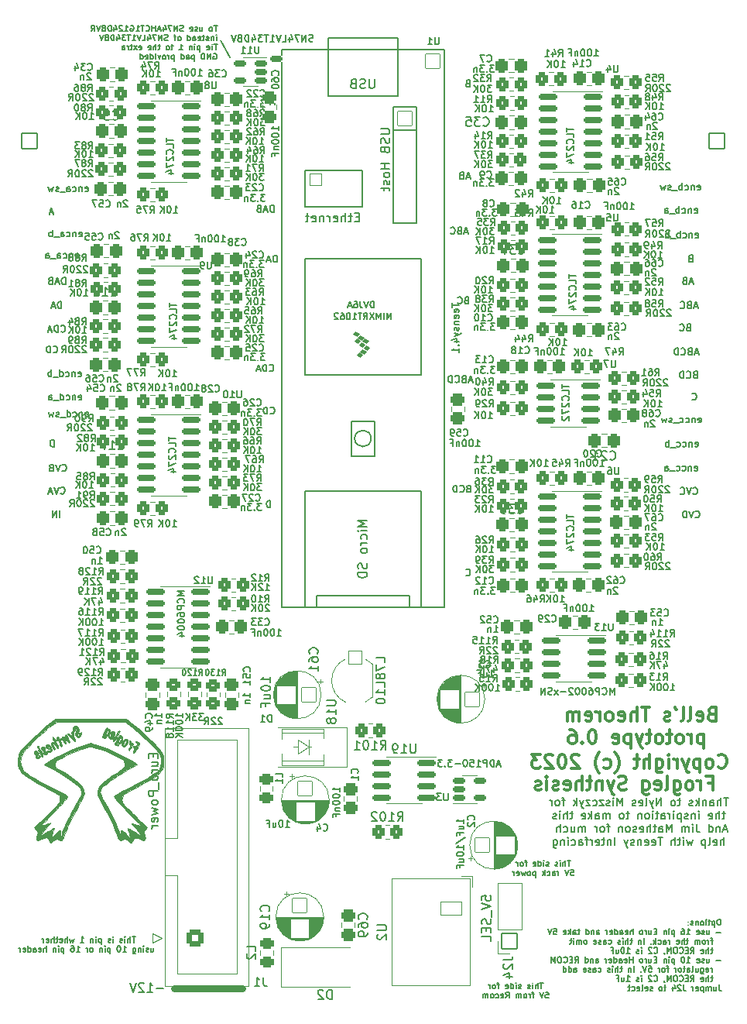
<source format=gbr>
G04 #@! TF.GenerationSoftware,KiCad,Pcbnew,(6.0.5-0)*
G04 #@! TF.CreationDate,2023-09-16T19:39:36-05:00*
G04 #@! TF.ProjectId,bells-venn,62656c6c-732d-4766-956e-6e2e6b696361,rev?*
G04 #@! TF.SameCoordinates,Original*
G04 #@! TF.FileFunction,Legend,Bot*
G04 #@! TF.FilePolarity,Positive*
%FSLAX46Y46*%
G04 Gerber Fmt 4.6, Leading zero omitted, Abs format (unit mm)*
G04 Created by KiCad (PCBNEW (6.0.5-0)) date 2023-09-16 19:39:36*
%MOMM*%
%LPD*%
G01*
G04 APERTURE LIST*
G04 Aperture macros list*
%AMRoundRect*
0 Rectangle with rounded corners*
0 $1 Rounding radius*
0 $2 $3 $4 $5 $6 $7 $8 $9 X,Y pos of 4 corners*
0 Add a 4 corners polygon primitive as box body*
4,1,4,$2,$3,$4,$5,$6,$7,$8,$9,$2,$3,0*
0 Add four circle primitives for the rounded corners*
1,1,$1+$1,$2,$3*
1,1,$1+$1,$4,$5*
1,1,$1+$1,$6,$7*
1,1,$1+$1,$8,$9*
0 Add four rect primitives between the rounded corners*
20,1,$1+$1,$2,$3,$4,$5,0*
20,1,$1+$1,$4,$5,$6,$7,0*
20,1,$1+$1,$6,$7,$8,$9,0*
20,1,$1+$1,$8,$9,$2,$3,0*%
%AMFreePoly0*
4,1,15,-1.791616,1.200306,1.808384,0.600306,1.841500,0.579643,1.851000,0.550000,1.851000,-0.550000,1.836062,-0.586062,1.808384,-0.600306,-1.791616,-1.200306,-1.829643,-1.191500,-1.850306,-1.158384,-1.851000,-1.150000,-1.851000,1.150000,-1.836062,1.186062,-1.800000,1.201000,-1.791616,1.200306,-1.791616,1.200306,$1*%
G04 Aperture macros list end*
%ADD10C,0.187500*%
%ADD11C,0.150000*%
%ADD12C,0.139700*%
%ADD13C,0.304800*%
%ADD14C,0.300000*%
%ADD15C,0.190500*%
%ADD16C,0.200000*%
%ADD17C,0.762000*%
%ADD18C,0.152400*%
%ADD19C,0.127000*%
%ADD20C,0.120000*%
%ADD21C,0.010000*%
%ADD22C,0.100000*%
%ADD23RoundRect,0.051000X-0.800000X-0.800000X0.800000X-0.800000X0.800000X0.800000X-0.800000X0.800000X0*%
%ADD24C,1.702000*%
%ADD25RoundRect,0.051000X0.800000X0.800000X-0.800000X0.800000X-0.800000X-0.800000X0.800000X-0.800000X0*%
%ADD26RoundRect,0.051000X-1.150000X0.750000X-1.150000X-0.750000X1.150000X-0.750000X1.150000X0.750000X0*%
%ADD27O,2.402000X1.602000*%
%ADD28RoundRect,0.301000X0.337500X0.475000X-0.337500X0.475000X-0.337500X-0.475000X0.337500X-0.475000X0*%
%ADD29RoundRect,0.301000X0.350000X0.450000X-0.350000X0.450000X-0.350000X-0.450000X0.350000X-0.450000X0*%
%ADD30RoundRect,0.301000X-0.450000X0.350000X-0.450000X-0.350000X0.450000X-0.350000X0.450000X0.350000X0*%
%ADD31RoundRect,0.051000X-0.850000X-0.850000X0.850000X-0.850000X0.850000X0.850000X-0.850000X0.850000X0*%
%ADD32O,1.802000X1.802000*%
%ADD33RoundRect,0.301000X0.475000X-0.337500X0.475000X0.337500X-0.475000X0.337500X-0.475000X-0.337500X0*%
%ADD34RoundRect,0.301000X-0.350000X-0.450000X0.350000X-0.450000X0.350000X0.450000X-0.350000X0.450000X0*%
%ADD35RoundRect,0.201000X0.512500X0.150000X-0.512500X0.150000X-0.512500X-0.150000X0.512500X-0.150000X0*%
%ADD36C,3.302000*%
%ADD37RoundRect,0.301000X-0.600000X-0.600000X0.600000X-0.600000X0.600000X0.600000X-0.600000X0.600000X0*%
%ADD38C,1.802000*%
%ADD39RoundRect,0.301000X-0.450000X0.325000X-0.450000X-0.325000X0.450000X-0.325000X0.450000X0.325000X0*%
%ADD40RoundRect,0.051000X-0.800000X0.800000X-0.800000X-0.800000X0.800000X-0.800000X0.800000X0.800000X0*%
%ADD41FreePoly0,180.000000*%
%ADD42FreePoly0,0.000000*%
%ADD43RoundRect,0.051000X-0.650000X0.650000X-0.650000X-0.650000X0.650000X-0.650000X0.650000X0.650000X0*%
%ADD44C,1.402000*%
%ADD45RoundRect,0.301000X-0.475000X0.337500X-0.475000X-0.337500X0.475000X-0.337500X0.475000X0.337500X0*%
%ADD46RoundRect,0.201000X0.825000X0.150000X-0.825000X0.150000X-0.825000X-0.150000X0.825000X-0.150000X0*%
%ADD47RoundRect,0.301000X-0.337500X-0.475000X0.337500X-0.475000X0.337500X0.475000X-0.337500X0.475000X0*%
%ADD48RoundRect,0.301000X0.450000X-0.350000X0.450000X0.350000X-0.450000X0.350000X-0.450000X-0.350000X0*%
%ADD49RoundRect,0.201000X-0.512500X-0.150000X0.512500X-0.150000X0.512500X0.150000X-0.512500X0.150000X0*%
%ADD50RoundRect,0.051000X-0.750000X0.750000X-0.750000X-0.750000X0.750000X-0.750000X0.750000X0.750000X0*%
%ADD51C,1.602000*%
G04 APERTURE END LIST*
D10*
X226905285Y-66485657D02*
X226941000Y-66521371D01*
X227048142Y-66557085D01*
X227119571Y-66557085D01*
X227226714Y-66521371D01*
X227298142Y-66449942D01*
X227333857Y-66378514D01*
X227369571Y-66235657D01*
X227369571Y-66128514D01*
X227333857Y-65985657D01*
X227298142Y-65914228D01*
X227226714Y-65842800D01*
X227119571Y-65807085D01*
X227048142Y-65807085D01*
X226941000Y-65842800D01*
X226905285Y-65878514D01*
X226583857Y-66557085D02*
X226583857Y-65807085D01*
X226405285Y-65807085D01*
X226298142Y-65842800D01*
X226226714Y-65914228D01*
X226191000Y-65985657D01*
X226155285Y-66128514D01*
X226155285Y-66235657D01*
X226191000Y-66378514D01*
X226226714Y-66449942D01*
X226298142Y-66521371D01*
X226405285Y-66557085D01*
X226583857Y-66557085D01*
X225869571Y-66342800D02*
X225512428Y-66342800D01*
X225941000Y-66557085D02*
X225691000Y-65807085D01*
X225441000Y-66557085D01*
X227432371Y-37209000D02*
X227075228Y-37209000D01*
X227503800Y-37423285D02*
X227253800Y-36673285D01*
X227003800Y-37423285D01*
X227720857Y-54619085D02*
X227720857Y-53869085D01*
X227542285Y-53869085D01*
X227435142Y-53904800D01*
X227363714Y-53976228D01*
X227328000Y-54047657D01*
X227292285Y-54190514D01*
X227292285Y-54297657D01*
X227328000Y-54440514D01*
X227363714Y-54511942D01*
X227435142Y-54583371D01*
X227542285Y-54619085D01*
X227720857Y-54619085D01*
X227006571Y-54404800D02*
X226649428Y-54404800D01*
X227078000Y-54619085D02*
X226828000Y-53869085D01*
X226578000Y-54619085D01*
X227384657Y-49132685D02*
X227384657Y-48382685D01*
X227206085Y-48382685D01*
X227098942Y-48418400D01*
X227027514Y-48489828D01*
X226991800Y-48561257D01*
X226956085Y-48704114D01*
X226956085Y-48811257D01*
X226991800Y-48954114D01*
X227027514Y-49025542D01*
X227098942Y-49096971D01*
X227206085Y-49132685D01*
X227384657Y-49132685D01*
X226670371Y-48918400D02*
X226313228Y-48918400D01*
X226741800Y-49132685D02*
X226491800Y-48382685D01*
X226241800Y-49132685D01*
X225741800Y-48739828D02*
X225634657Y-48775542D01*
X225598942Y-48811257D01*
X225563228Y-48882685D01*
X225563228Y-48989828D01*
X225598942Y-49061257D01*
X225634657Y-49096971D01*
X225706085Y-49132685D01*
X225991800Y-49132685D01*
X225991800Y-48382685D01*
X225741800Y-48382685D01*
X225670371Y-48418400D01*
X225634657Y-48454114D01*
X225598942Y-48525542D01*
X225598942Y-48596971D01*
X225634657Y-48668400D01*
X225670371Y-48704114D01*
X225741800Y-48739828D01*
X225991800Y-48739828D01*
X203251571Y-49197800D02*
X202894428Y-49197800D01*
X203323000Y-49412085D02*
X203073000Y-48662085D01*
X202823000Y-49412085D01*
X206104542Y-51789371D02*
X206175971Y-51825085D01*
X206318828Y-51825085D01*
X206390257Y-51789371D01*
X206425971Y-51717942D01*
X206425971Y-51432228D01*
X206390257Y-51360800D01*
X206318828Y-51325085D01*
X206175971Y-51325085D01*
X206104542Y-51360800D01*
X206068828Y-51432228D01*
X206068828Y-51503657D01*
X206425971Y-51575085D01*
X205747400Y-51325085D02*
X205747400Y-51825085D01*
X205747400Y-51396514D02*
X205711685Y-51360800D01*
X205640257Y-51325085D01*
X205533114Y-51325085D01*
X205461685Y-51360800D01*
X205425971Y-51432228D01*
X205425971Y-51825085D01*
X204747400Y-51789371D02*
X204818828Y-51825085D01*
X204961685Y-51825085D01*
X205033114Y-51789371D01*
X205068828Y-51753657D01*
X205104542Y-51682228D01*
X205104542Y-51467942D01*
X205068828Y-51396514D01*
X205033114Y-51360800D01*
X204961685Y-51325085D01*
X204818828Y-51325085D01*
X204747400Y-51360800D01*
X204104542Y-51825085D02*
X204104542Y-51432228D01*
X204140257Y-51360800D01*
X204211685Y-51325085D01*
X204354542Y-51325085D01*
X204425971Y-51360800D01*
X204104542Y-51789371D02*
X204175971Y-51825085D01*
X204354542Y-51825085D01*
X204425971Y-51789371D01*
X204461685Y-51717942D01*
X204461685Y-51646514D01*
X204425971Y-51575085D01*
X204354542Y-51539371D01*
X204175971Y-51539371D01*
X204104542Y-51503657D01*
X203925971Y-51896514D02*
X203354542Y-51896514D01*
X203175971Y-51825085D02*
X203175971Y-51075085D01*
X203175971Y-51360800D02*
X203104542Y-51325085D01*
X202961685Y-51325085D01*
X202890257Y-51360800D01*
X202854542Y-51396514D01*
X202818828Y-51467942D01*
X202818828Y-51682228D01*
X202854542Y-51753657D01*
X202890257Y-51789371D01*
X202961685Y-51825085D01*
X203104542Y-51825085D01*
X203175971Y-51789371D01*
X205723542Y-54151571D02*
X205794971Y-54187285D01*
X205937828Y-54187285D01*
X206009257Y-54151571D01*
X206044971Y-54080142D01*
X206044971Y-53794428D01*
X206009257Y-53723000D01*
X205937828Y-53687285D01*
X205794971Y-53687285D01*
X205723542Y-53723000D01*
X205687828Y-53794428D01*
X205687828Y-53865857D01*
X206044971Y-53937285D01*
X205366400Y-53687285D02*
X205366400Y-54187285D01*
X205366400Y-53758714D02*
X205330685Y-53723000D01*
X205259257Y-53687285D01*
X205152114Y-53687285D01*
X205080685Y-53723000D01*
X205044971Y-53794428D01*
X205044971Y-54187285D01*
X204366400Y-54151571D02*
X204437828Y-54187285D01*
X204580685Y-54187285D01*
X204652114Y-54151571D01*
X204687828Y-54115857D01*
X204723542Y-54044428D01*
X204723542Y-53830142D01*
X204687828Y-53758714D01*
X204652114Y-53723000D01*
X204580685Y-53687285D01*
X204437828Y-53687285D01*
X204366400Y-53723000D01*
X203723542Y-54187285D02*
X203723542Y-53794428D01*
X203759257Y-53723000D01*
X203830685Y-53687285D01*
X203973542Y-53687285D01*
X204044971Y-53723000D01*
X203723542Y-54151571D02*
X203794971Y-54187285D01*
X203973542Y-54187285D01*
X204044971Y-54151571D01*
X204080685Y-54080142D01*
X204080685Y-54008714D01*
X204044971Y-53937285D01*
X203973542Y-53901571D01*
X203794971Y-53901571D01*
X203723542Y-53865857D01*
X203544971Y-54258714D02*
X202973542Y-54258714D01*
X202473542Y-54187285D02*
X202473542Y-53794428D01*
X202509257Y-53723000D01*
X202580685Y-53687285D01*
X202723542Y-53687285D01*
X202794971Y-53723000D01*
X202473542Y-54151571D02*
X202544971Y-54187285D01*
X202723542Y-54187285D01*
X202794971Y-54151571D01*
X202830685Y-54080142D01*
X202830685Y-54008714D01*
X202794971Y-53937285D01*
X202723542Y-53901571D01*
X202544971Y-53901571D01*
X202473542Y-53865857D01*
X204600857Y-57032085D02*
X204600857Y-56282085D01*
X204422285Y-56282085D01*
X204315142Y-56317800D01*
X204243714Y-56389228D01*
X204208000Y-56460657D01*
X204172285Y-56603514D01*
X204172285Y-56710657D01*
X204208000Y-56853514D01*
X204243714Y-56924942D01*
X204315142Y-56996371D01*
X204422285Y-57032085D01*
X204600857Y-57032085D01*
X203886571Y-56817800D02*
X203529428Y-56817800D01*
X203958000Y-57032085D02*
X203708000Y-56282085D01*
X203458000Y-57032085D01*
X202958000Y-56639228D02*
X202850857Y-56674942D01*
X202815142Y-56710657D01*
X202779428Y-56782085D01*
X202779428Y-56889228D01*
X202815142Y-56960657D01*
X202850857Y-56996371D01*
X202922285Y-57032085D01*
X203208000Y-57032085D01*
X203208000Y-56282085D01*
X202958000Y-56282085D01*
X202886571Y-56317800D01*
X202850857Y-56353514D01*
X202815142Y-56424942D01*
X202815142Y-56496371D01*
X202850857Y-56567800D01*
X202886571Y-56603514D01*
X202958000Y-56639228D01*
X203208000Y-56639228D01*
X204149657Y-59673685D02*
X204149657Y-58923685D01*
X203971085Y-58923685D01*
X203863942Y-58959400D01*
X203792514Y-59030828D01*
X203756800Y-59102257D01*
X203721085Y-59245114D01*
X203721085Y-59352257D01*
X203756800Y-59495114D01*
X203792514Y-59566542D01*
X203863942Y-59637971D01*
X203971085Y-59673685D01*
X204149657Y-59673685D01*
X203435371Y-59459400D02*
X203078228Y-59459400D01*
X203506800Y-59673685D02*
X203256800Y-58923685D01*
X203006800Y-59673685D01*
X204121485Y-62193057D02*
X204157200Y-62228771D01*
X204264342Y-62264485D01*
X204335771Y-62264485D01*
X204442914Y-62228771D01*
X204514342Y-62157342D01*
X204550057Y-62085914D01*
X204585771Y-61943057D01*
X204585771Y-61835914D01*
X204550057Y-61693057D01*
X204514342Y-61621628D01*
X204442914Y-61550200D01*
X204335771Y-61514485D01*
X204264342Y-61514485D01*
X204157200Y-61550200D01*
X204121485Y-61585914D01*
X203800057Y-62264485D02*
X203800057Y-61514485D01*
X203621485Y-61514485D01*
X203514342Y-61550200D01*
X203442914Y-61621628D01*
X203407200Y-61693057D01*
X203371485Y-61835914D01*
X203371485Y-61943057D01*
X203407200Y-62085914D01*
X203442914Y-62157342D01*
X203514342Y-62228771D01*
X203621485Y-62264485D01*
X203800057Y-62264485D01*
X203085771Y-62050200D02*
X202728628Y-62050200D01*
X203157200Y-62264485D02*
X202907200Y-61514485D01*
X202657200Y-62264485D01*
X203266657Y-64453657D02*
X203302371Y-64489371D01*
X203409514Y-64525085D01*
X203480942Y-64525085D01*
X203588085Y-64489371D01*
X203659514Y-64417942D01*
X203695228Y-64346514D01*
X203730942Y-64203657D01*
X203730942Y-64096514D01*
X203695228Y-63953657D01*
X203659514Y-63882228D01*
X203588085Y-63810800D01*
X203480942Y-63775085D01*
X203409514Y-63775085D01*
X203302371Y-63810800D01*
X203266657Y-63846514D01*
X202945228Y-64525085D02*
X202945228Y-63775085D01*
X202766657Y-63775085D01*
X202659514Y-63810800D01*
X202588085Y-63882228D01*
X202552371Y-63953657D01*
X202516657Y-64096514D01*
X202516657Y-64203657D01*
X202552371Y-64346514D01*
X202588085Y-64417942D01*
X202659514Y-64489371D01*
X202766657Y-64525085D01*
X202945228Y-64525085D01*
X206002942Y-67080171D02*
X206074371Y-67115885D01*
X206217228Y-67115885D01*
X206288657Y-67080171D01*
X206324371Y-67008742D01*
X206324371Y-66723028D01*
X206288657Y-66651600D01*
X206217228Y-66615885D01*
X206074371Y-66615885D01*
X206002942Y-66651600D01*
X205967228Y-66723028D01*
X205967228Y-66794457D01*
X206324371Y-66865885D01*
X205645800Y-66615885D02*
X205645800Y-67115885D01*
X205645800Y-66687314D02*
X205610085Y-66651600D01*
X205538657Y-66615885D01*
X205431514Y-66615885D01*
X205360085Y-66651600D01*
X205324371Y-66723028D01*
X205324371Y-67115885D01*
X204645800Y-67080171D02*
X204717228Y-67115885D01*
X204860085Y-67115885D01*
X204931514Y-67080171D01*
X204967228Y-67044457D01*
X205002942Y-66973028D01*
X205002942Y-66758742D01*
X204967228Y-66687314D01*
X204931514Y-66651600D01*
X204860085Y-66615885D01*
X204717228Y-66615885D01*
X204645800Y-66651600D01*
X204002942Y-67115885D02*
X204002942Y-66365885D01*
X204002942Y-67080171D02*
X204074371Y-67115885D01*
X204217228Y-67115885D01*
X204288657Y-67080171D01*
X204324371Y-67044457D01*
X204360085Y-66973028D01*
X204360085Y-66758742D01*
X204324371Y-66687314D01*
X204288657Y-66651600D01*
X204217228Y-66615885D01*
X204074371Y-66615885D01*
X204002942Y-66651600D01*
X203824371Y-67187314D02*
X203252942Y-67187314D01*
X203074371Y-67115885D02*
X203074371Y-66365885D01*
X203074371Y-66651600D02*
X203002942Y-66615885D01*
X202860085Y-66615885D01*
X202788657Y-66651600D01*
X202752942Y-66687314D01*
X202717228Y-66758742D01*
X202717228Y-66973028D01*
X202752942Y-67044457D01*
X202788657Y-67080171D01*
X202860085Y-67115885D01*
X203002942Y-67115885D01*
X203074371Y-67080171D01*
X206053742Y-69645571D02*
X206125171Y-69681285D01*
X206268028Y-69681285D01*
X206339457Y-69645571D01*
X206375171Y-69574142D01*
X206375171Y-69288428D01*
X206339457Y-69217000D01*
X206268028Y-69181285D01*
X206125171Y-69181285D01*
X206053742Y-69217000D01*
X206018028Y-69288428D01*
X206018028Y-69359857D01*
X206375171Y-69431285D01*
X205696600Y-69181285D02*
X205696600Y-69681285D01*
X205696600Y-69252714D02*
X205660885Y-69217000D01*
X205589457Y-69181285D01*
X205482314Y-69181285D01*
X205410885Y-69217000D01*
X205375171Y-69288428D01*
X205375171Y-69681285D01*
X204696600Y-69645571D02*
X204768028Y-69681285D01*
X204910885Y-69681285D01*
X204982314Y-69645571D01*
X205018028Y-69609857D01*
X205053742Y-69538428D01*
X205053742Y-69324142D01*
X205018028Y-69252714D01*
X204982314Y-69217000D01*
X204910885Y-69181285D01*
X204768028Y-69181285D01*
X204696600Y-69217000D01*
X204053742Y-69681285D02*
X204053742Y-68931285D01*
X204053742Y-69645571D02*
X204125171Y-69681285D01*
X204268028Y-69681285D01*
X204339457Y-69645571D01*
X204375171Y-69609857D01*
X204410885Y-69538428D01*
X204410885Y-69324142D01*
X204375171Y-69252714D01*
X204339457Y-69217000D01*
X204268028Y-69181285D01*
X204125171Y-69181285D01*
X204053742Y-69217000D01*
X203875171Y-69752714D02*
X203303742Y-69752714D01*
X202803742Y-69681285D02*
X202803742Y-69288428D01*
X202839457Y-69217000D01*
X202910885Y-69181285D01*
X203053742Y-69181285D01*
X203125171Y-69217000D01*
X202803742Y-69645571D02*
X202875171Y-69681285D01*
X203053742Y-69681285D01*
X203125171Y-69645571D01*
X203160885Y-69574142D01*
X203160885Y-69502714D01*
X203125171Y-69431285D01*
X203053742Y-69395571D01*
X202875171Y-69395571D01*
X202803742Y-69359857D01*
X206791885Y-71499771D02*
X206863314Y-71535485D01*
X207006171Y-71535485D01*
X207077600Y-71499771D01*
X207113314Y-71428342D01*
X207113314Y-71142628D01*
X207077600Y-71071200D01*
X207006171Y-71035485D01*
X206863314Y-71035485D01*
X206791885Y-71071200D01*
X206756171Y-71142628D01*
X206756171Y-71214057D01*
X207113314Y-71285485D01*
X206434742Y-71035485D02*
X206434742Y-71535485D01*
X206434742Y-71106914D02*
X206399028Y-71071200D01*
X206327600Y-71035485D01*
X206220457Y-71035485D01*
X206149028Y-71071200D01*
X206113314Y-71142628D01*
X206113314Y-71535485D01*
X205434742Y-71499771D02*
X205506171Y-71535485D01*
X205649028Y-71535485D01*
X205720457Y-71499771D01*
X205756171Y-71464057D01*
X205791885Y-71392628D01*
X205791885Y-71178342D01*
X205756171Y-71106914D01*
X205720457Y-71071200D01*
X205649028Y-71035485D01*
X205506171Y-71035485D01*
X205434742Y-71071200D01*
X204791885Y-71535485D02*
X204791885Y-70785485D01*
X204791885Y-71499771D02*
X204863314Y-71535485D01*
X205006171Y-71535485D01*
X205077600Y-71499771D01*
X205113314Y-71464057D01*
X205149028Y-71392628D01*
X205149028Y-71178342D01*
X205113314Y-71106914D01*
X205077600Y-71071200D01*
X205006171Y-71035485D01*
X204863314Y-71035485D01*
X204791885Y-71071200D01*
X204613314Y-71606914D02*
X204041885Y-71606914D01*
X203899028Y-71499771D02*
X203827600Y-71535485D01*
X203684742Y-71535485D01*
X203613314Y-71499771D01*
X203577600Y-71428342D01*
X203577600Y-71392628D01*
X203613314Y-71321200D01*
X203684742Y-71285485D01*
X203791885Y-71285485D01*
X203863314Y-71249771D01*
X203899028Y-71178342D01*
X203899028Y-71142628D01*
X203863314Y-71071200D01*
X203791885Y-71035485D01*
X203684742Y-71035485D01*
X203613314Y-71071200D01*
X203327600Y-71035485D02*
X203184742Y-71535485D01*
X203041885Y-71178342D01*
X202899028Y-71535485D01*
X202756171Y-71035485D01*
X203345628Y-74786685D02*
X203345628Y-74036685D01*
X203167057Y-74036685D01*
X203059914Y-74072400D01*
X202988485Y-74143828D01*
X202952771Y-74215257D01*
X202917057Y-74358114D01*
X202917057Y-74465257D01*
X202952771Y-74608114D01*
X202988485Y-74679542D01*
X203059914Y-74750971D01*
X203167057Y-74786685D01*
X203345628Y-74786685D01*
X204248485Y-77407657D02*
X204284200Y-77443371D01*
X204391342Y-77479085D01*
X204462771Y-77479085D01*
X204569914Y-77443371D01*
X204641342Y-77371942D01*
X204677057Y-77300514D01*
X204712771Y-77157657D01*
X204712771Y-77050514D01*
X204677057Y-76907657D01*
X204641342Y-76836228D01*
X204569914Y-76764800D01*
X204462771Y-76729085D01*
X204391342Y-76729085D01*
X204284200Y-76764800D01*
X204248485Y-76800514D01*
X204034200Y-76729085D02*
X203784200Y-77479085D01*
X203534200Y-76729085D01*
X203034200Y-77086228D02*
X202927057Y-77121942D01*
X202891342Y-77157657D01*
X202855628Y-77229085D01*
X202855628Y-77336228D01*
X202891342Y-77407657D01*
X202927057Y-77443371D01*
X202998485Y-77479085D01*
X203284200Y-77479085D01*
X203284200Y-76729085D01*
X203034200Y-76729085D01*
X202962771Y-76764800D01*
X202927057Y-76800514D01*
X202891342Y-76871942D01*
X202891342Y-76943371D01*
X202927057Y-77014800D01*
X202962771Y-77050514D01*
X203034200Y-77086228D01*
X203284200Y-77086228D01*
X204067914Y-79871457D02*
X204103628Y-79907171D01*
X204210771Y-79942885D01*
X204282200Y-79942885D01*
X204389342Y-79907171D01*
X204460771Y-79835742D01*
X204496485Y-79764314D01*
X204532200Y-79621457D01*
X204532200Y-79514314D01*
X204496485Y-79371457D01*
X204460771Y-79300028D01*
X204389342Y-79228600D01*
X204282200Y-79192885D01*
X204210771Y-79192885D01*
X204103628Y-79228600D01*
X204067914Y-79264314D01*
X203853628Y-79192885D02*
X203603628Y-79942885D01*
X203353628Y-79192885D01*
X203139342Y-79728600D02*
X202782200Y-79728600D01*
X203210771Y-79942885D02*
X202960771Y-79192885D01*
X202710771Y-79942885D01*
X203948457Y-82533685D02*
X203948457Y-81783685D01*
X203591314Y-82533685D02*
X203591314Y-81783685D01*
X203162742Y-82533685D01*
X203162742Y-81783685D01*
X273488885Y-82487657D02*
X273524600Y-82523371D01*
X273631742Y-82559085D01*
X273703171Y-82559085D01*
X273810314Y-82523371D01*
X273881742Y-82451942D01*
X273917457Y-82380514D01*
X273953171Y-82237657D01*
X273953171Y-82130514D01*
X273917457Y-81987657D01*
X273881742Y-81916228D01*
X273810314Y-81844800D01*
X273703171Y-81809085D01*
X273631742Y-81809085D01*
X273524600Y-81844800D01*
X273488885Y-81880514D01*
X273274600Y-81809085D02*
X273024600Y-82559085D01*
X272774600Y-81809085D01*
X272524600Y-82559085D02*
X272524600Y-81809085D01*
X272346028Y-81809085D01*
X272238885Y-81844800D01*
X272167457Y-81916228D01*
X272131742Y-81987657D01*
X272096028Y-82130514D01*
X272096028Y-82237657D01*
X272131742Y-82380514D01*
X272167457Y-82451942D01*
X272238885Y-82523371D01*
X272346028Y-82559085D01*
X272524600Y-82559085D01*
X273260285Y-79922257D02*
X273296000Y-79957971D01*
X273403142Y-79993685D01*
X273474571Y-79993685D01*
X273581714Y-79957971D01*
X273653142Y-79886542D01*
X273688857Y-79815114D01*
X273724571Y-79672257D01*
X273724571Y-79565114D01*
X273688857Y-79422257D01*
X273653142Y-79350828D01*
X273581714Y-79279400D01*
X273474571Y-79243685D01*
X273403142Y-79243685D01*
X273296000Y-79279400D01*
X273260285Y-79315114D01*
X273046000Y-79243685D02*
X272796000Y-79993685D01*
X272546000Y-79243685D01*
X271867428Y-79922257D02*
X271903142Y-79957971D01*
X272010285Y-79993685D01*
X272081714Y-79993685D01*
X272188857Y-79957971D01*
X272260285Y-79886542D01*
X272296000Y-79815114D01*
X272331714Y-79672257D01*
X272331714Y-79565114D01*
X272296000Y-79422257D01*
X272260285Y-79350828D01*
X272188857Y-79279400D01*
X272081714Y-79243685D01*
X272010285Y-79243685D01*
X271903142Y-79279400D01*
X271867428Y-79315114D01*
X273422085Y-77367171D02*
X273493514Y-77402885D01*
X273636371Y-77402885D01*
X273707800Y-77367171D01*
X273743514Y-77295742D01*
X273743514Y-77010028D01*
X273707800Y-76938600D01*
X273636371Y-76902885D01*
X273493514Y-76902885D01*
X273422085Y-76938600D01*
X273386371Y-77010028D01*
X273386371Y-77081457D01*
X273743514Y-77152885D01*
X273064942Y-76902885D02*
X273064942Y-77402885D01*
X273064942Y-76974314D02*
X273029228Y-76938600D01*
X272957800Y-76902885D01*
X272850657Y-76902885D01*
X272779228Y-76938600D01*
X272743514Y-77010028D01*
X272743514Y-77402885D01*
X272064942Y-77367171D02*
X272136371Y-77402885D01*
X272279228Y-77402885D01*
X272350657Y-77367171D01*
X272386371Y-77331457D01*
X272422085Y-77260028D01*
X272422085Y-77045742D01*
X272386371Y-76974314D01*
X272350657Y-76938600D01*
X272279228Y-76902885D01*
X272136371Y-76902885D01*
X272064942Y-76938600D01*
X271422085Y-77367171D02*
X271493514Y-77402885D01*
X271636371Y-77402885D01*
X271707800Y-77367171D01*
X271743514Y-77331457D01*
X271779228Y-77260028D01*
X271779228Y-77045742D01*
X271743514Y-76974314D01*
X271707800Y-76938600D01*
X271636371Y-76902885D01*
X271493514Y-76902885D01*
X271422085Y-76938600D01*
X271279228Y-77474314D02*
X270707800Y-77474314D01*
X270207800Y-77402885D02*
X270207800Y-77010028D01*
X270243514Y-76938600D01*
X270314942Y-76902885D01*
X270457800Y-76902885D01*
X270529228Y-76938600D01*
X270207800Y-77367171D02*
X270279228Y-77402885D01*
X270457800Y-77402885D01*
X270529228Y-77367171D01*
X270564942Y-77295742D01*
X270564942Y-77224314D01*
X270529228Y-77152885D01*
X270457800Y-77117171D01*
X270279228Y-77117171D01*
X270207800Y-77081457D01*
X273472885Y-74750971D02*
X273544314Y-74786685D01*
X273687171Y-74786685D01*
X273758600Y-74750971D01*
X273794314Y-74679542D01*
X273794314Y-74393828D01*
X273758600Y-74322400D01*
X273687171Y-74286685D01*
X273544314Y-74286685D01*
X273472885Y-74322400D01*
X273437171Y-74393828D01*
X273437171Y-74465257D01*
X273794314Y-74536685D01*
X273115742Y-74286685D02*
X273115742Y-74786685D01*
X273115742Y-74358114D02*
X273080028Y-74322400D01*
X273008600Y-74286685D01*
X272901457Y-74286685D01*
X272830028Y-74322400D01*
X272794314Y-74393828D01*
X272794314Y-74786685D01*
X272115742Y-74750971D02*
X272187171Y-74786685D01*
X272330028Y-74786685D01*
X272401457Y-74750971D01*
X272437171Y-74715257D01*
X272472885Y-74643828D01*
X272472885Y-74429542D01*
X272437171Y-74358114D01*
X272401457Y-74322400D01*
X272330028Y-74286685D01*
X272187171Y-74286685D01*
X272115742Y-74322400D01*
X271472885Y-74750971D02*
X271544314Y-74786685D01*
X271687171Y-74786685D01*
X271758600Y-74750971D01*
X271794314Y-74715257D01*
X271830028Y-74643828D01*
X271830028Y-74429542D01*
X271794314Y-74358114D01*
X271758600Y-74322400D01*
X271687171Y-74286685D01*
X271544314Y-74286685D01*
X271472885Y-74322400D01*
X271330028Y-74858114D02*
X270758600Y-74858114D01*
X270580028Y-74786685D02*
X270580028Y-74036685D01*
X270580028Y-74322400D02*
X270508600Y-74286685D01*
X270365742Y-74286685D01*
X270294314Y-74322400D01*
X270258600Y-74358114D01*
X270222885Y-74429542D01*
X270222885Y-74643828D01*
X270258600Y-74715257D01*
X270294314Y-74750971D01*
X270365742Y-74786685D01*
X270508600Y-74786685D01*
X270580028Y-74750971D01*
X273804628Y-72109371D02*
X273876057Y-72145085D01*
X274018914Y-72145085D01*
X274090342Y-72109371D01*
X274126057Y-72037942D01*
X274126057Y-71752228D01*
X274090342Y-71680800D01*
X274018914Y-71645085D01*
X273876057Y-71645085D01*
X273804628Y-71680800D01*
X273768914Y-71752228D01*
X273768914Y-71823657D01*
X274126057Y-71895085D01*
X273447485Y-71645085D02*
X273447485Y-72145085D01*
X273447485Y-71716514D02*
X273411771Y-71680800D01*
X273340342Y-71645085D01*
X273233200Y-71645085D01*
X273161771Y-71680800D01*
X273126057Y-71752228D01*
X273126057Y-72145085D01*
X272447485Y-72109371D02*
X272518914Y-72145085D01*
X272661771Y-72145085D01*
X272733200Y-72109371D01*
X272768914Y-72073657D01*
X272804628Y-72002228D01*
X272804628Y-71787942D01*
X272768914Y-71716514D01*
X272733200Y-71680800D01*
X272661771Y-71645085D01*
X272518914Y-71645085D01*
X272447485Y-71680800D01*
X271804628Y-72109371D02*
X271876057Y-72145085D01*
X272018914Y-72145085D01*
X272090342Y-72109371D01*
X272126057Y-72073657D01*
X272161771Y-72002228D01*
X272161771Y-71787942D01*
X272126057Y-71716514D01*
X272090342Y-71680800D01*
X272018914Y-71645085D01*
X271876057Y-71645085D01*
X271804628Y-71680800D01*
X271661771Y-72216514D02*
X271090342Y-72216514D01*
X270947485Y-72109371D02*
X270876057Y-72145085D01*
X270733200Y-72145085D01*
X270661771Y-72109371D01*
X270626057Y-72037942D01*
X270626057Y-72002228D01*
X270661771Y-71930800D01*
X270733200Y-71895085D01*
X270840342Y-71895085D01*
X270911771Y-71859371D01*
X270947485Y-71787942D01*
X270947485Y-71752228D01*
X270911771Y-71680800D01*
X270840342Y-71645085D01*
X270733200Y-71645085D01*
X270661771Y-71680800D01*
X270376057Y-71645085D02*
X270233200Y-72145085D01*
X270090342Y-71787942D01*
X269947485Y-72145085D01*
X269804628Y-71645085D01*
X273173457Y-69609857D02*
X273209171Y-69645571D01*
X273316314Y-69681285D01*
X273387742Y-69681285D01*
X273494885Y-69645571D01*
X273566314Y-69574142D01*
X273602028Y-69502714D01*
X273637742Y-69359857D01*
X273637742Y-69252714D01*
X273602028Y-69109857D01*
X273566314Y-69038428D01*
X273494885Y-68967000D01*
X273387742Y-68931285D01*
X273316314Y-68931285D01*
X273209171Y-68967000D01*
X273173457Y-69002714D01*
X273467028Y-66900828D02*
X273359885Y-66936542D01*
X273324171Y-66972257D01*
X273288457Y-67043685D01*
X273288457Y-67150828D01*
X273324171Y-67222257D01*
X273359885Y-67257971D01*
X273431314Y-67293685D01*
X273717028Y-67293685D01*
X273717028Y-66543685D01*
X273467028Y-66543685D01*
X273395600Y-66579400D01*
X273359885Y-66615114D01*
X273324171Y-66686542D01*
X273324171Y-66757971D01*
X273359885Y-66829400D01*
X273395600Y-66865114D01*
X273467028Y-66900828D01*
X273717028Y-66900828D01*
X272538457Y-67222257D02*
X272574171Y-67257971D01*
X272681314Y-67293685D01*
X272752742Y-67293685D01*
X272859885Y-67257971D01*
X272931314Y-67186542D01*
X272967028Y-67115114D01*
X273002742Y-66972257D01*
X273002742Y-66865114D01*
X272967028Y-66722257D01*
X272931314Y-66650828D01*
X272859885Y-66579400D01*
X272752742Y-66543685D01*
X272681314Y-66543685D01*
X272574171Y-66579400D01*
X272538457Y-66615114D01*
X272217028Y-67293685D02*
X272217028Y-66543685D01*
X272038457Y-66543685D01*
X271931314Y-66579400D01*
X271859885Y-66650828D01*
X271824171Y-66722257D01*
X271788457Y-66865114D01*
X271788457Y-66972257D01*
X271824171Y-67115114D01*
X271859885Y-67186542D01*
X271931314Y-67257971D01*
X272038457Y-67293685D01*
X272217028Y-67293685D01*
X273794771Y-64539400D02*
X273437628Y-64539400D01*
X273866200Y-64753685D02*
X273616200Y-64003685D01*
X273366200Y-64753685D01*
X272866200Y-64360828D02*
X272759057Y-64396542D01*
X272723342Y-64432257D01*
X272687628Y-64503685D01*
X272687628Y-64610828D01*
X272723342Y-64682257D01*
X272759057Y-64717971D01*
X272830485Y-64753685D01*
X273116200Y-64753685D01*
X273116200Y-64003685D01*
X272866200Y-64003685D01*
X272794771Y-64039400D01*
X272759057Y-64075114D01*
X272723342Y-64146542D01*
X272723342Y-64217971D01*
X272759057Y-64289400D01*
X272794771Y-64325114D01*
X272866200Y-64360828D01*
X273116200Y-64360828D01*
X271937628Y-64682257D02*
X271973342Y-64717971D01*
X272080485Y-64753685D01*
X272151914Y-64753685D01*
X272259057Y-64717971D01*
X272330485Y-64646542D01*
X272366200Y-64575114D01*
X272401914Y-64432257D01*
X272401914Y-64325114D01*
X272366200Y-64182257D01*
X272330485Y-64110828D01*
X272259057Y-64039400D01*
X272151914Y-64003685D01*
X272080485Y-64003685D01*
X271973342Y-64039400D01*
X271937628Y-64075114D01*
X271616200Y-64753685D02*
X271616200Y-64003685D01*
X271437628Y-64003685D01*
X271330485Y-64039400D01*
X271259057Y-64110828D01*
X271223342Y-64182257D01*
X271187628Y-64325114D01*
X271187628Y-64432257D01*
X271223342Y-64575114D01*
X271259057Y-64646542D01*
X271330485Y-64717971D01*
X271437628Y-64753685D01*
X271616200Y-64753685D01*
X272736428Y-61744628D02*
X272629285Y-61780342D01*
X272593571Y-61816057D01*
X272557857Y-61887485D01*
X272557857Y-61994628D01*
X272593571Y-62066057D01*
X272629285Y-62101771D01*
X272700714Y-62137485D01*
X272986428Y-62137485D01*
X272986428Y-61387485D01*
X272736428Y-61387485D01*
X272665000Y-61423200D01*
X272629285Y-61458914D01*
X272593571Y-61530342D01*
X272593571Y-61601771D01*
X272629285Y-61673200D01*
X272665000Y-61708914D01*
X272736428Y-61744628D01*
X272986428Y-61744628D01*
X271807857Y-62066057D02*
X271843571Y-62101771D01*
X271950714Y-62137485D01*
X272022142Y-62137485D01*
X272129285Y-62101771D01*
X272200714Y-62030342D01*
X272236428Y-61958914D01*
X272272142Y-61816057D01*
X272272142Y-61708914D01*
X272236428Y-61566057D01*
X272200714Y-61494628D01*
X272129285Y-61423200D01*
X272022142Y-61387485D01*
X271950714Y-61387485D01*
X271843571Y-61423200D01*
X271807857Y-61458914D01*
X273724571Y-59459400D02*
X273367428Y-59459400D01*
X273796000Y-59673685D02*
X273546000Y-58923685D01*
X273296000Y-59673685D01*
X272796000Y-59280828D02*
X272688857Y-59316542D01*
X272653142Y-59352257D01*
X272617428Y-59423685D01*
X272617428Y-59530828D01*
X272653142Y-59602257D01*
X272688857Y-59637971D01*
X272760285Y-59673685D01*
X273046000Y-59673685D01*
X273046000Y-58923685D01*
X272796000Y-58923685D01*
X272724571Y-58959400D01*
X272688857Y-58995114D01*
X272653142Y-59066542D01*
X272653142Y-59137971D01*
X272688857Y-59209400D01*
X272724571Y-59245114D01*
X272796000Y-59280828D01*
X273046000Y-59280828D01*
X271867428Y-59602257D02*
X271903142Y-59637971D01*
X272010285Y-59673685D01*
X272081714Y-59673685D01*
X272188857Y-59637971D01*
X272260285Y-59566542D01*
X272296000Y-59495114D01*
X272331714Y-59352257D01*
X272331714Y-59245114D01*
X272296000Y-59102257D01*
X272260285Y-59030828D01*
X272188857Y-58959400D01*
X272081714Y-58923685D01*
X272010285Y-58923685D01*
X271903142Y-58959400D01*
X271867428Y-58995114D01*
X273247971Y-56817800D02*
X272890828Y-56817800D01*
X273319400Y-57032085D02*
X273069400Y-56282085D01*
X272819400Y-57032085D01*
X272319400Y-56639228D02*
X272212257Y-56674942D01*
X272176542Y-56710657D01*
X272140828Y-56782085D01*
X272140828Y-56889228D01*
X272176542Y-56960657D01*
X272212257Y-56996371D01*
X272283685Y-57032085D01*
X272569400Y-57032085D01*
X272569400Y-56282085D01*
X272319400Y-56282085D01*
X272247971Y-56317800D01*
X272212257Y-56353514D01*
X272176542Y-56424942D01*
X272176542Y-56496371D01*
X272212257Y-56567800D01*
X272247971Y-56603514D01*
X272319400Y-56639228D01*
X272569400Y-56639228D01*
X272945628Y-54200828D02*
X272838485Y-54236542D01*
X272802771Y-54272257D01*
X272767057Y-54343685D01*
X272767057Y-54450828D01*
X272802771Y-54522257D01*
X272838485Y-54557971D01*
X272909914Y-54593685D01*
X273195628Y-54593685D01*
X273195628Y-53843685D01*
X272945628Y-53843685D01*
X272874200Y-53879400D01*
X272838485Y-53915114D01*
X272802771Y-53986542D01*
X272802771Y-54057971D01*
X272838485Y-54129400D01*
X272874200Y-54165114D01*
X272945628Y-54200828D01*
X273195628Y-54200828D01*
X273516142Y-51916371D02*
X273587571Y-51952085D01*
X273730428Y-51952085D01*
X273801857Y-51916371D01*
X273837571Y-51844942D01*
X273837571Y-51559228D01*
X273801857Y-51487800D01*
X273730428Y-51452085D01*
X273587571Y-51452085D01*
X273516142Y-51487800D01*
X273480428Y-51559228D01*
X273480428Y-51630657D01*
X273837571Y-51702085D01*
X273159000Y-51452085D02*
X273159000Y-51952085D01*
X273159000Y-51523514D02*
X273123285Y-51487800D01*
X273051857Y-51452085D01*
X272944714Y-51452085D01*
X272873285Y-51487800D01*
X272837571Y-51559228D01*
X272837571Y-51952085D01*
X272159000Y-51916371D02*
X272230428Y-51952085D01*
X272373285Y-51952085D01*
X272444714Y-51916371D01*
X272480428Y-51880657D01*
X272516142Y-51809228D01*
X272516142Y-51594942D01*
X272480428Y-51523514D01*
X272444714Y-51487800D01*
X272373285Y-51452085D01*
X272230428Y-51452085D01*
X272159000Y-51487800D01*
X271837571Y-51952085D02*
X271837571Y-51202085D01*
X271837571Y-51487800D02*
X271766142Y-51452085D01*
X271623285Y-51452085D01*
X271551857Y-51487800D01*
X271516142Y-51523514D01*
X271480428Y-51594942D01*
X271480428Y-51809228D01*
X271516142Y-51880657D01*
X271551857Y-51916371D01*
X271623285Y-51952085D01*
X271766142Y-51952085D01*
X271837571Y-51916371D01*
X271337571Y-52023514D02*
X270766142Y-52023514D01*
X270587571Y-51952085D02*
X270587571Y-51202085D01*
X270587571Y-51487800D02*
X270516142Y-51452085D01*
X270373285Y-51452085D01*
X270301857Y-51487800D01*
X270266142Y-51523514D01*
X270230428Y-51594942D01*
X270230428Y-51809228D01*
X270266142Y-51880657D01*
X270301857Y-51916371D01*
X270373285Y-51952085D01*
X270516142Y-51952085D01*
X270587571Y-51916371D01*
X273414542Y-49223971D02*
X273485971Y-49259685D01*
X273628828Y-49259685D01*
X273700257Y-49223971D01*
X273735971Y-49152542D01*
X273735971Y-48866828D01*
X273700257Y-48795400D01*
X273628828Y-48759685D01*
X273485971Y-48759685D01*
X273414542Y-48795400D01*
X273378828Y-48866828D01*
X273378828Y-48938257D01*
X273735971Y-49009685D01*
X273057400Y-48759685D02*
X273057400Y-49259685D01*
X273057400Y-48831114D02*
X273021685Y-48795400D01*
X272950257Y-48759685D01*
X272843114Y-48759685D01*
X272771685Y-48795400D01*
X272735971Y-48866828D01*
X272735971Y-49259685D01*
X272057400Y-49223971D02*
X272128828Y-49259685D01*
X272271685Y-49259685D01*
X272343114Y-49223971D01*
X272378828Y-49188257D01*
X272414542Y-49116828D01*
X272414542Y-48902542D01*
X272378828Y-48831114D01*
X272343114Y-48795400D01*
X272271685Y-48759685D01*
X272128828Y-48759685D01*
X272057400Y-48795400D01*
X271735971Y-49259685D02*
X271735971Y-48509685D01*
X271735971Y-48795400D02*
X271664542Y-48759685D01*
X271521685Y-48759685D01*
X271450257Y-48795400D01*
X271414542Y-48831114D01*
X271378828Y-48902542D01*
X271378828Y-49116828D01*
X271414542Y-49188257D01*
X271450257Y-49223971D01*
X271521685Y-49259685D01*
X271664542Y-49259685D01*
X271735971Y-49223971D01*
X271235971Y-49331114D02*
X270664542Y-49331114D01*
X270164542Y-49259685D02*
X270164542Y-48866828D01*
X270200257Y-48795400D01*
X270271685Y-48759685D01*
X270414542Y-48759685D01*
X270485971Y-48795400D01*
X270164542Y-49223971D02*
X270235971Y-49259685D01*
X270414542Y-49259685D01*
X270485971Y-49223971D01*
X270521685Y-49152542D01*
X270521685Y-49081114D01*
X270485971Y-49009685D01*
X270414542Y-48973971D01*
X270235971Y-48973971D01*
X270164542Y-48938257D01*
X273720885Y-46683971D02*
X273792314Y-46719685D01*
X273935171Y-46719685D01*
X274006600Y-46683971D01*
X274042314Y-46612542D01*
X274042314Y-46326828D01*
X274006600Y-46255400D01*
X273935171Y-46219685D01*
X273792314Y-46219685D01*
X273720885Y-46255400D01*
X273685171Y-46326828D01*
X273685171Y-46398257D01*
X274042314Y-46469685D01*
X273363742Y-46219685D02*
X273363742Y-46719685D01*
X273363742Y-46291114D02*
X273328028Y-46255400D01*
X273256600Y-46219685D01*
X273149457Y-46219685D01*
X273078028Y-46255400D01*
X273042314Y-46326828D01*
X273042314Y-46719685D01*
X272363742Y-46683971D02*
X272435171Y-46719685D01*
X272578028Y-46719685D01*
X272649457Y-46683971D01*
X272685171Y-46648257D01*
X272720885Y-46576828D01*
X272720885Y-46362542D01*
X272685171Y-46291114D01*
X272649457Y-46255400D01*
X272578028Y-46219685D01*
X272435171Y-46219685D01*
X272363742Y-46255400D01*
X272042314Y-46719685D02*
X272042314Y-45969685D01*
X272042314Y-46255400D02*
X271970885Y-46219685D01*
X271828028Y-46219685D01*
X271756600Y-46255400D01*
X271720885Y-46291114D01*
X271685171Y-46362542D01*
X271685171Y-46576828D01*
X271720885Y-46648257D01*
X271756600Y-46683971D01*
X271828028Y-46719685D01*
X271970885Y-46719685D01*
X272042314Y-46683971D01*
X271542314Y-46791114D02*
X270970885Y-46791114D01*
X270828028Y-46683971D02*
X270756600Y-46719685D01*
X270613742Y-46719685D01*
X270542314Y-46683971D01*
X270506600Y-46612542D01*
X270506600Y-46576828D01*
X270542314Y-46505400D01*
X270613742Y-46469685D01*
X270720885Y-46469685D01*
X270792314Y-46433971D01*
X270828028Y-46362542D01*
X270828028Y-46326828D01*
X270792314Y-46255400D01*
X270720885Y-46219685D01*
X270613742Y-46219685D01*
X270542314Y-46255400D01*
X270256600Y-46219685D02*
X270113742Y-46719685D01*
X269970885Y-46362542D01*
X269828028Y-46719685D01*
X269685171Y-46219685D01*
X248612428Y-35074628D02*
X248505285Y-35110342D01*
X248469571Y-35146057D01*
X248433857Y-35217485D01*
X248433857Y-35324628D01*
X248469571Y-35396057D01*
X248505285Y-35431771D01*
X248576714Y-35467485D01*
X248862428Y-35467485D01*
X248862428Y-34717485D01*
X248612428Y-34717485D01*
X248541000Y-34753200D01*
X248505285Y-34788914D01*
X248469571Y-34860342D01*
X248469571Y-34931771D01*
X248505285Y-35003200D01*
X248541000Y-35038914D01*
X248612428Y-35074628D01*
X248862428Y-35074628D01*
X248813171Y-45311600D02*
X248456028Y-45311600D01*
X248884600Y-45525885D02*
X248634600Y-44775885D01*
X248384600Y-45525885D01*
X247884600Y-45133028D02*
X247777457Y-45168742D01*
X247741742Y-45204457D01*
X247706028Y-45275885D01*
X247706028Y-45383028D01*
X247741742Y-45454457D01*
X247777457Y-45490171D01*
X247848885Y-45525885D01*
X248134600Y-45525885D01*
X248134600Y-44775885D01*
X247884600Y-44775885D01*
X247813171Y-44811600D01*
X247777457Y-44847314D01*
X247741742Y-44918742D01*
X247741742Y-44990171D01*
X247777457Y-45061600D01*
X247813171Y-45097314D01*
X247884600Y-45133028D01*
X248134600Y-45133028D01*
X248603971Y-51331400D02*
X248246828Y-51331400D01*
X248675400Y-51545685D02*
X248425400Y-50795685D01*
X248175400Y-51545685D01*
X247675400Y-51152828D02*
X247568257Y-51188542D01*
X247532542Y-51224257D01*
X247496828Y-51295685D01*
X247496828Y-51402828D01*
X247532542Y-51474257D01*
X247568257Y-51509971D01*
X247639685Y-51545685D01*
X247925400Y-51545685D01*
X247925400Y-50795685D01*
X247675400Y-50795685D01*
X247603971Y-50831400D01*
X247568257Y-50867114D01*
X247532542Y-50938542D01*
X247532542Y-51009971D01*
X247568257Y-51081400D01*
X247603971Y-51117114D01*
X247675400Y-51152828D01*
X247925400Y-51152828D01*
X246746828Y-51474257D02*
X246782542Y-51509971D01*
X246889685Y-51545685D01*
X246961114Y-51545685D01*
X247068257Y-51509971D01*
X247139685Y-51438542D01*
X247175400Y-51367114D01*
X247211114Y-51224257D01*
X247211114Y-51117114D01*
X247175400Y-50974257D01*
X247139685Y-50902828D01*
X247068257Y-50831400D01*
X246961114Y-50795685D01*
X246889685Y-50795685D01*
X246782542Y-50831400D01*
X246746828Y-50867114D01*
X248454028Y-58772828D02*
X248346885Y-58808542D01*
X248311171Y-58844257D01*
X248275457Y-58915685D01*
X248275457Y-59022828D01*
X248311171Y-59094257D01*
X248346885Y-59129971D01*
X248418314Y-59165685D01*
X248704028Y-59165685D01*
X248704028Y-58415685D01*
X248454028Y-58415685D01*
X248382600Y-58451400D01*
X248346885Y-58487114D01*
X248311171Y-58558542D01*
X248311171Y-58629971D01*
X248346885Y-58701400D01*
X248382600Y-58737114D01*
X248454028Y-58772828D01*
X248704028Y-58772828D01*
X247525457Y-59094257D02*
X247561171Y-59129971D01*
X247668314Y-59165685D01*
X247739742Y-59165685D01*
X247846885Y-59129971D01*
X247918314Y-59058542D01*
X247954028Y-58987114D01*
X247989742Y-58844257D01*
X247989742Y-58737114D01*
X247954028Y-58594257D01*
X247918314Y-58522828D01*
X247846885Y-58451400D01*
X247739742Y-58415685D01*
X247668314Y-58415685D01*
X247561171Y-58451400D01*
X247525457Y-58487114D01*
X249080571Y-67562000D02*
X248723428Y-67562000D01*
X249152000Y-67776285D02*
X248902000Y-67026285D01*
X248652000Y-67776285D01*
X248152000Y-67383428D02*
X248044857Y-67419142D01*
X248009142Y-67454857D01*
X247973428Y-67526285D01*
X247973428Y-67633428D01*
X248009142Y-67704857D01*
X248044857Y-67740571D01*
X248116285Y-67776285D01*
X248402000Y-67776285D01*
X248402000Y-67026285D01*
X248152000Y-67026285D01*
X248080571Y-67062000D01*
X248044857Y-67097714D01*
X248009142Y-67169142D01*
X248009142Y-67240571D01*
X248044857Y-67312000D01*
X248080571Y-67347714D01*
X248152000Y-67383428D01*
X248402000Y-67383428D01*
X247223428Y-67704857D02*
X247259142Y-67740571D01*
X247366285Y-67776285D01*
X247437714Y-67776285D01*
X247544857Y-67740571D01*
X247616285Y-67669142D01*
X247652000Y-67597714D01*
X247687714Y-67454857D01*
X247687714Y-67347714D01*
X247652000Y-67204857D01*
X247616285Y-67133428D01*
X247544857Y-67062000D01*
X247437714Y-67026285D01*
X247366285Y-67026285D01*
X247259142Y-67062000D01*
X247223428Y-67097714D01*
X246902000Y-67776285D02*
X246902000Y-67026285D01*
X246723428Y-67026285D01*
X246616285Y-67062000D01*
X246544857Y-67133428D01*
X246509142Y-67204857D01*
X246473428Y-67347714D01*
X246473428Y-67454857D01*
X246509142Y-67597714D01*
X246544857Y-67669142D01*
X246616285Y-67740571D01*
X246723428Y-67776285D01*
X246902000Y-67776285D01*
X248676628Y-79372228D02*
X248569485Y-79407942D01*
X248533771Y-79443657D01*
X248498057Y-79515085D01*
X248498057Y-79622228D01*
X248533771Y-79693657D01*
X248569485Y-79729371D01*
X248640914Y-79765085D01*
X248926628Y-79765085D01*
X248926628Y-79015085D01*
X248676628Y-79015085D01*
X248605200Y-79050800D01*
X248569485Y-79086514D01*
X248533771Y-79157942D01*
X248533771Y-79229371D01*
X248569485Y-79300800D01*
X248605200Y-79336514D01*
X248676628Y-79372228D01*
X248926628Y-79372228D01*
X247748057Y-79693657D02*
X247783771Y-79729371D01*
X247890914Y-79765085D01*
X247962342Y-79765085D01*
X248069485Y-79729371D01*
X248140914Y-79657942D01*
X248176628Y-79586514D01*
X248212342Y-79443657D01*
X248212342Y-79336514D01*
X248176628Y-79193657D01*
X248140914Y-79122228D01*
X248069485Y-79050800D01*
X247962342Y-79015085D01*
X247890914Y-79015085D01*
X247783771Y-79050800D01*
X247748057Y-79086514D01*
X247426628Y-79765085D02*
X247426628Y-79015085D01*
X247248057Y-79015085D01*
X247140914Y-79050800D01*
X247069485Y-79122228D01*
X247033771Y-79193657D01*
X246998057Y-79336514D01*
X246998057Y-79443657D01*
X247033771Y-79586514D01*
X247069485Y-79657942D01*
X247140914Y-79729371D01*
X247248057Y-79765085D01*
X247426628Y-79765085D01*
X248408457Y-88837657D02*
X248444171Y-88873371D01*
X248551314Y-88909085D01*
X248622742Y-88909085D01*
X248729885Y-88873371D01*
X248801314Y-88801942D01*
X248837028Y-88730514D01*
X248872742Y-88587657D01*
X248872742Y-88480514D01*
X248837028Y-88337657D01*
X248801314Y-88266228D01*
X248729885Y-88194800D01*
X248622742Y-88159085D01*
X248551314Y-88159085D01*
X248444171Y-88194800D01*
X248408457Y-88230514D01*
D11*
X276160157Y-126452236D02*
X276039204Y-126452236D01*
X275978728Y-126482475D01*
X275918252Y-126542951D01*
X275888014Y-126663903D01*
X275888014Y-126875570D01*
X275918252Y-126996522D01*
X275978728Y-127056998D01*
X276039204Y-127087236D01*
X276160157Y-127087236D01*
X276220633Y-127056998D01*
X276281109Y-126996522D01*
X276311347Y-126875570D01*
X276311347Y-126663903D01*
X276281109Y-126542951D01*
X276220633Y-126482475D01*
X276160157Y-126452236D01*
X275615871Y-126663903D02*
X275615871Y-127298903D01*
X275615871Y-126694141D02*
X275555395Y-126663903D01*
X275434442Y-126663903D01*
X275373966Y-126694141D01*
X275343728Y-126724379D01*
X275313490Y-126784855D01*
X275313490Y-126966284D01*
X275343728Y-127026760D01*
X275373966Y-127056998D01*
X275434442Y-127087236D01*
X275555395Y-127087236D01*
X275615871Y-127056998D01*
X275132061Y-126663903D02*
X274890157Y-126663903D01*
X275041347Y-126452236D02*
X275041347Y-126996522D01*
X275011109Y-127056998D01*
X274950633Y-127087236D01*
X274890157Y-127087236D01*
X274678490Y-127087236D02*
X274678490Y-126663903D01*
X274678490Y-126452236D02*
X274708728Y-126482475D01*
X274678490Y-126512713D01*
X274648252Y-126482475D01*
X274678490Y-126452236D01*
X274678490Y-126512713D01*
X274285395Y-127087236D02*
X274345871Y-127056998D01*
X274376109Y-127026760D01*
X274406347Y-126966284D01*
X274406347Y-126784855D01*
X274376109Y-126724379D01*
X274345871Y-126694141D01*
X274285395Y-126663903D01*
X274194680Y-126663903D01*
X274134204Y-126694141D01*
X274103966Y-126724379D01*
X274073728Y-126784855D01*
X274073728Y-126966284D01*
X274103966Y-127026760D01*
X274134204Y-127056998D01*
X274194680Y-127087236D01*
X274285395Y-127087236D01*
X273801585Y-126663903D02*
X273801585Y-127087236D01*
X273801585Y-126724379D02*
X273771347Y-126694141D01*
X273710871Y-126663903D01*
X273620157Y-126663903D01*
X273559680Y-126694141D01*
X273529442Y-126754617D01*
X273529442Y-127087236D01*
X273257300Y-127056998D02*
X273196823Y-127087236D01*
X273075871Y-127087236D01*
X273015395Y-127056998D01*
X272985157Y-126996522D01*
X272985157Y-126966284D01*
X273015395Y-126905808D01*
X273075871Y-126875570D01*
X273166585Y-126875570D01*
X273227061Y-126845332D01*
X273257300Y-126784855D01*
X273257300Y-126754617D01*
X273227061Y-126694141D01*
X273166585Y-126663903D01*
X273075871Y-126663903D01*
X273015395Y-126694141D01*
X272713014Y-127026760D02*
X272682776Y-127056998D01*
X272713014Y-127087236D01*
X272743252Y-127056998D01*
X272713014Y-127026760D01*
X272713014Y-127087236D01*
X272713014Y-126694141D02*
X272682776Y-126724379D01*
X272713014Y-126754617D01*
X272743252Y-126724379D01*
X272713014Y-126694141D01*
X272713014Y-126754617D01*
X276281109Y-127867682D02*
X275797300Y-127867682D01*
X274738966Y-127686253D02*
X274738966Y-128109586D01*
X275011109Y-127686253D02*
X275011109Y-128018872D01*
X274980871Y-128079348D01*
X274920395Y-128109586D01*
X274829680Y-128109586D01*
X274769204Y-128079348D01*
X274738966Y-128049110D01*
X274466823Y-128079348D02*
X274406347Y-128109586D01*
X274285395Y-128109586D01*
X274224919Y-128079348D01*
X274194680Y-128018872D01*
X274194680Y-127988634D01*
X274224919Y-127928158D01*
X274285395Y-127897920D01*
X274376109Y-127897920D01*
X274436585Y-127867682D01*
X274466823Y-127807205D01*
X274466823Y-127776967D01*
X274436585Y-127716491D01*
X274376109Y-127686253D01*
X274285395Y-127686253D01*
X274224919Y-127716491D01*
X273680633Y-128079348D02*
X273741109Y-128109586D01*
X273862061Y-128109586D01*
X273922538Y-128079348D01*
X273952776Y-128018872D01*
X273952776Y-127776967D01*
X273922538Y-127716491D01*
X273862061Y-127686253D01*
X273741109Y-127686253D01*
X273680633Y-127716491D01*
X273650395Y-127776967D01*
X273650395Y-127837444D01*
X273952776Y-127897920D01*
X272561823Y-128109586D02*
X272924680Y-128109586D01*
X272743252Y-128109586D02*
X272743252Y-127474586D01*
X272803728Y-127565301D01*
X272864204Y-127625777D01*
X272924680Y-127656015D01*
X272017538Y-127474586D02*
X272138490Y-127474586D01*
X272198966Y-127504825D01*
X272229204Y-127535063D01*
X272289680Y-127625777D01*
X272319919Y-127746729D01*
X272319919Y-127988634D01*
X272289680Y-128049110D01*
X272259442Y-128079348D01*
X272198966Y-128109586D01*
X272078014Y-128109586D01*
X272017538Y-128079348D01*
X271987300Y-128049110D01*
X271957061Y-127988634D01*
X271957061Y-127837444D01*
X271987300Y-127776967D01*
X272017538Y-127746729D01*
X272078014Y-127716491D01*
X272198966Y-127716491D01*
X272259442Y-127746729D01*
X272289680Y-127776967D01*
X272319919Y-127837444D01*
X271201109Y-127686253D02*
X271201109Y-128321253D01*
X271201109Y-127716491D02*
X271140633Y-127686253D01*
X271019680Y-127686253D01*
X270959204Y-127716491D01*
X270928966Y-127746729D01*
X270898728Y-127807205D01*
X270898728Y-127988634D01*
X270928966Y-128049110D01*
X270959204Y-128079348D01*
X271019680Y-128109586D01*
X271140633Y-128109586D01*
X271201109Y-128079348D01*
X270626585Y-128109586D02*
X270626585Y-127686253D01*
X270626585Y-127474586D02*
X270656823Y-127504825D01*
X270626585Y-127535063D01*
X270596347Y-127504825D01*
X270626585Y-127474586D01*
X270626585Y-127535063D01*
X270324204Y-127686253D02*
X270324204Y-128109586D01*
X270324204Y-127746729D02*
X270293966Y-127716491D01*
X270233490Y-127686253D01*
X270142776Y-127686253D01*
X270082300Y-127716491D01*
X270052061Y-127776967D01*
X270052061Y-128109586D01*
X269265871Y-127776967D02*
X269054204Y-127776967D01*
X268963490Y-128109586D02*
X269265871Y-128109586D01*
X269265871Y-127474586D01*
X268963490Y-127474586D01*
X268419204Y-127686253D02*
X268419204Y-128109586D01*
X268691347Y-127686253D02*
X268691347Y-128018872D01*
X268661109Y-128079348D01*
X268600633Y-128109586D01*
X268509919Y-128109586D01*
X268449442Y-128079348D01*
X268419204Y-128049110D01*
X268116823Y-128109586D02*
X268116823Y-127686253D01*
X268116823Y-127807205D02*
X268086585Y-127746729D01*
X268056347Y-127716491D01*
X267995871Y-127686253D01*
X267935395Y-127686253D01*
X267633014Y-128109586D02*
X267693490Y-128079348D01*
X267723728Y-128049110D01*
X267753966Y-127988634D01*
X267753966Y-127807205D01*
X267723728Y-127746729D01*
X267693490Y-127716491D01*
X267633014Y-127686253D01*
X267542300Y-127686253D01*
X267481823Y-127716491D01*
X267451585Y-127746729D01*
X267421347Y-127807205D01*
X267421347Y-127988634D01*
X267451585Y-128049110D01*
X267481823Y-128079348D01*
X267542300Y-128109586D01*
X267633014Y-128109586D01*
X266665395Y-128109586D02*
X266665395Y-127474586D01*
X266393252Y-128109586D02*
X266393252Y-127776967D01*
X266423490Y-127716491D01*
X266483966Y-127686253D01*
X266574680Y-127686253D01*
X266635157Y-127716491D01*
X266665395Y-127746729D01*
X265848966Y-128079348D02*
X265909442Y-128109586D01*
X266030395Y-128109586D01*
X266090871Y-128079348D01*
X266121109Y-128018872D01*
X266121109Y-127776967D01*
X266090871Y-127716491D01*
X266030395Y-127686253D01*
X265909442Y-127686253D01*
X265848966Y-127716491D01*
X265818728Y-127776967D01*
X265818728Y-127837444D01*
X266121109Y-127897920D01*
X265274442Y-128109586D02*
X265274442Y-127776967D01*
X265304680Y-127716491D01*
X265365157Y-127686253D01*
X265486109Y-127686253D01*
X265546585Y-127716491D01*
X265274442Y-128079348D02*
X265334919Y-128109586D01*
X265486109Y-128109586D01*
X265546585Y-128079348D01*
X265576823Y-128018872D01*
X265576823Y-127958396D01*
X265546585Y-127897920D01*
X265486109Y-127867682D01*
X265334919Y-127867682D01*
X265274442Y-127837444D01*
X264699919Y-128109586D02*
X264699919Y-127474586D01*
X264699919Y-128079348D02*
X264760395Y-128109586D01*
X264881347Y-128109586D01*
X264941823Y-128079348D01*
X264972061Y-128049110D01*
X265002300Y-127988634D01*
X265002300Y-127807205D01*
X264972061Y-127746729D01*
X264941823Y-127716491D01*
X264881347Y-127686253D01*
X264760395Y-127686253D01*
X264699919Y-127716491D01*
X264155633Y-128079348D02*
X264216109Y-128109586D01*
X264337061Y-128109586D01*
X264397538Y-128079348D01*
X264427776Y-128018872D01*
X264427776Y-127776967D01*
X264397538Y-127716491D01*
X264337061Y-127686253D01*
X264216109Y-127686253D01*
X264155633Y-127716491D01*
X264125395Y-127776967D01*
X264125395Y-127837444D01*
X264427776Y-127897920D01*
X263853252Y-128109586D02*
X263853252Y-127686253D01*
X263853252Y-127807205D02*
X263823014Y-127746729D01*
X263792776Y-127716491D01*
X263732300Y-127686253D01*
X263671823Y-127686253D01*
X262704204Y-128109586D02*
X262704204Y-127776967D01*
X262734442Y-127716491D01*
X262794919Y-127686253D01*
X262915871Y-127686253D01*
X262976347Y-127716491D01*
X262704204Y-128079348D02*
X262764680Y-128109586D01*
X262915871Y-128109586D01*
X262976347Y-128079348D01*
X263006585Y-128018872D01*
X263006585Y-127958396D01*
X262976347Y-127897920D01*
X262915871Y-127867682D01*
X262764680Y-127867682D01*
X262704204Y-127837444D01*
X262401823Y-127686253D02*
X262401823Y-128109586D01*
X262401823Y-127746729D02*
X262371585Y-127716491D01*
X262311109Y-127686253D01*
X262220395Y-127686253D01*
X262159919Y-127716491D01*
X262129680Y-127776967D01*
X262129680Y-128109586D01*
X261555157Y-128109586D02*
X261555157Y-127474586D01*
X261555157Y-128079348D02*
X261615633Y-128109586D01*
X261736585Y-128109586D01*
X261797061Y-128079348D01*
X261827300Y-128049110D01*
X261857538Y-127988634D01*
X261857538Y-127807205D01*
X261827300Y-127746729D01*
X261797061Y-127716491D01*
X261736585Y-127686253D01*
X261615633Y-127686253D01*
X261555157Y-127716491D01*
X260859680Y-127686253D02*
X260617776Y-127686253D01*
X260768966Y-127474586D02*
X260768966Y-128018872D01*
X260738728Y-128079348D01*
X260678252Y-128109586D01*
X260617776Y-128109586D01*
X260133966Y-128109586D02*
X260133966Y-127776967D01*
X260164204Y-127716491D01*
X260224680Y-127686253D01*
X260345633Y-127686253D01*
X260406109Y-127716491D01*
X260133966Y-128079348D02*
X260194442Y-128109586D01*
X260345633Y-128109586D01*
X260406109Y-128079348D01*
X260436347Y-128018872D01*
X260436347Y-127958396D01*
X260406109Y-127897920D01*
X260345633Y-127867682D01*
X260194442Y-127867682D01*
X260133966Y-127837444D01*
X259831585Y-128109586D02*
X259831585Y-127474586D01*
X259771109Y-127867682D02*
X259589680Y-128109586D01*
X259589680Y-127686253D02*
X259831585Y-127928158D01*
X259075633Y-128079348D02*
X259136109Y-128109586D01*
X259257061Y-128109586D01*
X259317538Y-128079348D01*
X259347776Y-128018872D01*
X259347776Y-127776967D01*
X259317538Y-127716491D01*
X259257061Y-127686253D01*
X259136109Y-127686253D01*
X259075633Y-127716491D01*
X259045395Y-127776967D01*
X259045395Y-127837444D01*
X259347776Y-127897920D01*
X257987061Y-127474586D02*
X258289442Y-127474586D01*
X258319680Y-127776967D01*
X258289442Y-127746729D01*
X258228966Y-127716491D01*
X258077776Y-127716491D01*
X258017300Y-127746729D01*
X257987061Y-127776967D01*
X257956823Y-127837444D01*
X257956823Y-127988634D01*
X257987061Y-128049110D01*
X258017300Y-128079348D01*
X258077776Y-128109586D01*
X258228966Y-128109586D01*
X258289442Y-128079348D01*
X258319680Y-128049110D01*
X257775395Y-127474586D02*
X257563728Y-128109586D01*
X257352061Y-127474586D01*
X275404204Y-128708603D02*
X275162300Y-128708603D01*
X275313490Y-129131936D02*
X275313490Y-128587651D01*
X275283252Y-128527175D01*
X275222776Y-128496936D01*
X275162300Y-128496936D01*
X274950633Y-129131936D02*
X274950633Y-128708603D01*
X274950633Y-128829555D02*
X274920395Y-128769079D01*
X274890157Y-128738841D01*
X274829680Y-128708603D01*
X274769204Y-128708603D01*
X274466823Y-129131936D02*
X274527300Y-129101698D01*
X274557538Y-129071460D01*
X274587776Y-129010984D01*
X274587776Y-128829555D01*
X274557538Y-128769079D01*
X274527300Y-128738841D01*
X274466823Y-128708603D01*
X274376109Y-128708603D01*
X274315633Y-128738841D01*
X274285395Y-128769079D01*
X274255157Y-128829555D01*
X274255157Y-129010984D01*
X274285395Y-129071460D01*
X274315633Y-129101698D01*
X274376109Y-129131936D01*
X274466823Y-129131936D01*
X273983014Y-129131936D02*
X273983014Y-128708603D01*
X273983014Y-128769079D02*
X273952776Y-128738841D01*
X273892300Y-128708603D01*
X273801585Y-128708603D01*
X273741109Y-128738841D01*
X273710871Y-128799317D01*
X273710871Y-129131936D01*
X273710871Y-128799317D02*
X273680633Y-128738841D01*
X273620157Y-128708603D01*
X273529442Y-128708603D01*
X273468966Y-128738841D01*
X273438728Y-128799317D01*
X273438728Y-129131936D01*
X272743252Y-128708603D02*
X272501347Y-128708603D01*
X272652538Y-128496936D02*
X272652538Y-129041222D01*
X272622300Y-129101698D01*
X272561823Y-129131936D01*
X272501347Y-129131936D01*
X272289680Y-129131936D02*
X272289680Y-128496936D01*
X272017538Y-129131936D02*
X272017538Y-128799317D01*
X272047776Y-128738841D01*
X272108252Y-128708603D01*
X272198966Y-128708603D01*
X272259442Y-128738841D01*
X272289680Y-128769079D01*
X271473252Y-129101698D02*
X271533728Y-129131936D01*
X271654680Y-129131936D01*
X271715157Y-129101698D01*
X271745395Y-129041222D01*
X271745395Y-128799317D01*
X271715157Y-128738841D01*
X271654680Y-128708603D01*
X271533728Y-128708603D01*
X271473252Y-128738841D01*
X271443014Y-128799317D01*
X271443014Y-128859794D01*
X271745395Y-128920270D01*
X270687061Y-129131936D02*
X270687061Y-128708603D01*
X270687061Y-128829555D02*
X270656823Y-128769079D01*
X270626585Y-128738841D01*
X270566109Y-128708603D01*
X270505633Y-128708603D01*
X270021823Y-129131936D02*
X270021823Y-128799317D01*
X270052061Y-128738841D01*
X270112538Y-128708603D01*
X270233490Y-128708603D01*
X270293966Y-128738841D01*
X270021823Y-129101698D02*
X270082300Y-129131936D01*
X270233490Y-129131936D01*
X270293966Y-129101698D01*
X270324204Y-129041222D01*
X270324204Y-128980746D01*
X270293966Y-128920270D01*
X270233490Y-128890032D01*
X270082300Y-128890032D01*
X270021823Y-128859794D01*
X269447300Y-129101698D02*
X269507776Y-129131936D01*
X269628728Y-129131936D01*
X269689204Y-129101698D01*
X269719442Y-129071460D01*
X269749680Y-129010984D01*
X269749680Y-128829555D01*
X269719442Y-128769079D01*
X269689204Y-128738841D01*
X269628728Y-128708603D01*
X269507776Y-128708603D01*
X269447300Y-128738841D01*
X269175157Y-129131936D02*
X269175157Y-128496936D01*
X269114680Y-128890032D02*
X268933252Y-129131936D01*
X268933252Y-128708603D02*
X269175157Y-128950508D01*
X268661109Y-129071460D02*
X268630871Y-129101698D01*
X268661109Y-129131936D01*
X268691347Y-129101698D01*
X268661109Y-129071460D01*
X268661109Y-129131936D01*
X267874919Y-129131936D02*
X267874919Y-128496936D01*
X267572538Y-128708603D02*
X267572538Y-129131936D01*
X267572538Y-128769079D02*
X267542299Y-128738841D01*
X267481823Y-128708603D01*
X267391109Y-128708603D01*
X267330633Y-128738841D01*
X267300395Y-128799317D01*
X267300395Y-129131936D01*
X266604919Y-128708603D02*
X266363014Y-128708603D01*
X266514204Y-128496936D02*
X266514204Y-129041222D01*
X266483966Y-129101698D01*
X266423490Y-129131936D01*
X266363014Y-129131936D01*
X266151347Y-129131936D02*
X266151347Y-128496936D01*
X265879204Y-129131936D02*
X265879204Y-128799317D01*
X265909442Y-128738841D01*
X265969919Y-128708603D01*
X266060633Y-128708603D01*
X266121109Y-128738841D01*
X266151347Y-128769079D01*
X265576823Y-129131936D02*
X265576823Y-128708603D01*
X265576823Y-128496936D02*
X265607061Y-128527175D01*
X265576823Y-128557413D01*
X265546585Y-128527175D01*
X265576823Y-128496936D01*
X265576823Y-128557413D01*
X265304680Y-129101698D02*
X265244204Y-129131936D01*
X265123252Y-129131936D01*
X265062776Y-129101698D01*
X265032538Y-129041222D01*
X265032538Y-129010984D01*
X265062776Y-128950508D01*
X265123252Y-128920270D01*
X265213966Y-128920270D01*
X265274442Y-128890032D01*
X265304680Y-128829555D01*
X265304680Y-128799317D01*
X265274442Y-128738841D01*
X265213966Y-128708603D01*
X265123252Y-128708603D01*
X265062776Y-128738841D01*
X264004442Y-129101698D02*
X264064919Y-129131936D01*
X264185871Y-129131936D01*
X264246347Y-129101698D01*
X264276585Y-129071460D01*
X264306823Y-129010984D01*
X264306823Y-128829555D01*
X264276585Y-128769079D01*
X264246347Y-128738841D01*
X264185871Y-128708603D01*
X264064919Y-128708603D01*
X264004442Y-128738841D01*
X263460157Y-129131936D02*
X263460157Y-128799317D01*
X263490395Y-128738841D01*
X263550871Y-128708603D01*
X263671823Y-128708603D01*
X263732299Y-128738841D01*
X263460157Y-129101698D02*
X263520633Y-129131936D01*
X263671823Y-129131936D01*
X263732299Y-129101698D01*
X263762538Y-129041222D01*
X263762538Y-128980746D01*
X263732299Y-128920270D01*
X263671823Y-128890032D01*
X263520633Y-128890032D01*
X263460157Y-128859794D01*
X263188014Y-129101698D02*
X263127538Y-129131936D01*
X263006585Y-129131936D01*
X262946109Y-129101698D01*
X262915871Y-129041222D01*
X262915871Y-129010984D01*
X262946109Y-128950508D01*
X263006585Y-128920270D01*
X263097299Y-128920270D01*
X263157776Y-128890032D01*
X263188014Y-128829555D01*
X263188014Y-128799317D01*
X263157776Y-128738841D01*
X263097299Y-128708603D01*
X263006585Y-128708603D01*
X262946109Y-128738841D01*
X262401823Y-129101698D02*
X262462299Y-129131936D01*
X262583252Y-129131936D01*
X262643728Y-129101698D01*
X262673966Y-129041222D01*
X262673966Y-128799317D01*
X262643728Y-128738841D01*
X262583252Y-128708603D01*
X262462299Y-128708603D01*
X262401823Y-128738841D01*
X262371585Y-128799317D01*
X262371585Y-128859794D01*
X262673966Y-128920270D01*
X261524919Y-129131936D02*
X261585395Y-129101698D01*
X261615633Y-129071460D01*
X261645871Y-129010984D01*
X261645871Y-128829555D01*
X261615633Y-128769079D01*
X261585395Y-128738841D01*
X261524919Y-128708603D01*
X261434204Y-128708603D01*
X261373728Y-128738841D01*
X261343490Y-128769079D01*
X261313252Y-128829555D01*
X261313252Y-129010984D01*
X261343490Y-129071460D01*
X261373728Y-129101698D01*
X261434204Y-129131936D01*
X261524919Y-129131936D01*
X261041109Y-129131936D02*
X261041109Y-128708603D01*
X261041109Y-128769079D02*
X261010871Y-128738841D01*
X260950395Y-128708603D01*
X260859680Y-128708603D01*
X260799204Y-128738841D01*
X260768966Y-128799317D01*
X260768966Y-129131936D01*
X260768966Y-128799317D02*
X260738728Y-128738841D01*
X260678252Y-128708603D01*
X260587538Y-128708603D01*
X260527061Y-128738841D01*
X260496823Y-128799317D01*
X260496823Y-129131936D01*
X260194442Y-129131936D02*
X260194442Y-128708603D01*
X260194442Y-128496936D02*
X260224680Y-128527175D01*
X260194442Y-128557413D01*
X260164204Y-128527175D01*
X260194442Y-128496936D01*
X260194442Y-128557413D01*
X259982776Y-128708603D02*
X259740871Y-128708603D01*
X259892061Y-128496936D02*
X259892061Y-129041222D01*
X259861823Y-129101698D01*
X259801347Y-129131936D01*
X259740871Y-129131936D01*
X275404204Y-129730953D02*
X275162300Y-129730953D01*
X275313490Y-129519286D02*
X275313490Y-130063572D01*
X275283252Y-130124048D01*
X275222776Y-130154286D01*
X275162300Y-130154286D01*
X274950633Y-130154286D02*
X274950633Y-129519286D01*
X274678490Y-130154286D02*
X274678490Y-129821667D01*
X274708728Y-129761191D01*
X274769204Y-129730953D01*
X274859919Y-129730953D01*
X274920395Y-129761191D01*
X274950633Y-129791429D01*
X274134204Y-130124048D02*
X274194680Y-130154286D01*
X274315633Y-130154286D01*
X274376109Y-130124048D01*
X274406347Y-130063572D01*
X274406347Y-129821667D01*
X274376109Y-129761191D01*
X274315633Y-129730953D01*
X274194680Y-129730953D01*
X274134204Y-129761191D01*
X274103966Y-129821667D01*
X274103966Y-129882144D01*
X274406347Y-129942620D01*
X272985157Y-130154286D02*
X273196823Y-129851905D01*
X273348014Y-130154286D02*
X273348014Y-129519286D01*
X273106109Y-129519286D01*
X273045633Y-129549525D01*
X273015395Y-129579763D01*
X272985157Y-129640239D01*
X272985157Y-129730953D01*
X273015395Y-129791429D01*
X273045633Y-129821667D01*
X273106109Y-129851905D01*
X273348014Y-129851905D01*
X272713014Y-129821667D02*
X272501347Y-129821667D01*
X272410633Y-130154286D02*
X272713014Y-130154286D01*
X272713014Y-129519286D01*
X272410633Y-129519286D01*
X271775633Y-130093810D02*
X271805871Y-130124048D01*
X271896585Y-130154286D01*
X271957061Y-130154286D01*
X272047776Y-130124048D01*
X272108252Y-130063572D01*
X272138490Y-130003096D01*
X272168728Y-129882144D01*
X272168728Y-129791429D01*
X272138490Y-129670477D01*
X272108252Y-129610001D01*
X272047776Y-129549525D01*
X271957061Y-129519286D01*
X271896585Y-129519286D01*
X271805871Y-129549525D01*
X271775633Y-129579763D01*
X271382538Y-129519286D02*
X271261585Y-129519286D01*
X271201109Y-129549525D01*
X271140633Y-129610001D01*
X271110395Y-129730953D01*
X271110395Y-129942620D01*
X271140633Y-130063572D01*
X271201109Y-130124048D01*
X271261585Y-130154286D01*
X271382538Y-130154286D01*
X271443014Y-130124048D01*
X271503490Y-130063572D01*
X271533728Y-129942620D01*
X271533728Y-129730953D01*
X271503490Y-129610001D01*
X271443014Y-129549525D01*
X271382538Y-129519286D01*
X270838252Y-130154286D02*
X270838252Y-129519286D01*
X270626585Y-129972858D01*
X270414919Y-129519286D01*
X270414919Y-130154286D01*
X270082300Y-130124048D02*
X270082300Y-130154286D01*
X270112538Y-130214763D01*
X270142776Y-130245001D01*
X268963490Y-130093810D02*
X268993728Y-130124048D01*
X269084442Y-130154286D01*
X269144919Y-130154286D01*
X269235633Y-130124048D01*
X269296109Y-130063572D01*
X269326347Y-130003096D01*
X269356585Y-129882144D01*
X269356585Y-129791429D01*
X269326347Y-129670477D01*
X269296109Y-129610001D01*
X269235633Y-129549525D01*
X269144919Y-129519286D01*
X269084442Y-129519286D01*
X268993728Y-129549525D01*
X268963490Y-129579763D01*
X268721585Y-129579763D02*
X268691347Y-129549525D01*
X268630871Y-129519286D01*
X268479680Y-129519286D01*
X268419204Y-129549525D01*
X268388966Y-129579763D01*
X268358728Y-129640239D01*
X268358728Y-129700715D01*
X268388966Y-129791429D01*
X268751823Y-130154286D01*
X268358728Y-130154286D01*
X267602776Y-130154286D02*
X267602776Y-129730953D01*
X267602776Y-129519286D02*
X267633014Y-129549525D01*
X267602776Y-129579763D01*
X267572538Y-129549525D01*
X267602776Y-129519286D01*
X267602776Y-129579763D01*
X267330633Y-130124048D02*
X267270157Y-130154286D01*
X267149204Y-130154286D01*
X267088728Y-130124048D01*
X267058490Y-130063572D01*
X267058490Y-130033334D01*
X267088728Y-129972858D01*
X267149204Y-129942620D01*
X267239919Y-129942620D01*
X267300395Y-129912382D01*
X267330633Y-129851905D01*
X267330633Y-129821667D01*
X267300395Y-129761191D01*
X267239919Y-129730953D01*
X267149204Y-129730953D01*
X267088728Y-129761191D01*
X265969919Y-130154286D02*
X266332776Y-130154286D01*
X266151347Y-130154286D02*
X266151347Y-129519286D01*
X266211823Y-129610001D01*
X266272300Y-129670477D01*
X266332776Y-129700715D01*
X265576823Y-129519286D02*
X265516347Y-129519286D01*
X265455871Y-129549525D01*
X265425633Y-129579763D01*
X265395395Y-129640239D01*
X265365157Y-129761191D01*
X265365157Y-129912382D01*
X265395395Y-130033334D01*
X265425633Y-130093810D01*
X265455871Y-130124048D01*
X265516347Y-130154286D01*
X265576823Y-130154286D01*
X265637299Y-130124048D01*
X265667538Y-130093810D01*
X265697776Y-130033334D01*
X265728014Y-129912382D01*
X265728014Y-129761191D01*
X265697776Y-129640239D01*
X265667538Y-129579763D01*
X265637299Y-129549525D01*
X265576823Y-129519286D01*
X264820871Y-129730953D02*
X264820871Y-130154286D01*
X265093014Y-129730953D02*
X265093014Y-130063572D01*
X265062776Y-130124048D01*
X265002299Y-130154286D01*
X264911585Y-130154286D01*
X264851109Y-130124048D01*
X264820871Y-130093810D01*
X264306823Y-129821667D02*
X264518490Y-129821667D01*
X264518490Y-130154286D02*
X264518490Y-129519286D01*
X264216109Y-129519286D01*
X276281109Y-130934732D02*
X275797300Y-130934732D01*
X274738966Y-130753303D02*
X274738966Y-131176636D01*
X275011109Y-130753303D02*
X275011109Y-131085922D01*
X274980871Y-131146398D01*
X274920395Y-131176636D01*
X274829680Y-131176636D01*
X274769204Y-131146398D01*
X274738966Y-131116160D01*
X274466823Y-131146398D02*
X274406347Y-131176636D01*
X274285395Y-131176636D01*
X274224919Y-131146398D01*
X274194680Y-131085922D01*
X274194680Y-131055684D01*
X274224919Y-130995208D01*
X274285395Y-130964970D01*
X274376109Y-130964970D01*
X274436585Y-130934732D01*
X274466823Y-130874255D01*
X274466823Y-130844017D01*
X274436585Y-130783541D01*
X274376109Y-130753303D01*
X274285395Y-130753303D01*
X274224919Y-130783541D01*
X273680633Y-131146398D02*
X273741109Y-131176636D01*
X273862061Y-131176636D01*
X273922538Y-131146398D01*
X273952776Y-131085922D01*
X273952776Y-130844017D01*
X273922538Y-130783541D01*
X273862061Y-130753303D01*
X273741109Y-130753303D01*
X273680633Y-130783541D01*
X273650395Y-130844017D01*
X273650395Y-130904494D01*
X273952776Y-130964970D01*
X272561823Y-131176636D02*
X272924680Y-131176636D01*
X272743252Y-131176636D02*
X272743252Y-130541636D01*
X272803728Y-130632351D01*
X272864204Y-130692827D01*
X272924680Y-130723065D01*
X272168728Y-130541636D02*
X272108252Y-130541636D01*
X272047776Y-130571875D01*
X272017538Y-130602113D01*
X271987300Y-130662589D01*
X271957061Y-130783541D01*
X271957061Y-130934732D01*
X271987300Y-131055684D01*
X272017538Y-131116160D01*
X272047776Y-131146398D01*
X272108252Y-131176636D01*
X272168728Y-131176636D01*
X272229204Y-131146398D01*
X272259442Y-131116160D01*
X272289680Y-131055684D01*
X272319919Y-130934732D01*
X272319919Y-130783541D01*
X272289680Y-130662589D01*
X272259442Y-130602113D01*
X272229204Y-130571875D01*
X272168728Y-130541636D01*
X271201109Y-130753303D02*
X271201109Y-131388303D01*
X271201109Y-130783541D02*
X271140633Y-130753303D01*
X271019680Y-130753303D01*
X270959204Y-130783541D01*
X270928966Y-130813779D01*
X270898728Y-130874255D01*
X270898728Y-131055684D01*
X270928966Y-131116160D01*
X270959204Y-131146398D01*
X271019680Y-131176636D01*
X271140633Y-131176636D01*
X271201109Y-131146398D01*
X270626585Y-131176636D02*
X270626585Y-130753303D01*
X270626585Y-130541636D02*
X270656823Y-130571875D01*
X270626585Y-130602113D01*
X270596347Y-130571875D01*
X270626585Y-130541636D01*
X270626585Y-130602113D01*
X270324204Y-130753303D02*
X270324204Y-131176636D01*
X270324204Y-130813779D02*
X270293966Y-130783541D01*
X270233490Y-130753303D01*
X270142776Y-130753303D01*
X270082300Y-130783541D01*
X270052061Y-130844017D01*
X270052061Y-131176636D01*
X269265871Y-130844017D02*
X269054204Y-130844017D01*
X268963490Y-131176636D02*
X269265871Y-131176636D01*
X269265871Y-130541636D01*
X268963490Y-130541636D01*
X268419204Y-130753303D02*
X268419204Y-131176636D01*
X268691347Y-130753303D02*
X268691347Y-131085922D01*
X268661109Y-131146398D01*
X268600633Y-131176636D01*
X268509919Y-131176636D01*
X268449442Y-131146398D01*
X268419204Y-131116160D01*
X268116823Y-131176636D02*
X268116823Y-130753303D01*
X268116823Y-130874255D02*
X268086585Y-130813779D01*
X268056347Y-130783541D01*
X267995871Y-130753303D01*
X267935395Y-130753303D01*
X267633014Y-131176636D02*
X267693490Y-131146398D01*
X267723728Y-131116160D01*
X267753966Y-131055684D01*
X267753966Y-130874255D01*
X267723728Y-130813779D01*
X267693490Y-130783541D01*
X267633014Y-130753303D01*
X267542300Y-130753303D01*
X267481823Y-130783541D01*
X267451585Y-130813779D01*
X267421347Y-130874255D01*
X267421347Y-131055684D01*
X267451585Y-131116160D01*
X267481823Y-131146398D01*
X267542300Y-131176636D01*
X267633014Y-131176636D01*
X266665395Y-131176636D02*
X266665395Y-130541636D01*
X266665395Y-130844017D02*
X266302538Y-130844017D01*
X266302538Y-131176636D02*
X266302538Y-130541636D01*
X265758252Y-131146398D02*
X265818728Y-131176636D01*
X265939680Y-131176636D01*
X266000157Y-131146398D01*
X266030395Y-131085922D01*
X266030395Y-130844017D01*
X266000157Y-130783541D01*
X265939680Y-130753303D01*
X265818728Y-130753303D01*
X265758252Y-130783541D01*
X265728014Y-130844017D01*
X265728014Y-130904494D01*
X266030395Y-130964970D01*
X265183728Y-131176636D02*
X265183728Y-130844017D01*
X265213966Y-130783541D01*
X265274442Y-130753303D01*
X265395395Y-130753303D01*
X265455871Y-130783541D01*
X265183728Y-131146398D02*
X265244204Y-131176636D01*
X265395395Y-131176636D01*
X265455871Y-131146398D01*
X265486109Y-131085922D01*
X265486109Y-131025446D01*
X265455871Y-130964970D01*
X265395395Y-130934732D01*
X265244204Y-130934732D01*
X265183728Y-130904494D01*
X264609204Y-131176636D02*
X264609204Y-130541636D01*
X264609204Y-131146398D02*
X264669680Y-131176636D01*
X264790633Y-131176636D01*
X264851109Y-131146398D01*
X264881347Y-131116160D01*
X264911585Y-131055684D01*
X264911585Y-130874255D01*
X264881347Y-130813779D01*
X264851109Y-130783541D01*
X264790633Y-130753303D01*
X264669680Y-130753303D01*
X264609204Y-130783541D01*
X264064919Y-131146398D02*
X264125395Y-131176636D01*
X264246347Y-131176636D01*
X264306823Y-131146398D01*
X264337061Y-131085922D01*
X264337061Y-130844017D01*
X264306823Y-130783541D01*
X264246347Y-130753303D01*
X264125395Y-130753303D01*
X264064919Y-130783541D01*
X264034680Y-130844017D01*
X264034680Y-130904494D01*
X264337061Y-130964970D01*
X263762538Y-131176636D02*
X263762538Y-130753303D01*
X263762538Y-130874255D02*
X263732300Y-130813779D01*
X263702061Y-130783541D01*
X263641585Y-130753303D01*
X263581109Y-130753303D01*
X262613490Y-131176636D02*
X262613490Y-130844017D01*
X262643728Y-130783541D01*
X262704204Y-130753303D01*
X262825157Y-130753303D01*
X262885633Y-130783541D01*
X262613490Y-131146398D02*
X262673966Y-131176636D01*
X262825157Y-131176636D01*
X262885633Y-131146398D01*
X262915871Y-131085922D01*
X262915871Y-131025446D01*
X262885633Y-130964970D01*
X262825157Y-130934732D01*
X262673966Y-130934732D01*
X262613490Y-130904494D01*
X262311109Y-130753303D02*
X262311109Y-131176636D01*
X262311109Y-130813779D02*
X262280871Y-130783541D01*
X262220395Y-130753303D01*
X262129680Y-130753303D01*
X262069204Y-130783541D01*
X262038966Y-130844017D01*
X262038966Y-131176636D01*
X261464442Y-131176636D02*
X261464442Y-130541636D01*
X261464442Y-131146398D02*
X261524919Y-131176636D01*
X261645871Y-131176636D01*
X261706347Y-131146398D01*
X261736585Y-131116160D01*
X261766823Y-131055684D01*
X261766823Y-130874255D01*
X261736585Y-130813779D01*
X261706347Y-130783541D01*
X261645871Y-130753303D01*
X261524919Y-130753303D01*
X261464442Y-130783541D01*
X260315395Y-131176636D02*
X260527061Y-130874255D01*
X260678252Y-131176636D02*
X260678252Y-130541636D01*
X260436347Y-130541636D01*
X260375871Y-130571875D01*
X260345633Y-130602113D01*
X260315395Y-130662589D01*
X260315395Y-130753303D01*
X260345633Y-130813779D01*
X260375871Y-130844017D01*
X260436347Y-130874255D01*
X260678252Y-130874255D01*
X260043252Y-130844017D02*
X259831585Y-130844017D01*
X259740871Y-131176636D02*
X260043252Y-131176636D01*
X260043252Y-130541636D01*
X259740871Y-130541636D01*
X259105871Y-131116160D02*
X259136109Y-131146398D01*
X259226823Y-131176636D01*
X259287300Y-131176636D01*
X259378014Y-131146398D01*
X259438490Y-131085922D01*
X259468728Y-131025446D01*
X259498966Y-130904494D01*
X259498966Y-130813779D01*
X259468728Y-130692827D01*
X259438490Y-130632351D01*
X259378014Y-130571875D01*
X259287300Y-130541636D01*
X259226823Y-130541636D01*
X259136109Y-130571875D01*
X259105871Y-130602113D01*
X258712776Y-130541636D02*
X258591823Y-130541636D01*
X258531347Y-130571875D01*
X258470871Y-130632351D01*
X258440633Y-130753303D01*
X258440633Y-130964970D01*
X258470871Y-131085922D01*
X258531347Y-131146398D01*
X258591823Y-131176636D01*
X258712776Y-131176636D01*
X258773252Y-131146398D01*
X258833728Y-131085922D01*
X258863966Y-130964970D01*
X258863966Y-130753303D01*
X258833728Y-130632351D01*
X258773252Y-130571875D01*
X258712776Y-130541636D01*
X258168490Y-131176636D02*
X258168490Y-130541636D01*
X257956823Y-130995208D01*
X257745157Y-130541636D01*
X257745157Y-131176636D01*
X275313490Y-132198986D02*
X275313490Y-131775653D01*
X275313490Y-131896605D02*
X275283252Y-131836129D01*
X275253014Y-131805891D01*
X275192538Y-131775653D01*
X275132061Y-131775653D01*
X274678490Y-132168748D02*
X274738966Y-132198986D01*
X274859919Y-132198986D01*
X274920395Y-132168748D01*
X274950633Y-132108272D01*
X274950633Y-131866367D01*
X274920395Y-131805891D01*
X274859919Y-131775653D01*
X274738966Y-131775653D01*
X274678490Y-131805891D01*
X274648252Y-131866367D01*
X274648252Y-131926844D01*
X274950633Y-131987320D01*
X274103966Y-131775653D02*
X274103966Y-132289701D01*
X274134204Y-132350177D01*
X274164442Y-132380415D01*
X274224919Y-132410653D01*
X274315633Y-132410653D01*
X274376109Y-132380415D01*
X274103966Y-132168748D02*
X274164442Y-132198986D01*
X274285395Y-132198986D01*
X274345871Y-132168748D01*
X274376109Y-132138510D01*
X274406347Y-132078034D01*
X274406347Y-131896605D01*
X274376109Y-131836129D01*
X274345871Y-131805891D01*
X274285395Y-131775653D01*
X274164442Y-131775653D01*
X274103966Y-131805891D01*
X273529442Y-131775653D02*
X273529442Y-132198986D01*
X273801585Y-131775653D02*
X273801585Y-132108272D01*
X273771347Y-132168748D01*
X273710871Y-132198986D01*
X273620157Y-132198986D01*
X273559680Y-132168748D01*
X273529442Y-132138510D01*
X273136347Y-132198986D02*
X273196823Y-132168748D01*
X273227061Y-132108272D01*
X273227061Y-131563986D01*
X272622300Y-132198986D02*
X272622300Y-131866367D01*
X272652538Y-131805891D01*
X272713014Y-131775653D01*
X272833966Y-131775653D01*
X272894442Y-131805891D01*
X272622300Y-132168748D02*
X272682776Y-132198986D01*
X272833966Y-132198986D01*
X272894442Y-132168748D01*
X272924680Y-132108272D01*
X272924680Y-132047796D01*
X272894442Y-131987320D01*
X272833966Y-131957082D01*
X272682776Y-131957082D01*
X272622300Y-131926844D01*
X272410633Y-131775653D02*
X272168728Y-131775653D01*
X272319919Y-131563986D02*
X272319919Y-132108272D01*
X272289680Y-132168748D01*
X272229204Y-132198986D01*
X272168728Y-132198986D01*
X271866347Y-132198986D02*
X271926823Y-132168748D01*
X271957061Y-132138510D01*
X271987300Y-132078034D01*
X271987300Y-131896605D01*
X271957061Y-131836129D01*
X271926823Y-131805891D01*
X271866347Y-131775653D01*
X271775633Y-131775653D01*
X271715157Y-131805891D01*
X271684919Y-131836129D01*
X271654680Y-131896605D01*
X271654680Y-132078034D01*
X271684919Y-132138510D01*
X271715157Y-132168748D01*
X271775633Y-132198986D01*
X271866347Y-132198986D01*
X271382538Y-132198986D02*
X271382538Y-131775653D01*
X271382538Y-131896605D02*
X271352300Y-131836129D01*
X271322061Y-131805891D01*
X271261585Y-131775653D01*
X271201109Y-131775653D01*
X270596347Y-131775653D02*
X270354442Y-131775653D01*
X270505633Y-132198986D02*
X270505633Y-131654701D01*
X270475395Y-131594225D01*
X270414919Y-131563986D01*
X270354442Y-131563986D01*
X270052061Y-132198986D02*
X270112538Y-132168748D01*
X270142776Y-132138510D01*
X270173014Y-132078034D01*
X270173014Y-131896605D01*
X270142776Y-131836129D01*
X270112538Y-131805891D01*
X270052061Y-131775653D01*
X269961347Y-131775653D01*
X269900871Y-131805891D01*
X269870633Y-131836129D01*
X269840395Y-131896605D01*
X269840395Y-132078034D01*
X269870633Y-132138510D01*
X269900871Y-132168748D01*
X269961347Y-132198986D01*
X270052061Y-132198986D01*
X269568252Y-132198986D02*
X269568252Y-131775653D01*
X269568252Y-131896605D02*
X269538014Y-131836129D01*
X269507776Y-131805891D01*
X269447300Y-131775653D01*
X269386823Y-131775653D01*
X268388966Y-131563986D02*
X268691347Y-131563986D01*
X268721585Y-131866367D01*
X268691347Y-131836129D01*
X268630871Y-131805891D01*
X268479680Y-131805891D01*
X268419204Y-131836129D01*
X268388966Y-131866367D01*
X268358728Y-131926844D01*
X268358728Y-132078034D01*
X268388966Y-132138510D01*
X268419204Y-132168748D01*
X268479680Y-132198986D01*
X268630871Y-132198986D01*
X268691347Y-132168748D01*
X268721585Y-132138510D01*
X268177300Y-131563986D02*
X267965633Y-132198986D01*
X267753966Y-131563986D01*
X267542300Y-132138510D02*
X267512061Y-132168748D01*
X267542300Y-132198986D01*
X267572538Y-132168748D01*
X267542300Y-132138510D01*
X267542300Y-132198986D01*
X266756109Y-132198986D02*
X266756109Y-131563986D01*
X266453728Y-131775653D02*
X266453728Y-132198986D01*
X266453728Y-131836129D02*
X266423490Y-131805891D01*
X266363014Y-131775653D01*
X266272300Y-131775653D01*
X266211823Y-131805891D01*
X266181585Y-131866367D01*
X266181585Y-132198986D01*
X265486109Y-131775653D02*
X265244204Y-131775653D01*
X265395395Y-131563986D02*
X265395395Y-132108272D01*
X265365157Y-132168748D01*
X265304680Y-132198986D01*
X265244204Y-132198986D01*
X265032538Y-132198986D02*
X265032538Y-131563986D01*
X264760395Y-132198986D02*
X264760395Y-131866367D01*
X264790633Y-131805891D01*
X264851109Y-131775653D01*
X264941823Y-131775653D01*
X265002300Y-131805891D01*
X265032538Y-131836129D01*
X264458014Y-132198986D02*
X264458014Y-131775653D01*
X264458014Y-131563986D02*
X264488252Y-131594225D01*
X264458014Y-131624463D01*
X264427776Y-131594225D01*
X264458014Y-131563986D01*
X264458014Y-131624463D01*
X264185871Y-132168748D02*
X264125395Y-132198986D01*
X264004442Y-132198986D01*
X263943966Y-132168748D01*
X263913728Y-132108272D01*
X263913728Y-132078034D01*
X263943966Y-132017558D01*
X264004442Y-131987320D01*
X264095157Y-131987320D01*
X264155633Y-131957082D01*
X264185871Y-131896605D01*
X264185871Y-131866367D01*
X264155633Y-131805891D01*
X264095157Y-131775653D01*
X264004442Y-131775653D01*
X263943966Y-131805891D01*
X262885633Y-132168748D02*
X262946109Y-132198986D01*
X263067061Y-132198986D01*
X263127538Y-132168748D01*
X263157776Y-132138510D01*
X263188014Y-132078034D01*
X263188014Y-131896605D01*
X263157776Y-131836129D01*
X263127538Y-131805891D01*
X263067061Y-131775653D01*
X262946109Y-131775653D01*
X262885633Y-131805891D01*
X262341347Y-132198986D02*
X262341347Y-131866367D01*
X262371585Y-131805891D01*
X262432061Y-131775653D01*
X262553014Y-131775653D01*
X262613490Y-131805891D01*
X262341347Y-132168748D02*
X262401823Y-132198986D01*
X262553014Y-132198986D01*
X262613490Y-132168748D01*
X262643728Y-132108272D01*
X262643728Y-132047796D01*
X262613490Y-131987320D01*
X262553014Y-131957082D01*
X262401823Y-131957082D01*
X262341347Y-131926844D01*
X262069204Y-132168748D02*
X262008728Y-132198986D01*
X261887776Y-132198986D01*
X261827300Y-132168748D01*
X261797061Y-132108272D01*
X261797061Y-132078034D01*
X261827300Y-132017558D01*
X261887776Y-131987320D01*
X261978490Y-131987320D01*
X262038966Y-131957082D01*
X262069204Y-131896605D01*
X262069204Y-131866367D01*
X262038966Y-131805891D01*
X261978490Y-131775653D01*
X261887776Y-131775653D01*
X261827300Y-131805891D01*
X261283014Y-132168748D02*
X261343490Y-132198986D01*
X261464442Y-132198986D01*
X261524919Y-132168748D01*
X261555157Y-132108272D01*
X261555157Y-131866367D01*
X261524919Y-131805891D01*
X261464442Y-131775653D01*
X261343490Y-131775653D01*
X261283014Y-131805891D01*
X261252776Y-131866367D01*
X261252776Y-131926844D01*
X261555157Y-131987320D01*
X260224680Y-132198986D02*
X260224680Y-131866367D01*
X260254919Y-131805891D01*
X260315395Y-131775653D01*
X260436347Y-131775653D01*
X260496823Y-131805891D01*
X260224680Y-132168748D02*
X260285157Y-132198986D01*
X260436347Y-132198986D01*
X260496823Y-132168748D01*
X260527061Y-132108272D01*
X260527061Y-132047796D01*
X260496823Y-131987320D01*
X260436347Y-131957082D01*
X260285157Y-131957082D01*
X260224680Y-131926844D01*
X259650157Y-132198986D02*
X259650157Y-131563986D01*
X259650157Y-132168748D02*
X259710633Y-132198986D01*
X259831585Y-132198986D01*
X259892061Y-132168748D01*
X259922300Y-132138510D01*
X259952538Y-132078034D01*
X259952538Y-131896605D01*
X259922300Y-131836129D01*
X259892061Y-131805891D01*
X259831585Y-131775653D01*
X259710633Y-131775653D01*
X259650157Y-131805891D01*
X259075633Y-132198986D02*
X259075633Y-131563986D01*
X259075633Y-132168748D02*
X259136109Y-132198986D01*
X259257061Y-132198986D01*
X259317538Y-132168748D01*
X259347776Y-132138510D01*
X259378014Y-132078034D01*
X259378014Y-131896605D01*
X259347776Y-131836129D01*
X259317538Y-131805891D01*
X259257061Y-131775653D01*
X259136109Y-131775653D01*
X259075633Y-131805891D01*
X275404204Y-132798003D02*
X275162300Y-132798003D01*
X275313490Y-132586336D02*
X275313490Y-133130622D01*
X275283252Y-133191098D01*
X275222776Y-133221336D01*
X275162300Y-133221336D01*
X274950633Y-133221336D02*
X274950633Y-132586336D01*
X274678490Y-133221336D02*
X274678490Y-132888717D01*
X274708728Y-132828241D01*
X274769204Y-132798003D01*
X274859919Y-132798003D01*
X274920395Y-132828241D01*
X274950633Y-132858479D01*
X274134204Y-133191098D02*
X274194680Y-133221336D01*
X274315633Y-133221336D01*
X274376109Y-133191098D01*
X274406347Y-133130622D01*
X274406347Y-132888717D01*
X274376109Y-132828241D01*
X274315633Y-132798003D01*
X274194680Y-132798003D01*
X274134204Y-132828241D01*
X274103966Y-132888717D01*
X274103966Y-132949194D01*
X274406347Y-133009670D01*
X272985157Y-133221336D02*
X273196823Y-132918955D01*
X273348014Y-133221336D02*
X273348014Y-132586336D01*
X273106109Y-132586336D01*
X273045633Y-132616575D01*
X273015395Y-132646813D01*
X272985157Y-132707289D01*
X272985157Y-132798003D01*
X273015395Y-132858479D01*
X273045633Y-132888717D01*
X273106109Y-132918955D01*
X273348014Y-132918955D01*
X272713014Y-132888717D02*
X272501347Y-132888717D01*
X272410633Y-133221336D02*
X272713014Y-133221336D01*
X272713014Y-132586336D01*
X272410633Y-132586336D01*
X271775633Y-133160860D02*
X271805871Y-133191098D01*
X271896585Y-133221336D01*
X271957061Y-133221336D01*
X272047776Y-133191098D01*
X272108252Y-133130622D01*
X272138490Y-133070146D01*
X272168728Y-132949194D01*
X272168728Y-132858479D01*
X272138490Y-132737527D01*
X272108252Y-132677051D01*
X272047776Y-132616575D01*
X271957061Y-132586336D01*
X271896585Y-132586336D01*
X271805871Y-132616575D01*
X271775633Y-132646813D01*
X271382538Y-132586336D02*
X271261585Y-132586336D01*
X271201109Y-132616575D01*
X271140633Y-132677051D01*
X271110395Y-132798003D01*
X271110395Y-133009670D01*
X271140633Y-133130622D01*
X271201109Y-133191098D01*
X271261585Y-133221336D01*
X271382538Y-133221336D01*
X271443014Y-133191098D01*
X271503490Y-133130622D01*
X271533728Y-133009670D01*
X271533728Y-132798003D01*
X271503490Y-132677051D01*
X271443014Y-132616575D01*
X271382538Y-132586336D01*
X270838252Y-133221336D02*
X270838252Y-132586336D01*
X270626585Y-133039908D01*
X270414919Y-132586336D01*
X270414919Y-133221336D01*
X270082300Y-133191098D02*
X270082300Y-133221336D01*
X270112538Y-133281813D01*
X270142776Y-133312051D01*
X268963490Y-133160860D02*
X268993728Y-133191098D01*
X269084442Y-133221336D01*
X269144919Y-133221336D01*
X269235633Y-133191098D01*
X269296109Y-133130622D01*
X269326347Y-133070146D01*
X269356585Y-132949194D01*
X269356585Y-132858479D01*
X269326347Y-132737527D01*
X269296109Y-132677051D01*
X269235633Y-132616575D01*
X269144919Y-132586336D01*
X269084442Y-132586336D01*
X268993728Y-132616575D01*
X268963490Y-132646813D01*
X268721585Y-132646813D02*
X268691347Y-132616575D01*
X268630871Y-132586336D01*
X268479680Y-132586336D01*
X268419204Y-132616575D01*
X268388966Y-132646813D01*
X268358728Y-132707289D01*
X268358728Y-132767765D01*
X268388966Y-132858479D01*
X268751823Y-133221336D01*
X268358728Y-133221336D01*
X267602776Y-133221336D02*
X267602776Y-132798003D01*
X267602776Y-132586336D02*
X267633014Y-132616575D01*
X267602776Y-132646813D01*
X267572538Y-132616575D01*
X267602776Y-132586336D01*
X267602776Y-132646813D01*
X267330633Y-133191098D02*
X267270157Y-133221336D01*
X267149204Y-133221336D01*
X267088728Y-133191098D01*
X267058490Y-133130622D01*
X267058490Y-133100384D01*
X267088728Y-133039908D01*
X267149204Y-133009670D01*
X267239919Y-133009670D01*
X267300395Y-132979432D01*
X267330633Y-132918955D01*
X267330633Y-132888717D01*
X267300395Y-132828241D01*
X267239919Y-132798003D01*
X267149204Y-132798003D01*
X267088728Y-132828241D01*
X265969919Y-133221336D02*
X266332776Y-133221336D01*
X266151347Y-133221336D02*
X266151347Y-132586336D01*
X266211823Y-132677051D01*
X266272300Y-132737527D01*
X266332776Y-132767765D01*
X265425633Y-132798003D02*
X265425633Y-133221336D01*
X265697776Y-132798003D02*
X265697776Y-133130622D01*
X265667538Y-133191098D01*
X265607061Y-133221336D01*
X265516347Y-133221336D01*
X265455871Y-133191098D01*
X265425633Y-133160860D01*
X264911585Y-132888717D02*
X265123252Y-132888717D01*
X265123252Y-133221336D02*
X265123252Y-132586336D01*
X264820871Y-132586336D01*
X276099680Y-133608686D02*
X276099680Y-134062258D01*
X276129919Y-134152972D01*
X276190395Y-134213448D01*
X276281109Y-134243686D01*
X276341585Y-134243686D01*
X275525157Y-133820353D02*
X275525157Y-134243686D01*
X275797300Y-133820353D02*
X275797300Y-134152972D01*
X275767061Y-134213448D01*
X275706585Y-134243686D01*
X275615871Y-134243686D01*
X275555395Y-134213448D01*
X275525157Y-134183210D01*
X275222776Y-134243686D02*
X275222776Y-133820353D01*
X275222776Y-133880829D02*
X275192538Y-133850591D01*
X275132061Y-133820353D01*
X275041347Y-133820353D01*
X274980871Y-133850591D01*
X274950633Y-133911067D01*
X274950633Y-134243686D01*
X274950633Y-133911067D02*
X274920395Y-133850591D01*
X274859919Y-133820353D01*
X274769204Y-133820353D01*
X274708728Y-133850591D01*
X274678490Y-133911067D01*
X274678490Y-134243686D01*
X274376109Y-133820353D02*
X274376109Y-134455353D01*
X274376109Y-133850591D02*
X274315633Y-133820353D01*
X274194680Y-133820353D01*
X274134204Y-133850591D01*
X274103966Y-133880829D01*
X274073728Y-133941305D01*
X274073728Y-134122734D01*
X274103966Y-134183210D01*
X274134204Y-134213448D01*
X274194680Y-134243686D01*
X274315633Y-134243686D01*
X274376109Y-134213448D01*
X273559680Y-134213448D02*
X273620157Y-134243686D01*
X273741109Y-134243686D01*
X273801585Y-134213448D01*
X273831823Y-134152972D01*
X273831823Y-133911067D01*
X273801585Y-133850591D01*
X273741109Y-133820353D01*
X273620157Y-133820353D01*
X273559680Y-133850591D01*
X273529442Y-133911067D01*
X273529442Y-133971544D01*
X273831823Y-134032020D01*
X273257300Y-134243686D02*
X273257300Y-133820353D01*
X273257300Y-133941305D02*
X273227061Y-133880829D01*
X273196823Y-133850591D01*
X273136347Y-133820353D01*
X273075871Y-133820353D01*
X272198966Y-133608686D02*
X272198966Y-134062258D01*
X272229204Y-134152972D01*
X272289680Y-134213448D01*
X272380395Y-134243686D01*
X272440871Y-134243686D01*
X271926823Y-133669163D02*
X271896585Y-133638925D01*
X271836109Y-133608686D01*
X271684919Y-133608686D01*
X271624442Y-133638925D01*
X271594204Y-133669163D01*
X271563966Y-133729639D01*
X271563966Y-133790115D01*
X271594204Y-133880829D01*
X271957061Y-134243686D01*
X271563966Y-134243686D01*
X271019680Y-133820353D02*
X271019680Y-134243686D01*
X271170871Y-133578448D02*
X271322061Y-134032020D01*
X270928966Y-134032020D01*
X270293966Y-133820353D02*
X270052061Y-133820353D01*
X270203252Y-133608686D02*
X270203252Y-134152972D01*
X270173014Y-134213448D01*
X270112538Y-134243686D01*
X270052061Y-134243686D01*
X269749680Y-134243686D02*
X269810157Y-134213448D01*
X269840395Y-134183210D01*
X269870633Y-134122734D01*
X269870633Y-133941305D01*
X269840395Y-133880829D01*
X269810157Y-133850591D01*
X269749680Y-133820353D01*
X269658966Y-133820353D01*
X269598490Y-133850591D01*
X269568252Y-133880829D01*
X269538014Y-133941305D01*
X269538014Y-134122734D01*
X269568252Y-134183210D01*
X269598490Y-134213448D01*
X269658966Y-134243686D01*
X269749680Y-134243686D01*
X268812300Y-134213448D02*
X268751823Y-134243686D01*
X268630871Y-134243686D01*
X268570395Y-134213448D01*
X268540157Y-134152972D01*
X268540157Y-134122734D01*
X268570395Y-134062258D01*
X268630871Y-134032020D01*
X268721585Y-134032020D01*
X268782061Y-134001782D01*
X268812300Y-133941305D01*
X268812300Y-133911067D01*
X268782061Y-133850591D01*
X268721585Y-133820353D01*
X268630871Y-133820353D01*
X268570395Y-133850591D01*
X268026109Y-134213448D02*
X268086585Y-134243686D01*
X268207538Y-134243686D01*
X268268014Y-134213448D01*
X268298252Y-134152972D01*
X268298252Y-133911067D01*
X268268014Y-133850591D01*
X268207538Y-133820353D01*
X268086585Y-133820353D01*
X268026109Y-133850591D01*
X267995871Y-133911067D01*
X267995871Y-133971544D01*
X268298252Y-134032020D01*
X267633014Y-134243686D02*
X267693490Y-134213448D01*
X267723728Y-134152972D01*
X267723728Y-133608686D01*
X267149204Y-134213448D02*
X267209680Y-134243686D01*
X267330633Y-134243686D01*
X267391109Y-134213448D01*
X267421347Y-134152972D01*
X267421347Y-133911067D01*
X267391109Y-133850591D01*
X267330633Y-133820353D01*
X267209680Y-133820353D01*
X267149204Y-133850591D01*
X267118966Y-133911067D01*
X267118966Y-133971544D01*
X267421347Y-134032020D01*
X266574680Y-134213448D02*
X266635157Y-134243686D01*
X266756109Y-134243686D01*
X266816585Y-134213448D01*
X266846823Y-134183210D01*
X266877061Y-134122734D01*
X266877061Y-133941305D01*
X266846823Y-133880829D01*
X266816585Y-133850591D01*
X266756109Y-133820353D01*
X266635157Y-133820353D01*
X266574680Y-133850591D01*
X266393252Y-133820353D02*
X266151347Y-133820353D01*
X266302538Y-133608686D02*
X266302538Y-134152972D01*
X266272300Y-134213448D01*
X266211823Y-134243686D01*
X266151347Y-134243686D01*
X212260542Y-128325486D02*
X211897685Y-128325486D01*
X212079114Y-128960486D02*
X212079114Y-128325486D01*
X211686019Y-128960486D02*
X211686019Y-128325486D01*
X211413876Y-128960486D02*
X211413876Y-128627867D01*
X211444114Y-128567391D01*
X211504590Y-128537153D01*
X211595304Y-128537153D01*
X211655780Y-128567391D01*
X211686019Y-128597629D01*
X211111495Y-128960486D02*
X211111495Y-128537153D01*
X211111495Y-128325486D02*
X211141733Y-128355725D01*
X211111495Y-128385963D01*
X211081257Y-128355725D01*
X211111495Y-128325486D01*
X211111495Y-128385963D01*
X210839352Y-128930248D02*
X210778876Y-128960486D01*
X210657923Y-128960486D01*
X210597447Y-128930248D01*
X210567209Y-128869772D01*
X210567209Y-128839534D01*
X210597447Y-128779058D01*
X210657923Y-128748820D01*
X210748638Y-128748820D01*
X210809114Y-128718582D01*
X210839352Y-128658105D01*
X210839352Y-128627867D01*
X210809114Y-128567391D01*
X210748638Y-128537153D01*
X210657923Y-128537153D01*
X210597447Y-128567391D01*
X209811257Y-128960486D02*
X209811257Y-128537153D01*
X209811257Y-128325486D02*
X209841495Y-128355725D01*
X209811257Y-128385963D01*
X209781019Y-128355725D01*
X209811257Y-128325486D01*
X209811257Y-128385963D01*
X209539114Y-128930248D02*
X209478638Y-128960486D01*
X209357685Y-128960486D01*
X209297209Y-128930248D01*
X209266971Y-128869772D01*
X209266971Y-128839534D01*
X209297209Y-128779058D01*
X209357685Y-128748820D01*
X209448400Y-128748820D01*
X209508876Y-128718582D01*
X209539114Y-128658105D01*
X209539114Y-128627867D01*
X209508876Y-128567391D01*
X209448400Y-128537153D01*
X209357685Y-128537153D01*
X209297209Y-128567391D01*
X208511019Y-128537153D02*
X208511019Y-129172153D01*
X208511019Y-128567391D02*
X208450542Y-128537153D01*
X208329590Y-128537153D01*
X208269114Y-128567391D01*
X208238876Y-128597629D01*
X208208638Y-128658105D01*
X208208638Y-128839534D01*
X208238876Y-128900010D01*
X208269114Y-128930248D01*
X208329590Y-128960486D01*
X208450542Y-128960486D01*
X208511019Y-128930248D01*
X207936495Y-128960486D02*
X207936495Y-128537153D01*
X207936495Y-128325486D02*
X207966733Y-128355725D01*
X207936495Y-128385963D01*
X207906257Y-128355725D01*
X207936495Y-128325486D01*
X207936495Y-128385963D01*
X207634114Y-128537153D02*
X207634114Y-128960486D01*
X207634114Y-128597629D02*
X207603876Y-128567391D01*
X207543400Y-128537153D01*
X207452685Y-128537153D01*
X207392209Y-128567391D01*
X207361971Y-128627867D01*
X207361971Y-128960486D01*
X206243161Y-128960486D02*
X206606019Y-128960486D01*
X206424590Y-128960486D02*
X206424590Y-128325486D01*
X206485066Y-128416201D01*
X206545542Y-128476677D01*
X206606019Y-128506915D01*
X205547685Y-128537153D02*
X205426733Y-128960486D01*
X205305780Y-128658105D01*
X205184828Y-128960486D01*
X205063876Y-128537153D01*
X204821971Y-128960486D02*
X204821971Y-128325486D01*
X204549828Y-128960486D02*
X204549828Y-128627867D01*
X204580066Y-128567391D01*
X204640542Y-128537153D01*
X204731257Y-128537153D01*
X204791733Y-128567391D01*
X204821971Y-128597629D01*
X204005542Y-128930248D02*
X204066019Y-128960486D01*
X204186971Y-128960486D01*
X204247447Y-128930248D01*
X204277685Y-128869772D01*
X204277685Y-128627867D01*
X204247447Y-128567391D01*
X204186971Y-128537153D01*
X204066019Y-128537153D01*
X204005542Y-128567391D01*
X203975304Y-128627867D01*
X203975304Y-128688344D01*
X204277685Y-128748820D01*
X203793876Y-128537153D02*
X203551971Y-128537153D01*
X203703161Y-128325486D02*
X203703161Y-128869772D01*
X203672923Y-128930248D01*
X203612447Y-128960486D01*
X203551971Y-128960486D01*
X203340304Y-128960486D02*
X203340304Y-128325486D01*
X203068161Y-128960486D02*
X203068161Y-128627867D01*
X203098400Y-128567391D01*
X203158876Y-128537153D01*
X203249590Y-128537153D01*
X203310066Y-128567391D01*
X203340304Y-128597629D01*
X202523876Y-128930248D02*
X202584352Y-128960486D01*
X202705304Y-128960486D01*
X202765780Y-128930248D01*
X202796019Y-128869772D01*
X202796019Y-128627867D01*
X202765780Y-128567391D01*
X202705304Y-128537153D01*
X202584352Y-128537153D01*
X202523876Y-128567391D01*
X202493638Y-128627867D01*
X202493638Y-128688344D01*
X202796019Y-128748820D01*
X202221495Y-128960486D02*
X202221495Y-128537153D01*
X202221495Y-128658105D02*
X202191257Y-128597629D01*
X202161019Y-128567391D01*
X202100542Y-128537153D01*
X202040066Y-128537153D01*
X213953876Y-129559503D02*
X213953876Y-129982836D01*
X214226019Y-129559503D02*
X214226019Y-129892122D01*
X214195780Y-129952598D01*
X214135304Y-129982836D01*
X214044590Y-129982836D01*
X213984114Y-129952598D01*
X213953876Y-129922360D01*
X213681733Y-129952598D02*
X213621257Y-129982836D01*
X213500304Y-129982836D01*
X213439828Y-129952598D01*
X213409590Y-129892122D01*
X213409590Y-129861884D01*
X213439828Y-129801408D01*
X213500304Y-129771170D01*
X213591019Y-129771170D01*
X213651495Y-129740932D01*
X213681733Y-129680455D01*
X213681733Y-129650217D01*
X213651495Y-129589741D01*
X213591019Y-129559503D01*
X213500304Y-129559503D01*
X213439828Y-129589741D01*
X213137447Y-129982836D02*
X213137447Y-129559503D01*
X213137447Y-129347836D02*
X213167685Y-129378075D01*
X213137447Y-129408313D01*
X213107209Y-129378075D01*
X213137447Y-129347836D01*
X213137447Y-129408313D01*
X212835066Y-129559503D02*
X212835066Y-129982836D01*
X212835066Y-129619979D02*
X212804828Y-129589741D01*
X212744352Y-129559503D01*
X212653638Y-129559503D01*
X212593161Y-129589741D01*
X212562923Y-129650217D01*
X212562923Y-129982836D01*
X211988400Y-129559503D02*
X211988400Y-130073551D01*
X212018638Y-130134027D01*
X212048876Y-130164265D01*
X212109352Y-130194503D01*
X212200066Y-130194503D01*
X212260542Y-130164265D01*
X211988400Y-129952598D02*
X212048876Y-129982836D01*
X212169828Y-129982836D01*
X212230304Y-129952598D01*
X212260542Y-129922360D01*
X212290780Y-129861884D01*
X212290780Y-129680455D01*
X212260542Y-129619979D01*
X212230304Y-129589741D01*
X212169828Y-129559503D01*
X212048876Y-129559503D01*
X211988400Y-129589741D01*
X210869590Y-129982836D02*
X211232447Y-129982836D01*
X211051019Y-129982836D02*
X211051019Y-129347836D01*
X211111495Y-129438551D01*
X211171971Y-129499027D01*
X211232447Y-129529265D01*
X210476495Y-129347836D02*
X210416019Y-129347836D01*
X210355542Y-129378075D01*
X210325304Y-129408313D01*
X210295066Y-129468789D01*
X210264828Y-129589741D01*
X210264828Y-129740932D01*
X210295066Y-129861884D01*
X210325304Y-129922360D01*
X210355542Y-129952598D01*
X210416019Y-129982836D01*
X210476495Y-129982836D01*
X210536971Y-129952598D01*
X210567209Y-129922360D01*
X210597447Y-129861884D01*
X210627685Y-129740932D01*
X210627685Y-129589741D01*
X210597447Y-129468789D01*
X210567209Y-129408313D01*
X210536971Y-129378075D01*
X210476495Y-129347836D01*
X209508876Y-129559503D02*
X209508876Y-130194503D01*
X209508876Y-129589741D02*
X209448400Y-129559503D01*
X209327447Y-129559503D01*
X209266971Y-129589741D01*
X209236733Y-129619979D01*
X209206495Y-129680455D01*
X209206495Y-129861884D01*
X209236733Y-129922360D01*
X209266971Y-129952598D01*
X209327447Y-129982836D01*
X209448400Y-129982836D01*
X209508876Y-129952598D01*
X208934352Y-129982836D02*
X208934352Y-129559503D01*
X208934352Y-129347836D02*
X208964590Y-129378075D01*
X208934352Y-129408313D01*
X208904114Y-129378075D01*
X208934352Y-129347836D01*
X208934352Y-129408313D01*
X208631971Y-129559503D02*
X208631971Y-129982836D01*
X208631971Y-129619979D02*
X208601733Y-129589741D01*
X208541257Y-129559503D01*
X208450542Y-129559503D01*
X208390066Y-129589741D01*
X208359828Y-129650217D01*
X208359828Y-129982836D01*
X207482923Y-129982836D02*
X207543400Y-129952598D01*
X207573638Y-129922360D01*
X207603876Y-129861884D01*
X207603876Y-129680455D01*
X207573638Y-129619979D01*
X207543400Y-129589741D01*
X207482923Y-129559503D01*
X207392209Y-129559503D01*
X207331733Y-129589741D01*
X207301495Y-129619979D01*
X207271257Y-129680455D01*
X207271257Y-129861884D01*
X207301495Y-129922360D01*
X207331733Y-129952598D01*
X207392209Y-129982836D01*
X207482923Y-129982836D01*
X206999114Y-129982836D02*
X206999114Y-129559503D01*
X206999114Y-129680455D02*
X206968876Y-129619979D01*
X206938638Y-129589741D01*
X206878161Y-129559503D01*
X206817685Y-129559503D01*
X205789590Y-129982836D02*
X206152447Y-129982836D01*
X205971019Y-129982836D02*
X205971019Y-129347836D01*
X206031495Y-129438551D01*
X206091971Y-129499027D01*
X206152447Y-129529265D01*
X205245304Y-129347836D02*
X205366257Y-129347836D01*
X205426733Y-129378075D01*
X205456971Y-129408313D01*
X205517447Y-129499027D01*
X205547685Y-129619979D01*
X205547685Y-129861884D01*
X205517447Y-129922360D01*
X205487209Y-129952598D01*
X205426733Y-129982836D01*
X205305780Y-129982836D01*
X205245304Y-129952598D01*
X205215066Y-129922360D01*
X205184828Y-129861884D01*
X205184828Y-129710694D01*
X205215066Y-129650217D01*
X205245304Y-129619979D01*
X205305780Y-129589741D01*
X205426733Y-129589741D01*
X205487209Y-129619979D01*
X205517447Y-129650217D01*
X205547685Y-129710694D01*
X204428876Y-129559503D02*
X204428876Y-130194503D01*
X204428876Y-129589741D02*
X204368400Y-129559503D01*
X204247447Y-129559503D01*
X204186971Y-129589741D01*
X204156733Y-129619979D01*
X204126495Y-129680455D01*
X204126495Y-129861884D01*
X204156733Y-129922360D01*
X204186971Y-129952598D01*
X204247447Y-129982836D01*
X204368400Y-129982836D01*
X204428876Y-129952598D01*
X203854352Y-129982836D02*
X203854352Y-129559503D01*
X203854352Y-129347836D02*
X203884590Y-129378075D01*
X203854352Y-129408313D01*
X203824114Y-129378075D01*
X203854352Y-129347836D01*
X203854352Y-129408313D01*
X203551971Y-129559503D02*
X203551971Y-129982836D01*
X203551971Y-129619979D02*
X203521733Y-129589741D01*
X203461257Y-129559503D01*
X203370542Y-129559503D01*
X203310066Y-129589741D01*
X203279828Y-129650217D01*
X203279828Y-129982836D01*
X202493638Y-129982836D02*
X202493638Y-129347836D01*
X202221495Y-129982836D02*
X202221495Y-129650217D01*
X202251733Y-129589741D01*
X202312209Y-129559503D01*
X202402923Y-129559503D01*
X202463400Y-129589741D01*
X202493638Y-129619979D01*
X201677209Y-129952598D02*
X201737685Y-129982836D01*
X201858638Y-129982836D01*
X201919114Y-129952598D01*
X201949352Y-129892122D01*
X201949352Y-129650217D01*
X201919114Y-129589741D01*
X201858638Y-129559503D01*
X201737685Y-129559503D01*
X201677209Y-129589741D01*
X201646971Y-129650217D01*
X201646971Y-129710694D01*
X201949352Y-129771170D01*
X201102685Y-129982836D02*
X201102685Y-129650217D01*
X201132923Y-129589741D01*
X201193400Y-129559503D01*
X201314352Y-129559503D01*
X201374828Y-129589741D01*
X201102685Y-129952598D02*
X201163161Y-129982836D01*
X201314352Y-129982836D01*
X201374828Y-129952598D01*
X201405066Y-129892122D01*
X201405066Y-129831646D01*
X201374828Y-129771170D01*
X201314352Y-129740932D01*
X201163161Y-129740932D01*
X201102685Y-129710694D01*
X200528161Y-129982836D02*
X200528161Y-129347836D01*
X200528161Y-129952598D02*
X200588638Y-129982836D01*
X200709590Y-129982836D01*
X200770066Y-129952598D01*
X200800304Y-129922360D01*
X200830542Y-129861884D01*
X200830542Y-129680455D01*
X200800304Y-129619979D01*
X200770066Y-129589741D01*
X200709590Y-129559503D01*
X200588638Y-129559503D01*
X200528161Y-129589741D01*
X199983876Y-129952598D02*
X200044352Y-129982836D01*
X200165304Y-129982836D01*
X200225780Y-129952598D01*
X200256019Y-129892122D01*
X200256019Y-129650217D01*
X200225780Y-129589741D01*
X200165304Y-129559503D01*
X200044352Y-129559503D01*
X199983876Y-129589741D01*
X199953638Y-129650217D01*
X199953638Y-129710694D01*
X200256019Y-129771170D01*
X199681495Y-129982836D02*
X199681495Y-129559503D01*
X199681495Y-129680455D02*
X199651257Y-129619979D01*
X199621019Y-129589741D01*
X199560542Y-129559503D01*
X199500066Y-129559503D01*
D12*
X221209718Y-28725736D02*
X220846861Y-28725736D01*
X221028290Y-29360736D02*
X221028290Y-28725736D01*
X220544480Y-29360736D02*
X220604956Y-29330498D01*
X220635195Y-29300260D01*
X220665433Y-29239784D01*
X220665433Y-29058355D01*
X220635195Y-28997879D01*
X220604956Y-28967641D01*
X220544480Y-28937403D01*
X220453766Y-28937403D01*
X220393290Y-28967641D01*
X220363052Y-28997879D01*
X220332814Y-29058355D01*
X220332814Y-29239784D01*
X220363052Y-29300260D01*
X220393290Y-29330498D01*
X220453766Y-29360736D01*
X220544480Y-29360736D01*
X219304718Y-28937403D02*
X219304718Y-29360736D01*
X219576861Y-28937403D02*
X219576861Y-29270022D01*
X219546623Y-29330498D01*
X219486147Y-29360736D01*
X219395433Y-29360736D01*
X219334956Y-29330498D01*
X219304718Y-29300260D01*
X219032575Y-29330498D02*
X218972099Y-29360736D01*
X218851147Y-29360736D01*
X218790671Y-29330498D01*
X218760433Y-29270022D01*
X218760433Y-29239784D01*
X218790671Y-29179308D01*
X218851147Y-29149070D01*
X218941861Y-29149070D01*
X219002337Y-29118832D01*
X219032575Y-29058355D01*
X219032575Y-29028117D01*
X219002337Y-28967641D01*
X218941861Y-28937403D01*
X218851147Y-28937403D01*
X218790671Y-28967641D01*
X218246385Y-29330498D02*
X218306861Y-29360736D01*
X218427814Y-29360736D01*
X218488290Y-29330498D01*
X218518528Y-29270022D01*
X218518528Y-29028117D01*
X218488290Y-28967641D01*
X218427814Y-28937403D01*
X218306861Y-28937403D01*
X218246385Y-28967641D01*
X218216147Y-29028117D01*
X218216147Y-29088594D01*
X218518528Y-29149070D01*
X217490433Y-29330498D02*
X217399718Y-29360736D01*
X217248528Y-29360736D01*
X217188052Y-29330498D01*
X217157814Y-29300260D01*
X217127575Y-29239784D01*
X217127575Y-29179308D01*
X217157814Y-29118832D01*
X217188052Y-29088594D01*
X217248528Y-29058355D01*
X217369480Y-29028117D01*
X217429956Y-28997879D01*
X217460195Y-28967641D01*
X217490433Y-28907165D01*
X217490433Y-28846689D01*
X217460195Y-28786213D01*
X217429956Y-28755975D01*
X217369480Y-28725736D01*
X217218290Y-28725736D01*
X217127575Y-28755975D01*
X216855433Y-29360736D02*
X216855433Y-28725736D01*
X216492575Y-29360736D01*
X216492575Y-28725736D01*
X216250671Y-28725736D02*
X215827337Y-28725736D01*
X216099480Y-29360736D01*
X215313290Y-28937403D02*
X215313290Y-29360736D01*
X215464480Y-28695498D02*
X215615671Y-29149070D01*
X215222575Y-29149070D01*
X215010909Y-29179308D02*
X214708528Y-29179308D01*
X215071385Y-29360736D02*
X214859718Y-28725736D01*
X214648052Y-29360736D01*
X214436385Y-29360736D02*
X214436385Y-28725736D01*
X214436385Y-29028117D02*
X214073528Y-29028117D01*
X214073528Y-29360736D02*
X214073528Y-28725736D01*
X213408290Y-29300260D02*
X213438528Y-29330498D01*
X213529242Y-29360736D01*
X213589718Y-29360736D01*
X213680433Y-29330498D01*
X213740909Y-29270022D01*
X213771147Y-29209546D01*
X213801385Y-29088594D01*
X213801385Y-28997879D01*
X213771147Y-28876927D01*
X213740909Y-28816451D01*
X213680433Y-28755975D01*
X213589718Y-28725736D01*
X213529242Y-28725736D01*
X213438528Y-28755975D01*
X213408290Y-28786213D01*
X213226861Y-28725736D02*
X212864004Y-28725736D01*
X213045433Y-29360736D02*
X213045433Y-28725736D01*
X212319718Y-29360736D02*
X212682575Y-29360736D01*
X212501147Y-29360736D02*
X212501147Y-28725736D01*
X212561623Y-28816451D01*
X212622099Y-28876927D01*
X212682575Y-28907165D01*
X211714956Y-28755975D02*
X211775433Y-28725736D01*
X211866147Y-28725736D01*
X211956861Y-28755975D01*
X212017337Y-28816451D01*
X212047575Y-28876927D01*
X212077814Y-28997879D01*
X212077814Y-29088594D01*
X212047575Y-29209546D01*
X212017337Y-29270022D01*
X211956861Y-29330498D01*
X211866147Y-29360736D01*
X211805671Y-29360736D01*
X211714956Y-29330498D01*
X211684718Y-29300260D01*
X211684718Y-29088594D01*
X211805671Y-29088594D01*
X211079956Y-29360736D02*
X211442814Y-29360736D01*
X211261385Y-29360736D02*
X211261385Y-28725736D01*
X211321861Y-28816451D01*
X211382337Y-28876927D01*
X211442814Y-28907165D01*
X210838052Y-28786213D02*
X210807814Y-28755975D01*
X210747337Y-28725736D01*
X210596147Y-28725736D01*
X210535671Y-28755975D01*
X210505433Y-28786213D01*
X210475195Y-28846689D01*
X210475195Y-28907165D01*
X210505433Y-28997879D01*
X210868290Y-29360736D01*
X210475195Y-29360736D01*
X209930909Y-28937403D02*
X209930909Y-29360736D01*
X210082099Y-28695498D02*
X210233290Y-29149070D01*
X209840195Y-29149070D01*
X209598290Y-29360736D02*
X209598290Y-28725736D01*
X209447099Y-28725736D01*
X209356385Y-28755975D01*
X209295909Y-28816451D01*
X209265671Y-28876927D01*
X209235433Y-28997879D01*
X209235433Y-29088594D01*
X209265671Y-29209546D01*
X209295909Y-29270022D01*
X209356385Y-29330498D01*
X209447099Y-29360736D01*
X209598290Y-29360736D01*
X208751623Y-29028117D02*
X208660909Y-29058355D01*
X208630671Y-29088594D01*
X208600433Y-29149070D01*
X208600433Y-29239784D01*
X208630671Y-29300260D01*
X208660909Y-29330498D01*
X208721385Y-29360736D01*
X208963290Y-29360736D01*
X208963290Y-28725736D01*
X208751623Y-28725736D01*
X208691147Y-28755975D01*
X208660909Y-28786213D01*
X208630671Y-28846689D01*
X208630671Y-28907165D01*
X208660909Y-28967641D01*
X208691147Y-28997879D01*
X208751623Y-29028117D01*
X208963290Y-29028117D01*
X208419004Y-28725736D02*
X208207337Y-29360736D01*
X207995671Y-28725736D01*
X207421147Y-29360736D02*
X207632814Y-29058355D01*
X207784004Y-29360736D02*
X207784004Y-28725736D01*
X207542099Y-28725736D01*
X207481623Y-28755975D01*
X207451385Y-28786213D01*
X207421147Y-28846689D01*
X207421147Y-28937403D01*
X207451385Y-28997879D01*
X207481623Y-29028117D01*
X207542099Y-29058355D01*
X207784004Y-29058355D01*
X221119004Y-30383086D02*
X221119004Y-29959753D01*
X221119004Y-29748086D02*
X221149242Y-29778325D01*
X221119004Y-29808563D01*
X221088766Y-29778325D01*
X221119004Y-29748086D01*
X221119004Y-29808563D01*
X220816623Y-29959753D02*
X220816623Y-30383086D01*
X220816623Y-30020229D02*
X220786385Y-29989991D01*
X220725909Y-29959753D01*
X220635195Y-29959753D01*
X220574718Y-29989991D01*
X220544480Y-30050467D01*
X220544480Y-30383086D01*
X220272337Y-30352848D02*
X220211861Y-30383086D01*
X220090909Y-30383086D01*
X220030433Y-30352848D01*
X220000195Y-30292372D01*
X220000195Y-30262134D01*
X220030433Y-30201658D01*
X220090909Y-30171420D01*
X220181623Y-30171420D01*
X220242099Y-30141182D01*
X220272337Y-30080705D01*
X220272337Y-30050467D01*
X220242099Y-29989991D01*
X220181623Y-29959753D01*
X220090909Y-29959753D01*
X220030433Y-29989991D01*
X219818766Y-29959753D02*
X219576861Y-29959753D01*
X219728052Y-29748086D02*
X219728052Y-30292372D01*
X219697814Y-30352848D01*
X219637337Y-30383086D01*
X219576861Y-30383086D01*
X219123290Y-30352848D02*
X219183766Y-30383086D01*
X219304718Y-30383086D01*
X219365195Y-30352848D01*
X219395433Y-30292372D01*
X219395433Y-30050467D01*
X219365195Y-29989991D01*
X219304718Y-29959753D01*
X219183766Y-29959753D01*
X219123290Y-29989991D01*
X219093052Y-30050467D01*
X219093052Y-30110944D01*
X219395433Y-30171420D01*
X218548766Y-30383086D02*
X218548766Y-30050467D01*
X218579004Y-29989991D01*
X218639480Y-29959753D01*
X218760433Y-29959753D01*
X218820909Y-29989991D01*
X218548766Y-30352848D02*
X218609242Y-30383086D01*
X218760433Y-30383086D01*
X218820909Y-30352848D01*
X218851147Y-30292372D01*
X218851147Y-30231896D01*
X218820909Y-30171420D01*
X218760433Y-30141182D01*
X218609242Y-30141182D01*
X218548766Y-30110944D01*
X217974242Y-30383086D02*
X217974242Y-29748086D01*
X217974242Y-30352848D02*
X218034718Y-30383086D01*
X218155671Y-30383086D01*
X218216147Y-30352848D01*
X218246385Y-30322610D01*
X218276623Y-30262134D01*
X218276623Y-30080705D01*
X218246385Y-30020229D01*
X218216147Y-29989991D01*
X218155671Y-29959753D01*
X218034718Y-29959753D01*
X217974242Y-29989991D01*
X217097337Y-30383086D02*
X217157814Y-30352848D01*
X217188052Y-30322610D01*
X217218290Y-30262134D01*
X217218290Y-30080705D01*
X217188052Y-30020229D01*
X217157814Y-29989991D01*
X217097337Y-29959753D01*
X217006623Y-29959753D01*
X216946147Y-29989991D01*
X216915909Y-30020229D01*
X216885671Y-30080705D01*
X216885671Y-30262134D01*
X216915909Y-30322610D01*
X216946147Y-30352848D01*
X217006623Y-30383086D01*
X217097337Y-30383086D01*
X216704242Y-29959753D02*
X216462337Y-29959753D01*
X216613528Y-30383086D02*
X216613528Y-29838801D01*
X216583290Y-29778325D01*
X216522814Y-29748086D01*
X216462337Y-29748086D01*
X215797099Y-30352848D02*
X215706385Y-30383086D01*
X215555195Y-30383086D01*
X215494718Y-30352848D01*
X215464480Y-30322610D01*
X215434242Y-30262134D01*
X215434242Y-30201658D01*
X215464480Y-30141182D01*
X215494718Y-30110944D01*
X215555195Y-30080705D01*
X215676147Y-30050467D01*
X215736623Y-30020229D01*
X215766861Y-29989991D01*
X215797099Y-29929515D01*
X215797099Y-29869039D01*
X215766861Y-29808563D01*
X215736623Y-29778325D01*
X215676147Y-29748086D01*
X215524956Y-29748086D01*
X215434242Y-29778325D01*
X215162099Y-30383086D02*
X215162099Y-29748086D01*
X214799242Y-30383086D01*
X214799242Y-29748086D01*
X214557337Y-29748086D02*
X214134004Y-29748086D01*
X214406147Y-30383086D01*
X213619956Y-29959753D02*
X213619956Y-30383086D01*
X213771147Y-29717848D02*
X213922337Y-30171420D01*
X213529242Y-30171420D01*
X212984956Y-30383086D02*
X213287337Y-30383086D01*
X213287337Y-29748086D01*
X212864004Y-29748086D02*
X212652337Y-30383086D01*
X212440671Y-29748086D01*
X211896385Y-30383086D02*
X212259242Y-30383086D01*
X212077814Y-30383086D02*
X212077814Y-29748086D01*
X212138290Y-29838801D01*
X212198766Y-29899277D01*
X212259242Y-29929515D01*
X211714956Y-29748086D02*
X211352099Y-29748086D01*
X211533528Y-30383086D02*
X211533528Y-29748086D01*
X211200909Y-29748086D02*
X210807814Y-29748086D01*
X211019480Y-29989991D01*
X210928766Y-29989991D01*
X210868290Y-30020229D01*
X210838052Y-30050467D01*
X210807814Y-30110944D01*
X210807814Y-30262134D01*
X210838052Y-30322610D01*
X210868290Y-30352848D01*
X210928766Y-30383086D01*
X211110195Y-30383086D01*
X211170671Y-30352848D01*
X211200909Y-30322610D01*
X210263528Y-29959753D02*
X210263528Y-30383086D01*
X210414718Y-29717848D02*
X210565909Y-30171420D01*
X210172814Y-30171420D01*
X209930909Y-30383086D02*
X209930909Y-29748086D01*
X209779718Y-29748086D01*
X209689004Y-29778325D01*
X209628528Y-29838801D01*
X209598290Y-29899277D01*
X209568052Y-30020229D01*
X209568052Y-30110944D01*
X209598290Y-30231896D01*
X209628528Y-30292372D01*
X209689004Y-30352848D01*
X209779718Y-30383086D01*
X209930909Y-30383086D01*
X209084242Y-30050467D02*
X208993528Y-30080705D01*
X208963290Y-30110944D01*
X208933052Y-30171420D01*
X208933052Y-30262134D01*
X208963290Y-30322610D01*
X208993528Y-30352848D01*
X209054004Y-30383086D01*
X209295909Y-30383086D01*
X209295909Y-29748086D01*
X209084242Y-29748086D01*
X209023766Y-29778325D01*
X208993528Y-29808563D01*
X208963290Y-29869039D01*
X208963290Y-29929515D01*
X208993528Y-29989991D01*
X209023766Y-30020229D01*
X209084242Y-30050467D01*
X209295909Y-30050467D01*
X208751623Y-29748086D02*
X208539956Y-30383086D01*
X208328290Y-29748086D01*
X221209718Y-30770436D02*
X220846861Y-30770436D01*
X221028290Y-31405436D02*
X221028290Y-30770436D01*
X220635195Y-31405436D02*
X220635195Y-30982103D01*
X220635195Y-30770436D02*
X220665433Y-30800675D01*
X220635195Y-30830913D01*
X220604956Y-30800675D01*
X220635195Y-30770436D01*
X220635195Y-30830913D01*
X220090909Y-31375198D02*
X220151385Y-31405436D01*
X220272337Y-31405436D01*
X220332814Y-31375198D01*
X220363052Y-31314722D01*
X220363052Y-31072817D01*
X220332814Y-31012341D01*
X220272337Y-30982103D01*
X220151385Y-30982103D01*
X220090909Y-31012341D01*
X220060671Y-31072817D01*
X220060671Y-31133294D01*
X220363052Y-31193770D01*
X219304718Y-30982103D02*
X219304718Y-31617103D01*
X219304718Y-31012341D02*
X219244242Y-30982103D01*
X219123290Y-30982103D01*
X219062814Y-31012341D01*
X219032575Y-31042579D01*
X219002337Y-31103055D01*
X219002337Y-31284484D01*
X219032575Y-31344960D01*
X219062814Y-31375198D01*
X219123290Y-31405436D01*
X219244242Y-31405436D01*
X219304718Y-31375198D01*
X218730195Y-31405436D02*
X218730195Y-30982103D01*
X218730195Y-30770436D02*
X218760433Y-30800675D01*
X218730195Y-30830913D01*
X218699956Y-30800675D01*
X218730195Y-30770436D01*
X218730195Y-30830913D01*
X218427814Y-30982103D02*
X218427814Y-31405436D01*
X218427814Y-31042579D02*
X218397575Y-31012341D01*
X218337099Y-30982103D01*
X218246385Y-30982103D01*
X218185909Y-31012341D01*
X218155671Y-31072817D01*
X218155671Y-31405436D01*
X217036861Y-31405436D02*
X217399718Y-31405436D01*
X217218290Y-31405436D02*
X217218290Y-30770436D01*
X217278766Y-30861151D01*
X217339242Y-30921627D01*
X217399718Y-30951865D01*
X216371623Y-30982103D02*
X216129718Y-30982103D01*
X216280909Y-30770436D02*
X216280909Y-31314722D01*
X216250671Y-31375198D01*
X216190195Y-31405436D01*
X216129718Y-31405436D01*
X215827337Y-31405436D02*
X215887814Y-31375198D01*
X215918052Y-31344960D01*
X215948290Y-31284484D01*
X215948290Y-31103055D01*
X215918052Y-31042579D01*
X215887814Y-31012341D01*
X215827337Y-30982103D01*
X215736623Y-30982103D01*
X215676147Y-31012341D01*
X215645909Y-31042579D01*
X215615671Y-31103055D01*
X215615671Y-31284484D01*
X215645909Y-31344960D01*
X215676147Y-31375198D01*
X215736623Y-31405436D01*
X215827337Y-31405436D01*
X214950433Y-30982103D02*
X214708528Y-30982103D01*
X214859718Y-30770436D02*
X214859718Y-31314722D01*
X214829480Y-31375198D01*
X214769004Y-31405436D01*
X214708528Y-31405436D01*
X214496861Y-31405436D02*
X214496861Y-30770436D01*
X214224718Y-31405436D02*
X214224718Y-31072817D01*
X214254956Y-31012341D01*
X214315433Y-30982103D01*
X214406147Y-30982103D01*
X214466623Y-31012341D01*
X214496861Y-31042579D01*
X213680433Y-31375198D02*
X213740909Y-31405436D01*
X213861861Y-31405436D01*
X213922337Y-31375198D01*
X213952575Y-31314722D01*
X213952575Y-31072817D01*
X213922337Y-31012341D01*
X213861861Y-30982103D01*
X213740909Y-30982103D01*
X213680433Y-31012341D01*
X213650195Y-31072817D01*
X213650195Y-31133294D01*
X213952575Y-31193770D01*
X212652337Y-31375198D02*
X212712814Y-31405436D01*
X212833766Y-31405436D01*
X212894242Y-31375198D01*
X212924480Y-31314722D01*
X212924480Y-31072817D01*
X212894242Y-31012341D01*
X212833766Y-30982103D01*
X212712814Y-30982103D01*
X212652337Y-31012341D01*
X212622099Y-31072817D01*
X212622099Y-31133294D01*
X212924480Y-31193770D01*
X212410433Y-31405436D02*
X212077814Y-30982103D01*
X212410433Y-30982103D02*
X212077814Y-31405436D01*
X211926623Y-30982103D02*
X211684718Y-30982103D01*
X211835909Y-30770436D02*
X211835909Y-31314722D01*
X211805671Y-31375198D01*
X211745195Y-31405436D01*
X211684718Y-31405436D01*
X211473052Y-31405436D02*
X211473052Y-30982103D01*
X211473052Y-31103055D02*
X211442814Y-31042579D01*
X211412575Y-31012341D01*
X211352099Y-30982103D01*
X211291623Y-30982103D01*
X210807814Y-31405436D02*
X210807814Y-31072817D01*
X210838052Y-31012341D01*
X210898528Y-30982103D01*
X211019480Y-30982103D01*
X211079956Y-31012341D01*
X210807814Y-31375198D02*
X210868290Y-31405436D01*
X211019480Y-31405436D01*
X211079956Y-31375198D01*
X211110195Y-31314722D01*
X211110195Y-31254246D01*
X211079956Y-31193770D01*
X211019480Y-31163532D01*
X210868290Y-31163532D01*
X210807814Y-31133294D01*
X220786385Y-31823025D02*
X220846861Y-31792786D01*
X220937575Y-31792786D01*
X221028290Y-31823025D01*
X221088766Y-31883501D01*
X221119004Y-31943977D01*
X221149242Y-32064929D01*
X221149242Y-32155644D01*
X221119004Y-32276596D01*
X221088766Y-32337072D01*
X221028290Y-32397548D01*
X220937575Y-32427786D01*
X220877099Y-32427786D01*
X220786385Y-32397548D01*
X220756147Y-32367310D01*
X220756147Y-32155644D01*
X220877099Y-32155644D01*
X220484004Y-32427786D02*
X220484004Y-31792786D01*
X220121147Y-32427786D01*
X220121147Y-31792786D01*
X219818766Y-32427786D02*
X219818766Y-31792786D01*
X219667575Y-31792786D01*
X219576861Y-31823025D01*
X219516385Y-31883501D01*
X219486147Y-31943977D01*
X219455909Y-32064929D01*
X219455909Y-32155644D01*
X219486147Y-32276596D01*
X219516385Y-32337072D01*
X219576861Y-32397548D01*
X219667575Y-32427786D01*
X219818766Y-32427786D01*
X218699956Y-32004453D02*
X218699956Y-32639453D01*
X218699956Y-32034691D02*
X218639480Y-32004453D01*
X218518528Y-32004453D01*
X218458052Y-32034691D01*
X218427814Y-32064929D01*
X218397575Y-32125405D01*
X218397575Y-32306834D01*
X218427814Y-32367310D01*
X218458052Y-32397548D01*
X218518528Y-32427786D01*
X218639480Y-32427786D01*
X218699956Y-32397548D01*
X217853290Y-32427786D02*
X217853290Y-32095167D01*
X217883528Y-32034691D01*
X217944004Y-32004453D01*
X218064956Y-32004453D01*
X218125433Y-32034691D01*
X217853290Y-32397548D02*
X217913766Y-32427786D01*
X218064956Y-32427786D01*
X218125433Y-32397548D01*
X218155671Y-32337072D01*
X218155671Y-32276596D01*
X218125433Y-32216120D01*
X218064956Y-32185882D01*
X217913766Y-32185882D01*
X217853290Y-32155644D01*
X217278766Y-32427786D02*
X217278766Y-31792786D01*
X217278766Y-32397548D02*
X217339242Y-32427786D01*
X217460195Y-32427786D01*
X217520671Y-32397548D01*
X217550909Y-32367310D01*
X217581147Y-32306834D01*
X217581147Y-32125405D01*
X217550909Y-32064929D01*
X217520671Y-32034691D01*
X217460195Y-32004453D01*
X217339242Y-32004453D01*
X217278766Y-32034691D01*
X216492575Y-32004453D02*
X216492575Y-32639453D01*
X216492575Y-32034691D02*
X216432099Y-32004453D01*
X216311147Y-32004453D01*
X216250671Y-32034691D01*
X216220433Y-32064929D01*
X216190195Y-32125405D01*
X216190195Y-32306834D01*
X216220433Y-32367310D01*
X216250671Y-32397548D01*
X216311147Y-32427786D01*
X216432099Y-32427786D01*
X216492575Y-32397548D01*
X215918052Y-32427786D02*
X215918052Y-32004453D01*
X215918052Y-32125405D02*
X215887814Y-32064929D01*
X215857575Y-32034691D01*
X215797099Y-32004453D01*
X215736623Y-32004453D01*
X215434242Y-32427786D02*
X215494718Y-32397548D01*
X215524956Y-32367310D01*
X215555195Y-32306834D01*
X215555195Y-32125405D01*
X215524956Y-32064929D01*
X215494718Y-32034691D01*
X215434242Y-32004453D01*
X215343528Y-32004453D01*
X215283052Y-32034691D01*
X215252814Y-32064929D01*
X215222575Y-32125405D01*
X215222575Y-32306834D01*
X215252814Y-32367310D01*
X215283052Y-32397548D01*
X215343528Y-32427786D01*
X215434242Y-32427786D01*
X215010909Y-32004453D02*
X214859718Y-32427786D01*
X214708528Y-32004453D01*
X214466623Y-32427786D02*
X214466623Y-32004453D01*
X214466623Y-31792786D02*
X214496861Y-31823025D01*
X214466623Y-31853263D01*
X214436385Y-31823025D01*
X214466623Y-31792786D01*
X214466623Y-31853263D01*
X213892099Y-32427786D02*
X213892099Y-31792786D01*
X213892099Y-32397548D02*
X213952575Y-32427786D01*
X214073528Y-32427786D01*
X214134004Y-32397548D01*
X214164242Y-32367310D01*
X214194480Y-32306834D01*
X214194480Y-32125405D01*
X214164242Y-32064929D01*
X214134004Y-32034691D01*
X214073528Y-32004453D01*
X213952575Y-32004453D01*
X213892099Y-32034691D01*
X213347814Y-32397548D02*
X213408290Y-32427786D01*
X213529242Y-32427786D01*
X213589718Y-32397548D01*
X213619956Y-32337072D01*
X213619956Y-32095167D01*
X213589718Y-32034691D01*
X213529242Y-32004453D01*
X213408290Y-32004453D01*
X213347814Y-32034691D01*
X213317575Y-32095167D01*
X213317575Y-32155644D01*
X213619956Y-32216120D01*
X212773290Y-32427786D02*
X212773290Y-31792786D01*
X212773290Y-32397548D02*
X212833766Y-32427786D01*
X212954718Y-32427786D01*
X213015195Y-32397548D01*
X213045433Y-32367310D01*
X213075671Y-32306834D01*
X213075671Y-32125405D01*
X213045433Y-32064929D01*
X213015195Y-32034691D01*
X212954718Y-32004453D01*
X212833766Y-32004453D01*
X212773290Y-32034691D01*
D13*
X275292457Y-103990502D02*
X275074742Y-104063074D01*
X275002171Y-104135645D01*
X274929600Y-104280788D01*
X274929600Y-104498502D01*
X275002171Y-104643645D01*
X275074742Y-104716217D01*
X275219885Y-104788788D01*
X275800457Y-104788788D01*
X275800457Y-103264788D01*
X275292457Y-103264788D01*
X275147314Y-103337360D01*
X275074742Y-103409931D01*
X275002171Y-103555074D01*
X275002171Y-103700217D01*
X275074742Y-103845360D01*
X275147314Y-103917931D01*
X275292457Y-103990502D01*
X275800457Y-103990502D01*
X273695885Y-104716217D02*
X273841028Y-104788788D01*
X274131314Y-104788788D01*
X274276457Y-104716217D01*
X274349028Y-104571074D01*
X274349028Y-103990502D01*
X274276457Y-103845360D01*
X274131314Y-103772788D01*
X273841028Y-103772788D01*
X273695885Y-103845360D01*
X273623314Y-103990502D01*
X273623314Y-104135645D01*
X274349028Y-104280788D01*
X272752457Y-104788788D02*
X272897600Y-104716217D01*
X272970171Y-104571074D01*
X272970171Y-103264788D01*
X271954171Y-104788788D02*
X272099314Y-104716217D01*
X272171885Y-104571074D01*
X272171885Y-103264788D01*
X271301028Y-103264788D02*
X271301028Y-103337360D01*
X271373600Y-103482502D01*
X271446171Y-103555074D01*
X270720457Y-104716217D02*
X270575314Y-104788788D01*
X270285028Y-104788788D01*
X270139885Y-104716217D01*
X270067314Y-104571074D01*
X270067314Y-104498502D01*
X270139885Y-104353360D01*
X270285028Y-104280788D01*
X270502742Y-104280788D01*
X270647885Y-104208217D01*
X270720457Y-104063074D01*
X270720457Y-103990502D01*
X270647885Y-103845360D01*
X270502742Y-103772788D01*
X270285028Y-103772788D01*
X270139885Y-103845360D01*
X268470742Y-103264788D02*
X267599885Y-103264788D01*
X268035314Y-104788788D02*
X268035314Y-103264788D01*
X267091885Y-104788788D02*
X267091885Y-103264788D01*
X266438742Y-104788788D02*
X266438742Y-103990502D01*
X266511314Y-103845360D01*
X266656457Y-103772788D01*
X266874171Y-103772788D01*
X267019314Y-103845360D01*
X267091885Y-103917931D01*
X265132457Y-104716217D02*
X265277600Y-104788788D01*
X265567885Y-104788788D01*
X265713028Y-104716217D01*
X265785600Y-104571074D01*
X265785600Y-103990502D01*
X265713028Y-103845360D01*
X265567885Y-103772788D01*
X265277600Y-103772788D01*
X265132457Y-103845360D01*
X265059885Y-103990502D01*
X265059885Y-104135645D01*
X265785600Y-104280788D01*
X264189028Y-104788788D02*
X264334171Y-104716217D01*
X264406742Y-104643645D01*
X264479314Y-104498502D01*
X264479314Y-104063074D01*
X264406742Y-103917931D01*
X264334171Y-103845360D01*
X264189028Y-103772788D01*
X263971314Y-103772788D01*
X263826171Y-103845360D01*
X263753600Y-103917931D01*
X263681028Y-104063074D01*
X263681028Y-104498502D01*
X263753600Y-104643645D01*
X263826171Y-104716217D01*
X263971314Y-104788788D01*
X264189028Y-104788788D01*
X263027885Y-104788788D02*
X263027885Y-103772788D01*
X263027885Y-104063074D02*
X262955314Y-103917931D01*
X262882742Y-103845360D01*
X262737600Y-103772788D01*
X262592457Y-103772788D01*
X261503885Y-104716217D02*
X261649028Y-104788788D01*
X261939314Y-104788788D01*
X262084457Y-104716217D01*
X262157028Y-104571074D01*
X262157028Y-103990502D01*
X262084457Y-103845360D01*
X261939314Y-103772788D01*
X261649028Y-103772788D01*
X261503885Y-103845360D01*
X261431314Y-103990502D01*
X261431314Y-104135645D01*
X262157028Y-104280788D01*
X260778171Y-104788788D02*
X260778171Y-103772788D01*
X260778171Y-103917931D02*
X260705600Y-103845360D01*
X260560457Y-103772788D01*
X260342742Y-103772788D01*
X260197600Y-103845360D01*
X260125028Y-103990502D01*
X260125028Y-104788788D01*
X260125028Y-103990502D02*
X260052457Y-103845360D01*
X259907314Y-103772788D01*
X259689600Y-103772788D01*
X259544457Y-103845360D01*
X259471885Y-103990502D01*
X259471885Y-104788788D01*
X274421600Y-106226428D02*
X274421600Y-107750428D01*
X274421600Y-106299000D02*
X274276457Y-106226428D01*
X273986171Y-106226428D01*
X273841028Y-106299000D01*
X273768457Y-106371571D01*
X273695885Y-106516714D01*
X273695885Y-106952142D01*
X273768457Y-107097285D01*
X273841028Y-107169857D01*
X273986171Y-107242428D01*
X274276457Y-107242428D01*
X274421600Y-107169857D01*
X273042742Y-107242428D02*
X273042742Y-106226428D01*
X273042742Y-106516714D02*
X272970171Y-106371571D01*
X272897600Y-106299000D01*
X272752457Y-106226428D01*
X272607314Y-106226428D01*
X271881600Y-107242428D02*
X272026742Y-107169857D01*
X272099314Y-107097285D01*
X272171885Y-106952142D01*
X272171885Y-106516714D01*
X272099314Y-106371571D01*
X272026742Y-106299000D01*
X271881600Y-106226428D01*
X271663885Y-106226428D01*
X271518742Y-106299000D01*
X271446171Y-106371571D01*
X271373600Y-106516714D01*
X271373600Y-106952142D01*
X271446171Y-107097285D01*
X271518742Y-107169857D01*
X271663885Y-107242428D01*
X271881600Y-107242428D01*
X270938171Y-106226428D02*
X270357600Y-106226428D01*
X270720457Y-105718428D02*
X270720457Y-107024714D01*
X270647885Y-107169857D01*
X270502742Y-107242428D01*
X270357600Y-107242428D01*
X269631885Y-107242428D02*
X269777028Y-107169857D01*
X269849600Y-107097285D01*
X269922171Y-106952142D01*
X269922171Y-106516714D01*
X269849600Y-106371571D01*
X269777028Y-106299000D01*
X269631885Y-106226428D01*
X269414171Y-106226428D01*
X269269028Y-106299000D01*
X269196457Y-106371571D01*
X269123885Y-106516714D01*
X269123885Y-106952142D01*
X269196457Y-107097285D01*
X269269028Y-107169857D01*
X269414171Y-107242428D01*
X269631885Y-107242428D01*
X268688457Y-106226428D02*
X268107885Y-106226428D01*
X268470742Y-105718428D02*
X268470742Y-107024714D01*
X268398171Y-107169857D01*
X268253028Y-107242428D01*
X268107885Y-107242428D01*
X267745028Y-106226428D02*
X267382171Y-107242428D01*
X267019314Y-106226428D02*
X267382171Y-107242428D01*
X267527314Y-107605285D01*
X267599885Y-107677857D01*
X267745028Y-107750428D01*
X266438742Y-106226428D02*
X266438742Y-107750428D01*
X266438742Y-106299000D02*
X266293600Y-106226428D01*
X266003314Y-106226428D01*
X265858171Y-106299000D01*
X265785600Y-106371571D01*
X265713028Y-106516714D01*
X265713028Y-106952142D01*
X265785600Y-107097285D01*
X265858171Y-107169857D01*
X266003314Y-107242428D01*
X266293600Y-107242428D01*
X266438742Y-107169857D01*
X264479314Y-107169857D02*
X264624457Y-107242428D01*
X264914742Y-107242428D01*
X265059885Y-107169857D01*
X265132457Y-107024714D01*
X265132457Y-106444142D01*
X265059885Y-106299000D01*
X264914742Y-106226428D01*
X264624457Y-106226428D01*
X264479314Y-106299000D01*
X264406742Y-106444142D01*
X264406742Y-106589285D01*
X265132457Y-106734428D01*
X262302171Y-105718428D02*
X262157028Y-105718428D01*
X262011885Y-105791000D01*
X261939314Y-105863571D01*
X261866742Y-106008714D01*
X261794171Y-106299000D01*
X261794171Y-106661857D01*
X261866742Y-106952142D01*
X261939314Y-107097285D01*
X262011885Y-107169857D01*
X262157028Y-107242428D01*
X262302171Y-107242428D01*
X262447314Y-107169857D01*
X262519885Y-107097285D01*
X262592457Y-106952142D01*
X262665028Y-106661857D01*
X262665028Y-106299000D01*
X262592457Y-106008714D01*
X262519885Y-105863571D01*
X262447314Y-105791000D01*
X262302171Y-105718428D01*
X261141028Y-107097285D02*
X261068457Y-107169857D01*
X261141028Y-107242428D01*
X261213600Y-107169857D01*
X261141028Y-107097285D01*
X261141028Y-107242428D01*
X259762171Y-105718428D02*
X260052457Y-105718428D01*
X260197600Y-105791000D01*
X260270171Y-105863571D01*
X260415314Y-106081285D01*
X260487885Y-106371571D01*
X260487885Y-106952142D01*
X260415314Y-107097285D01*
X260342742Y-107169857D01*
X260197600Y-107242428D01*
X259907314Y-107242428D01*
X259762171Y-107169857D01*
X259689600Y-107097285D01*
X259617028Y-106952142D01*
X259617028Y-106589285D01*
X259689600Y-106444142D01*
X259762171Y-106371571D01*
X259907314Y-106299000D01*
X260197600Y-106299000D01*
X260342742Y-106371571D01*
X260415314Y-106444142D01*
X260487885Y-106589285D01*
D11*
X215325104Y-134005628D02*
X214563200Y-134005628D01*
X213563200Y-134386580D02*
X214134628Y-134386580D01*
X213848914Y-134386580D02*
X213848914Y-133386580D01*
X213944152Y-133529438D01*
X214039390Y-133624676D01*
X214134628Y-133672295D01*
X213182247Y-133481819D02*
X213134628Y-133434200D01*
X213039390Y-133386580D01*
X212801295Y-133386580D01*
X212706057Y-133434200D01*
X212658438Y-133481819D01*
X212610819Y-133577057D01*
X212610819Y-133672295D01*
X212658438Y-133815152D01*
X213229866Y-134386580D01*
X212610819Y-134386580D01*
X212325104Y-133386580D02*
X211991771Y-134386580D01*
X211658438Y-133386580D01*
X256841171Y-133380086D02*
X256478314Y-133380086D01*
X256659742Y-134015086D02*
X256659742Y-133380086D01*
X256266647Y-134015086D02*
X256266647Y-133380086D01*
X255994504Y-134015086D02*
X255994504Y-133682467D01*
X256024742Y-133621991D01*
X256085219Y-133591753D01*
X256175933Y-133591753D01*
X256236409Y-133621991D01*
X256266647Y-133652229D01*
X255692123Y-134015086D02*
X255692123Y-133591753D01*
X255692123Y-133380086D02*
X255722361Y-133410325D01*
X255692123Y-133440563D01*
X255661885Y-133410325D01*
X255692123Y-133380086D01*
X255692123Y-133440563D01*
X255419980Y-133984848D02*
X255359504Y-134015086D01*
X255238552Y-134015086D01*
X255178076Y-133984848D01*
X255147838Y-133924372D01*
X255147838Y-133894134D01*
X255178076Y-133833658D01*
X255238552Y-133803420D01*
X255329266Y-133803420D01*
X255389742Y-133773182D01*
X255419980Y-133712705D01*
X255419980Y-133682467D01*
X255389742Y-133621991D01*
X255329266Y-133591753D01*
X255238552Y-133591753D01*
X255178076Y-133621991D01*
X254422123Y-133984848D02*
X254361647Y-134015086D01*
X254240695Y-134015086D01*
X254180219Y-133984848D01*
X254149980Y-133924372D01*
X254149980Y-133894134D01*
X254180219Y-133833658D01*
X254240695Y-133803420D01*
X254331409Y-133803420D01*
X254391885Y-133773182D01*
X254422123Y-133712705D01*
X254422123Y-133682467D01*
X254391885Y-133621991D01*
X254331409Y-133591753D01*
X254240695Y-133591753D01*
X254180219Y-133621991D01*
X253877838Y-134015086D02*
X253877838Y-133591753D01*
X253877838Y-133380086D02*
X253908076Y-133410325D01*
X253877838Y-133440563D01*
X253847600Y-133410325D01*
X253877838Y-133380086D01*
X253877838Y-133440563D01*
X253303314Y-134015086D02*
X253303314Y-133380086D01*
X253303314Y-133984848D02*
X253363790Y-134015086D01*
X253484742Y-134015086D01*
X253545219Y-133984848D01*
X253575457Y-133954610D01*
X253605695Y-133894134D01*
X253605695Y-133712705D01*
X253575457Y-133652229D01*
X253545219Y-133621991D01*
X253484742Y-133591753D01*
X253363790Y-133591753D01*
X253303314Y-133621991D01*
X252759028Y-133984848D02*
X252819504Y-134015086D01*
X252940457Y-134015086D01*
X253000933Y-133984848D01*
X253031171Y-133924372D01*
X253031171Y-133682467D01*
X253000933Y-133621991D01*
X252940457Y-133591753D01*
X252819504Y-133591753D01*
X252759028Y-133621991D01*
X252728790Y-133682467D01*
X252728790Y-133742944D01*
X253031171Y-133803420D01*
X252063552Y-133591753D02*
X251821647Y-133591753D01*
X251972838Y-134015086D02*
X251972838Y-133470801D01*
X251942600Y-133410325D01*
X251882123Y-133380086D01*
X251821647Y-133380086D01*
X251519266Y-134015086D02*
X251579742Y-133984848D01*
X251609980Y-133954610D01*
X251640219Y-133894134D01*
X251640219Y-133712705D01*
X251609980Y-133652229D01*
X251579742Y-133621991D01*
X251519266Y-133591753D01*
X251428552Y-133591753D01*
X251368076Y-133621991D01*
X251337838Y-133652229D01*
X251307600Y-133712705D01*
X251307600Y-133894134D01*
X251337838Y-133954610D01*
X251368076Y-133984848D01*
X251428552Y-134015086D01*
X251519266Y-134015086D01*
X251035457Y-134015086D02*
X251035457Y-133591753D01*
X251035457Y-133712705D02*
X251005219Y-133652229D01*
X250974980Y-133621991D01*
X250914504Y-133591753D01*
X250854028Y-133591753D01*
X257113314Y-134402436D02*
X257415695Y-134402436D01*
X257445933Y-134704817D01*
X257415695Y-134674579D01*
X257355219Y-134644341D01*
X257204028Y-134644341D01*
X257143552Y-134674579D01*
X257113314Y-134704817D01*
X257083076Y-134765294D01*
X257083076Y-134916484D01*
X257113314Y-134976960D01*
X257143552Y-135007198D01*
X257204028Y-135037436D01*
X257355219Y-135037436D01*
X257415695Y-135007198D01*
X257445933Y-134976960D01*
X256901647Y-134402436D02*
X256689980Y-135037436D01*
X256478314Y-134402436D01*
X255873552Y-134614103D02*
X255631647Y-134614103D01*
X255782838Y-135037436D02*
X255782838Y-134493151D01*
X255752600Y-134432675D01*
X255692123Y-134402436D01*
X255631647Y-134402436D01*
X255419980Y-135037436D02*
X255419980Y-134614103D01*
X255419980Y-134735055D02*
X255389742Y-134674579D01*
X255359504Y-134644341D01*
X255299028Y-134614103D01*
X255238552Y-134614103D01*
X254936171Y-135037436D02*
X254996647Y-135007198D01*
X255026885Y-134976960D01*
X255057123Y-134916484D01*
X255057123Y-134735055D01*
X255026885Y-134674579D01*
X254996647Y-134644341D01*
X254936171Y-134614103D01*
X254845457Y-134614103D01*
X254784980Y-134644341D01*
X254754742Y-134674579D01*
X254724504Y-134735055D01*
X254724504Y-134916484D01*
X254754742Y-134976960D01*
X254784980Y-135007198D01*
X254845457Y-135037436D01*
X254936171Y-135037436D01*
X254452361Y-135037436D02*
X254452361Y-134614103D01*
X254452361Y-134674579D02*
X254422123Y-134644341D01*
X254361647Y-134614103D01*
X254270933Y-134614103D01*
X254210457Y-134644341D01*
X254180219Y-134704817D01*
X254180219Y-135037436D01*
X254180219Y-134704817D02*
X254149980Y-134644341D01*
X254089504Y-134614103D01*
X253998790Y-134614103D01*
X253938314Y-134644341D01*
X253908076Y-134704817D01*
X253908076Y-135037436D01*
X252759028Y-135037436D02*
X252970695Y-134735055D01*
X253121885Y-135037436D02*
X253121885Y-134402436D01*
X252879980Y-134402436D01*
X252819504Y-134432675D01*
X252789266Y-134462913D01*
X252759028Y-134523389D01*
X252759028Y-134614103D01*
X252789266Y-134674579D01*
X252819504Y-134704817D01*
X252879980Y-134735055D01*
X253121885Y-134735055D01*
X252244980Y-135007198D02*
X252305457Y-135037436D01*
X252426409Y-135037436D01*
X252486885Y-135007198D01*
X252517123Y-134946722D01*
X252517123Y-134704817D01*
X252486885Y-134644341D01*
X252426409Y-134614103D01*
X252305457Y-134614103D01*
X252244980Y-134644341D01*
X252214742Y-134704817D01*
X252214742Y-134765294D01*
X252517123Y-134825770D01*
X251670457Y-135007198D02*
X251730933Y-135037436D01*
X251851885Y-135037436D01*
X251912361Y-135007198D01*
X251942600Y-134976960D01*
X251972838Y-134916484D01*
X251972838Y-134735055D01*
X251942600Y-134674579D01*
X251912361Y-134644341D01*
X251851885Y-134614103D01*
X251730933Y-134614103D01*
X251670457Y-134644341D01*
X251307600Y-135037436D02*
X251368076Y-135007198D01*
X251398314Y-134976960D01*
X251428552Y-134916484D01*
X251428552Y-134735055D01*
X251398314Y-134674579D01*
X251368076Y-134644341D01*
X251307600Y-134614103D01*
X251216885Y-134614103D01*
X251156409Y-134644341D01*
X251126171Y-134674579D01*
X251095933Y-134735055D01*
X251095933Y-134916484D01*
X251126171Y-134976960D01*
X251156409Y-135007198D01*
X251216885Y-135037436D01*
X251307600Y-135037436D01*
X250823790Y-135037436D02*
X250823790Y-134614103D01*
X250823790Y-134674579D02*
X250793552Y-134644341D01*
X250733076Y-134614103D01*
X250642361Y-134614103D01*
X250581885Y-134644341D01*
X250551647Y-134704817D01*
X250551647Y-135037436D01*
X250551647Y-134704817D02*
X250521409Y-134644341D01*
X250460933Y-134614103D01*
X250370219Y-134614103D01*
X250309742Y-134644341D01*
X250279504Y-134704817D01*
X250279504Y-135037436D01*
D10*
X206766485Y-46861771D02*
X206837914Y-46897485D01*
X206980771Y-46897485D01*
X207052200Y-46861771D01*
X207087914Y-46790342D01*
X207087914Y-46504628D01*
X207052200Y-46433200D01*
X206980771Y-46397485D01*
X206837914Y-46397485D01*
X206766485Y-46433200D01*
X206730771Y-46504628D01*
X206730771Y-46576057D01*
X207087914Y-46647485D01*
X206409342Y-46397485D02*
X206409342Y-46897485D01*
X206409342Y-46468914D02*
X206373628Y-46433200D01*
X206302200Y-46397485D01*
X206195057Y-46397485D01*
X206123628Y-46433200D01*
X206087914Y-46504628D01*
X206087914Y-46897485D01*
X205409342Y-46861771D02*
X205480771Y-46897485D01*
X205623628Y-46897485D01*
X205695057Y-46861771D01*
X205730771Y-46826057D01*
X205766485Y-46754628D01*
X205766485Y-46540342D01*
X205730771Y-46468914D01*
X205695057Y-46433200D01*
X205623628Y-46397485D01*
X205480771Y-46397485D01*
X205409342Y-46433200D01*
X204766485Y-46897485D02*
X204766485Y-46504628D01*
X204802200Y-46433200D01*
X204873628Y-46397485D01*
X205016485Y-46397485D01*
X205087914Y-46433200D01*
X204766485Y-46861771D02*
X204837914Y-46897485D01*
X205016485Y-46897485D01*
X205087914Y-46861771D01*
X205123628Y-46790342D01*
X205123628Y-46718914D01*
X205087914Y-46647485D01*
X205016485Y-46611771D01*
X204837914Y-46611771D01*
X204766485Y-46576057D01*
X204587914Y-46968914D02*
X204016485Y-46968914D01*
X203873628Y-46861771D02*
X203802200Y-46897485D01*
X203659342Y-46897485D01*
X203587914Y-46861771D01*
X203552200Y-46790342D01*
X203552200Y-46754628D01*
X203587914Y-46683200D01*
X203659342Y-46647485D01*
X203766485Y-46647485D01*
X203837914Y-46611771D01*
X203873628Y-46540342D01*
X203873628Y-46504628D01*
X203837914Y-46433200D01*
X203766485Y-46397485D01*
X203659342Y-46397485D01*
X203587914Y-46433200D01*
X203302200Y-46397485D02*
X203159342Y-46897485D01*
X203016485Y-46540342D01*
X202873628Y-46897485D01*
X202730771Y-46397485D01*
D14*
X275995114Y-109767414D02*
X276066542Y-109838842D01*
X276280828Y-109910271D01*
X276423685Y-109910271D01*
X276637971Y-109838842D01*
X276780828Y-109695985D01*
X276852257Y-109553128D01*
X276923685Y-109267414D01*
X276923685Y-109053128D01*
X276852257Y-108767414D01*
X276780828Y-108624557D01*
X276637971Y-108481700D01*
X276423685Y-108410271D01*
X276280828Y-108410271D01*
X276066542Y-108481700D01*
X275995114Y-108553128D01*
X275137971Y-109910271D02*
X275280828Y-109838842D01*
X275352257Y-109767414D01*
X275423685Y-109624557D01*
X275423685Y-109195985D01*
X275352257Y-109053128D01*
X275280828Y-108981700D01*
X275137971Y-108910271D01*
X274923685Y-108910271D01*
X274780828Y-108981700D01*
X274709400Y-109053128D01*
X274637971Y-109195985D01*
X274637971Y-109624557D01*
X274709400Y-109767414D01*
X274780828Y-109838842D01*
X274923685Y-109910271D01*
X275137971Y-109910271D01*
X273995114Y-108910271D02*
X273995114Y-110410271D01*
X273995114Y-108981700D02*
X273852257Y-108910271D01*
X273566542Y-108910271D01*
X273423685Y-108981700D01*
X273352257Y-109053128D01*
X273280828Y-109195985D01*
X273280828Y-109624557D01*
X273352257Y-109767414D01*
X273423685Y-109838842D01*
X273566542Y-109910271D01*
X273852257Y-109910271D01*
X273995114Y-109838842D01*
X272780828Y-108910271D02*
X272423685Y-109910271D01*
X272066542Y-108910271D02*
X272423685Y-109910271D01*
X272566542Y-110267414D01*
X272637971Y-110338842D01*
X272780828Y-110410271D01*
X271495114Y-109910271D02*
X271495114Y-108910271D01*
X271495114Y-109195985D02*
X271423685Y-109053128D01*
X271352257Y-108981700D01*
X271209400Y-108910271D01*
X271066542Y-108910271D01*
X270566542Y-109910271D02*
X270566542Y-108910271D01*
X270566542Y-108410271D02*
X270637971Y-108481700D01*
X270566542Y-108553128D01*
X270495114Y-108481700D01*
X270566542Y-108410271D01*
X270566542Y-108553128D01*
X269209400Y-108910271D02*
X269209400Y-110124557D01*
X269280828Y-110267414D01*
X269352257Y-110338842D01*
X269495114Y-110410271D01*
X269709400Y-110410271D01*
X269852257Y-110338842D01*
X269209400Y-109838842D02*
X269352257Y-109910271D01*
X269637971Y-109910271D01*
X269780828Y-109838842D01*
X269852257Y-109767414D01*
X269923685Y-109624557D01*
X269923685Y-109195985D01*
X269852257Y-109053128D01*
X269780828Y-108981700D01*
X269637971Y-108910271D01*
X269352257Y-108910271D01*
X269209400Y-108981700D01*
X268495114Y-109910271D02*
X268495114Y-108410271D01*
X267852257Y-109910271D02*
X267852257Y-109124557D01*
X267923685Y-108981700D01*
X268066542Y-108910271D01*
X268280828Y-108910271D01*
X268423685Y-108981700D01*
X268495114Y-109053128D01*
X267352257Y-108910271D02*
X266780828Y-108910271D01*
X267137971Y-108410271D02*
X267137971Y-109695985D01*
X267066542Y-109838842D01*
X266923685Y-109910271D01*
X266780828Y-109910271D01*
X264709400Y-110481700D02*
X264780828Y-110410271D01*
X264923685Y-110195985D01*
X264995114Y-110053128D01*
X265066542Y-109838842D01*
X265137971Y-109481700D01*
X265137971Y-109195985D01*
X265066542Y-108838842D01*
X264995114Y-108624557D01*
X264923685Y-108481700D01*
X264780828Y-108267414D01*
X264709400Y-108195985D01*
X263495114Y-109838842D02*
X263637971Y-109910271D01*
X263923685Y-109910271D01*
X264066542Y-109838842D01*
X264137971Y-109767414D01*
X264209400Y-109624557D01*
X264209400Y-109195985D01*
X264137971Y-109053128D01*
X264066542Y-108981700D01*
X263923685Y-108910271D01*
X263637971Y-108910271D01*
X263495114Y-108981700D01*
X262995114Y-110481700D02*
X262923685Y-110410271D01*
X262780828Y-110195985D01*
X262709400Y-110053128D01*
X262637971Y-109838842D01*
X262566542Y-109481700D01*
X262566542Y-109195985D01*
X262637971Y-108838842D01*
X262709400Y-108624557D01*
X262780828Y-108481700D01*
X262923685Y-108267414D01*
X262995114Y-108195985D01*
X260780828Y-108553128D02*
X260709400Y-108481700D01*
X260566542Y-108410271D01*
X260209400Y-108410271D01*
X260066542Y-108481700D01*
X259995114Y-108553128D01*
X259923685Y-108695985D01*
X259923685Y-108838842D01*
X259995114Y-109053128D01*
X260852257Y-109910271D01*
X259923685Y-109910271D01*
X258995114Y-108410271D02*
X258852257Y-108410271D01*
X258709400Y-108481700D01*
X258637971Y-108553128D01*
X258566542Y-108695985D01*
X258495114Y-108981700D01*
X258495114Y-109338842D01*
X258566542Y-109624557D01*
X258637971Y-109767414D01*
X258709400Y-109838842D01*
X258852257Y-109910271D01*
X258995114Y-109910271D01*
X259137971Y-109838842D01*
X259209400Y-109767414D01*
X259280828Y-109624557D01*
X259352257Y-109338842D01*
X259352257Y-108981700D01*
X259280828Y-108695985D01*
X259209400Y-108553128D01*
X259137971Y-108481700D01*
X258995114Y-108410271D01*
X257923685Y-108553128D02*
X257852257Y-108481700D01*
X257709400Y-108410271D01*
X257352257Y-108410271D01*
X257209400Y-108481700D01*
X257137971Y-108553128D01*
X257066542Y-108695985D01*
X257066542Y-108838842D01*
X257137971Y-109053128D01*
X257995114Y-109910271D01*
X257066542Y-109910271D01*
X256566542Y-108410271D02*
X255637971Y-108410271D01*
X256137971Y-108981700D01*
X255923685Y-108981700D01*
X255780828Y-109053128D01*
X255709400Y-109124557D01*
X255637971Y-109267414D01*
X255637971Y-109624557D01*
X255709400Y-109767414D01*
X255780828Y-109838842D01*
X255923685Y-109910271D01*
X256352257Y-109910271D01*
X256495114Y-109838842D01*
X256566542Y-109767414D01*
X274887971Y-111539557D02*
X275387971Y-111539557D01*
X275387971Y-112325271D02*
X275387971Y-110825271D01*
X274673685Y-110825271D01*
X274102257Y-112325271D02*
X274102257Y-111325271D01*
X274102257Y-111610985D02*
X274030828Y-111468128D01*
X273959400Y-111396700D01*
X273816542Y-111325271D01*
X273673685Y-111325271D01*
X272959400Y-112325271D02*
X273102257Y-112253842D01*
X273173685Y-112182414D01*
X273245114Y-112039557D01*
X273245114Y-111610985D01*
X273173685Y-111468128D01*
X273102257Y-111396700D01*
X272959400Y-111325271D01*
X272745114Y-111325271D01*
X272602257Y-111396700D01*
X272530828Y-111468128D01*
X272459400Y-111610985D01*
X272459400Y-112039557D01*
X272530828Y-112182414D01*
X272602257Y-112253842D01*
X272745114Y-112325271D01*
X272959400Y-112325271D01*
X271173685Y-111325271D02*
X271173685Y-112539557D01*
X271245114Y-112682414D01*
X271316542Y-112753842D01*
X271459400Y-112825271D01*
X271673685Y-112825271D01*
X271816542Y-112753842D01*
X271173685Y-112253842D02*
X271316542Y-112325271D01*
X271602257Y-112325271D01*
X271745114Y-112253842D01*
X271816542Y-112182414D01*
X271887971Y-112039557D01*
X271887971Y-111610985D01*
X271816542Y-111468128D01*
X271745114Y-111396700D01*
X271602257Y-111325271D01*
X271316542Y-111325271D01*
X271173685Y-111396700D01*
X270245114Y-112325271D02*
X270387971Y-112253842D01*
X270459400Y-112110985D01*
X270459400Y-110825271D01*
X269102257Y-112253842D02*
X269245114Y-112325271D01*
X269530828Y-112325271D01*
X269673685Y-112253842D01*
X269745114Y-112110985D01*
X269745114Y-111539557D01*
X269673685Y-111396700D01*
X269530828Y-111325271D01*
X269245114Y-111325271D01*
X269102257Y-111396700D01*
X269030828Y-111539557D01*
X269030828Y-111682414D01*
X269745114Y-111825271D01*
X267745114Y-111325271D02*
X267745114Y-112539557D01*
X267816542Y-112682414D01*
X267887971Y-112753842D01*
X268030828Y-112825271D01*
X268245114Y-112825271D01*
X268387971Y-112753842D01*
X267745114Y-112253842D02*
X267887971Y-112325271D01*
X268173685Y-112325271D01*
X268316542Y-112253842D01*
X268387971Y-112182414D01*
X268459400Y-112039557D01*
X268459400Y-111610985D01*
X268387971Y-111468128D01*
X268316542Y-111396700D01*
X268173685Y-111325271D01*
X267887971Y-111325271D01*
X267745114Y-111396700D01*
X265959400Y-112253842D02*
X265745114Y-112325271D01*
X265387971Y-112325271D01*
X265245114Y-112253842D01*
X265173685Y-112182414D01*
X265102257Y-112039557D01*
X265102257Y-111896700D01*
X265173685Y-111753842D01*
X265245114Y-111682414D01*
X265387971Y-111610985D01*
X265673685Y-111539557D01*
X265816542Y-111468128D01*
X265887971Y-111396700D01*
X265959400Y-111253842D01*
X265959400Y-111110985D01*
X265887971Y-110968128D01*
X265816542Y-110896700D01*
X265673685Y-110825271D01*
X265316542Y-110825271D01*
X265102257Y-110896700D01*
X264602257Y-111325271D02*
X264245114Y-112325271D01*
X263887971Y-111325271D02*
X264245114Y-112325271D01*
X264387971Y-112682414D01*
X264459400Y-112753842D01*
X264602257Y-112825271D01*
X263316542Y-111325271D02*
X263316542Y-112325271D01*
X263316542Y-111468128D02*
X263245114Y-111396700D01*
X263102257Y-111325271D01*
X262887971Y-111325271D01*
X262745114Y-111396700D01*
X262673685Y-111539557D01*
X262673685Y-112325271D01*
X262173685Y-111325271D02*
X261602257Y-111325271D01*
X261959400Y-110825271D02*
X261959400Y-112110985D01*
X261887971Y-112253842D01*
X261745114Y-112325271D01*
X261602257Y-112325271D01*
X261102257Y-112325271D02*
X261102257Y-110825271D01*
X260459400Y-112325271D02*
X260459400Y-111539557D01*
X260530828Y-111396700D01*
X260673685Y-111325271D01*
X260887971Y-111325271D01*
X261030828Y-111396700D01*
X261102257Y-111468128D01*
X259173685Y-112253842D02*
X259316542Y-112325271D01*
X259602257Y-112325271D01*
X259745114Y-112253842D01*
X259816542Y-112110985D01*
X259816542Y-111539557D01*
X259745114Y-111396700D01*
X259602257Y-111325271D01*
X259316542Y-111325271D01*
X259173685Y-111396700D01*
X259102257Y-111539557D01*
X259102257Y-111682414D01*
X259816542Y-111825271D01*
X258530828Y-112253842D02*
X258387971Y-112325271D01*
X258102257Y-112325271D01*
X257959400Y-112253842D01*
X257887971Y-112110985D01*
X257887971Y-112039557D01*
X257959400Y-111896700D01*
X258102257Y-111825271D01*
X258316542Y-111825271D01*
X258459400Y-111753842D01*
X258530828Y-111610985D01*
X258530828Y-111539557D01*
X258459400Y-111396700D01*
X258316542Y-111325271D01*
X258102257Y-111325271D01*
X257959400Y-111396700D01*
X257245114Y-112325271D02*
X257245114Y-111325271D01*
X257245114Y-110825271D02*
X257316542Y-110896700D01*
X257245114Y-110968128D01*
X257173685Y-110896700D01*
X257245114Y-110825271D01*
X257245114Y-110968128D01*
X256602257Y-112253842D02*
X256459400Y-112325271D01*
X256173685Y-112325271D01*
X256030828Y-112253842D01*
X255959400Y-112110985D01*
X255959400Y-112039557D01*
X256030828Y-111896700D01*
X256173685Y-111825271D01*
X256387971Y-111825271D01*
X256530828Y-111753842D01*
X256602257Y-111610985D01*
X256602257Y-111539557D01*
X256530828Y-111396700D01*
X256387971Y-111325271D01*
X256173685Y-111325271D01*
X256030828Y-111396700D01*
D10*
X227015657Y-71133857D02*
X227051371Y-71169571D01*
X227158514Y-71205285D01*
X227229942Y-71205285D01*
X227337085Y-71169571D01*
X227408514Y-71098142D01*
X227444228Y-71026714D01*
X227479942Y-70883857D01*
X227479942Y-70776714D01*
X227444228Y-70633857D01*
X227408514Y-70562428D01*
X227337085Y-70491000D01*
X227229942Y-70455285D01*
X227158514Y-70455285D01*
X227051371Y-70491000D01*
X227015657Y-70526714D01*
X226694228Y-71205285D02*
X226694228Y-70455285D01*
X226515657Y-70455285D01*
X226408514Y-70491000D01*
X226337085Y-70562428D01*
X226301371Y-70633857D01*
X226265657Y-70776714D01*
X226265657Y-70883857D01*
X226301371Y-71026714D01*
X226337085Y-71098142D01*
X226408514Y-71169571D01*
X226515657Y-71205285D01*
X226694228Y-71205285D01*
D15*
X277088600Y-113164831D02*
X276580600Y-113164831D01*
X276834600Y-114053831D02*
X276834600Y-113164831D01*
X276284266Y-114053831D02*
X276284266Y-113164831D01*
X275903266Y-114053831D02*
X275903266Y-113588165D01*
X275945600Y-113503498D01*
X276030266Y-113461165D01*
X276157266Y-113461165D01*
X276241933Y-113503498D01*
X276284266Y-113545831D01*
X275098933Y-114053831D02*
X275098933Y-113588165D01*
X275141266Y-113503498D01*
X275225933Y-113461165D01*
X275395266Y-113461165D01*
X275479933Y-113503498D01*
X275098933Y-114011498D02*
X275183600Y-114053831D01*
X275395266Y-114053831D01*
X275479933Y-114011498D01*
X275522266Y-113926831D01*
X275522266Y-113842165D01*
X275479933Y-113757498D01*
X275395266Y-113715165D01*
X275183600Y-113715165D01*
X275098933Y-113672831D01*
X274675600Y-113461165D02*
X274675600Y-114053831D01*
X274675600Y-113545831D02*
X274633266Y-113503498D01*
X274548600Y-113461165D01*
X274421600Y-113461165D01*
X274336933Y-113503498D01*
X274294600Y-113588165D01*
X274294600Y-114053831D01*
X273871266Y-114053831D02*
X273871266Y-113164831D01*
X273786600Y-113715165D02*
X273532600Y-114053831D01*
X273532600Y-113461165D02*
X273871266Y-113799831D01*
X273193933Y-114011498D02*
X273109266Y-114053831D01*
X272939933Y-114053831D01*
X272855266Y-114011498D01*
X272812933Y-113926831D01*
X272812933Y-113884498D01*
X272855266Y-113799831D01*
X272939933Y-113757498D01*
X273066933Y-113757498D01*
X273151600Y-113715165D01*
X273193933Y-113630498D01*
X273193933Y-113588165D01*
X273151600Y-113503498D01*
X273066933Y-113461165D01*
X272939933Y-113461165D01*
X272855266Y-113503498D01*
X271881600Y-113461165D02*
X271542933Y-113461165D01*
X271754600Y-113164831D02*
X271754600Y-113926831D01*
X271712266Y-114011498D01*
X271627600Y-114053831D01*
X271542933Y-114053831D01*
X271119600Y-114053831D02*
X271204266Y-114011498D01*
X271246600Y-113969165D01*
X271288933Y-113884498D01*
X271288933Y-113630498D01*
X271246600Y-113545831D01*
X271204266Y-113503498D01*
X271119600Y-113461165D01*
X270992600Y-113461165D01*
X270907933Y-113503498D01*
X270865600Y-113545831D01*
X270823266Y-113630498D01*
X270823266Y-113884498D01*
X270865600Y-113969165D01*
X270907933Y-114011498D01*
X270992600Y-114053831D01*
X271119600Y-114053831D01*
X269764933Y-114053831D02*
X269764933Y-113164831D01*
X269256933Y-114053831D01*
X269256933Y-113164831D01*
X268918266Y-113461165D02*
X268706600Y-114053831D01*
X268494933Y-113461165D02*
X268706600Y-114053831D01*
X268791266Y-114265498D01*
X268833600Y-114307831D01*
X268918266Y-114350165D01*
X268029266Y-114053831D02*
X268113933Y-114011498D01*
X268156266Y-113926831D01*
X268156266Y-113164831D01*
X267351933Y-114011498D02*
X267436600Y-114053831D01*
X267605933Y-114053831D01*
X267690600Y-114011498D01*
X267732933Y-113926831D01*
X267732933Y-113588165D01*
X267690600Y-113503498D01*
X267605933Y-113461165D01*
X267436600Y-113461165D01*
X267351933Y-113503498D01*
X267309600Y-113588165D01*
X267309600Y-113672831D01*
X267732933Y-113757498D01*
X266970933Y-114011498D02*
X266886266Y-114053831D01*
X266716933Y-114053831D01*
X266632266Y-114011498D01*
X266589933Y-113926831D01*
X266589933Y-113884498D01*
X266632266Y-113799831D01*
X266716933Y-113757498D01*
X266843933Y-113757498D01*
X266928600Y-113715165D01*
X266970933Y-113630498D01*
X266970933Y-113588165D01*
X266928600Y-113503498D01*
X266843933Y-113461165D01*
X266716933Y-113461165D01*
X266632266Y-113503498D01*
X265531600Y-114053831D02*
X265531600Y-113164831D01*
X265235266Y-113799831D01*
X264938933Y-113164831D01*
X264938933Y-114053831D01*
X264515600Y-114053831D02*
X264515600Y-113461165D01*
X264515600Y-113164831D02*
X264557933Y-113207165D01*
X264515600Y-113249498D01*
X264473266Y-113207165D01*
X264515600Y-113164831D01*
X264515600Y-113249498D01*
X264134600Y-114011498D02*
X264049933Y-114053831D01*
X263880600Y-114053831D01*
X263795933Y-114011498D01*
X263753600Y-113926831D01*
X263753600Y-113884498D01*
X263795933Y-113799831D01*
X263880600Y-113757498D01*
X264007600Y-113757498D01*
X264092266Y-113715165D01*
X264134600Y-113630498D01*
X264134600Y-113588165D01*
X264092266Y-113503498D01*
X264007600Y-113461165D01*
X263880600Y-113461165D01*
X263795933Y-113503498D01*
X263457266Y-113461165D02*
X262991600Y-113461165D01*
X263457266Y-114053831D01*
X262991600Y-114053831D01*
X262271933Y-114011498D02*
X262356600Y-114053831D01*
X262525933Y-114053831D01*
X262610600Y-114011498D01*
X262652933Y-113969165D01*
X262695266Y-113884498D01*
X262695266Y-113630498D01*
X262652933Y-113545831D01*
X262610600Y-113503498D01*
X262525933Y-113461165D01*
X262356600Y-113461165D01*
X262271933Y-113503498D01*
X261975600Y-113461165D02*
X261509933Y-113461165D01*
X261975600Y-114053831D01*
X261509933Y-114053831D01*
X261255933Y-113461165D02*
X261044266Y-114053831D01*
X260832600Y-113461165D02*
X261044266Y-114053831D01*
X261128933Y-114265498D01*
X261171266Y-114307831D01*
X261255933Y-114350165D01*
X260493933Y-114053831D02*
X260493933Y-113164831D01*
X260409266Y-113715165D02*
X260155266Y-114053831D01*
X260155266Y-113461165D02*
X260493933Y-113799831D01*
X259223933Y-113461165D02*
X258885266Y-113461165D01*
X259096933Y-114053831D02*
X259096933Y-113291831D01*
X259054600Y-113207165D01*
X258969933Y-113164831D01*
X258885266Y-113164831D01*
X258461933Y-114053831D02*
X258546600Y-114011498D01*
X258588933Y-113969165D01*
X258631266Y-113884498D01*
X258631266Y-113630498D01*
X258588933Y-113545831D01*
X258546600Y-113503498D01*
X258461933Y-113461165D01*
X258334933Y-113461165D01*
X258250266Y-113503498D01*
X258207933Y-113545831D01*
X258165600Y-113630498D01*
X258165600Y-113884498D01*
X258207933Y-113969165D01*
X258250266Y-114011498D01*
X258334933Y-114053831D01*
X258461933Y-114053831D01*
X257784600Y-114053831D02*
X257784600Y-113461165D01*
X257784600Y-113630498D02*
X257742266Y-113545831D01*
X257699933Y-113503498D01*
X257615266Y-113461165D01*
X257530600Y-113461165D01*
X276771100Y-114892455D02*
X276432433Y-114892455D01*
X276644100Y-114596121D02*
X276644100Y-115358121D01*
X276601766Y-115442788D01*
X276517100Y-115485121D01*
X276432433Y-115485121D01*
X276136100Y-115485121D02*
X276136100Y-114596121D01*
X275755100Y-115485121D02*
X275755100Y-115019455D01*
X275797433Y-114934788D01*
X275882100Y-114892455D01*
X276009100Y-114892455D01*
X276093766Y-114934788D01*
X276136100Y-114977121D01*
X274993100Y-115442788D02*
X275077766Y-115485121D01*
X275247100Y-115485121D01*
X275331766Y-115442788D01*
X275374100Y-115358121D01*
X275374100Y-115019455D01*
X275331766Y-114934788D01*
X275247100Y-114892455D01*
X275077766Y-114892455D01*
X274993100Y-114934788D01*
X274950766Y-115019455D01*
X274950766Y-115104121D01*
X275374100Y-115188788D01*
X273892433Y-115485121D02*
X273892433Y-114892455D01*
X273892433Y-114596121D02*
X273934766Y-114638455D01*
X273892433Y-114680788D01*
X273850100Y-114638455D01*
X273892433Y-114596121D01*
X273892433Y-114680788D01*
X273469100Y-114892455D02*
X273469100Y-115485121D01*
X273469100Y-114977121D02*
X273426766Y-114934788D01*
X273342100Y-114892455D01*
X273215100Y-114892455D01*
X273130433Y-114934788D01*
X273088100Y-115019455D01*
X273088100Y-115485121D01*
X272707100Y-115442788D02*
X272622433Y-115485121D01*
X272453100Y-115485121D01*
X272368433Y-115442788D01*
X272326100Y-115358121D01*
X272326100Y-115315788D01*
X272368433Y-115231121D01*
X272453100Y-115188788D01*
X272580100Y-115188788D01*
X272664766Y-115146455D01*
X272707100Y-115061788D01*
X272707100Y-115019455D01*
X272664766Y-114934788D01*
X272580100Y-114892455D01*
X272453100Y-114892455D01*
X272368433Y-114934788D01*
X271945100Y-114892455D02*
X271945100Y-115781455D01*
X271945100Y-114934788D02*
X271860433Y-114892455D01*
X271691100Y-114892455D01*
X271606433Y-114934788D01*
X271564100Y-114977121D01*
X271521766Y-115061788D01*
X271521766Y-115315788D01*
X271564100Y-115400455D01*
X271606433Y-115442788D01*
X271691100Y-115485121D01*
X271860433Y-115485121D01*
X271945100Y-115442788D01*
X271140766Y-115485121D02*
X271140766Y-114892455D01*
X271140766Y-114596121D02*
X271183100Y-114638455D01*
X271140766Y-114680788D01*
X271098433Y-114638455D01*
X271140766Y-114596121D01*
X271140766Y-114680788D01*
X270717433Y-115485121D02*
X270717433Y-114892455D01*
X270717433Y-115061788D02*
X270675100Y-114977121D01*
X270632766Y-114934788D01*
X270548100Y-114892455D01*
X270463433Y-114892455D01*
X269786100Y-115485121D02*
X269786100Y-115019455D01*
X269828433Y-114934788D01*
X269913100Y-114892455D01*
X270082433Y-114892455D01*
X270167100Y-114934788D01*
X269786100Y-115442788D02*
X269870766Y-115485121D01*
X270082433Y-115485121D01*
X270167100Y-115442788D01*
X270209433Y-115358121D01*
X270209433Y-115273455D01*
X270167100Y-115188788D01*
X270082433Y-115146455D01*
X269870766Y-115146455D01*
X269786100Y-115104121D01*
X269489766Y-114892455D02*
X269151100Y-114892455D01*
X269362766Y-114596121D02*
X269362766Y-115358121D01*
X269320433Y-115442788D01*
X269235766Y-115485121D01*
X269151100Y-115485121D01*
X268854766Y-115485121D02*
X268854766Y-114892455D01*
X268854766Y-114596121D02*
X268897100Y-114638455D01*
X268854766Y-114680788D01*
X268812433Y-114638455D01*
X268854766Y-114596121D01*
X268854766Y-114680788D01*
X268304433Y-115485121D02*
X268389100Y-115442788D01*
X268431433Y-115400455D01*
X268473766Y-115315788D01*
X268473766Y-115061788D01*
X268431433Y-114977121D01*
X268389100Y-114934788D01*
X268304433Y-114892455D01*
X268177433Y-114892455D01*
X268092766Y-114934788D01*
X268050433Y-114977121D01*
X268008100Y-115061788D01*
X268008100Y-115315788D01*
X268050433Y-115400455D01*
X268092766Y-115442788D01*
X268177433Y-115485121D01*
X268304433Y-115485121D01*
X267627100Y-114892455D02*
X267627100Y-115485121D01*
X267627100Y-114977121D02*
X267584766Y-114934788D01*
X267500100Y-114892455D01*
X267373100Y-114892455D01*
X267288433Y-114934788D01*
X267246100Y-115019455D01*
X267246100Y-115485121D01*
X266272433Y-114892455D02*
X265933766Y-114892455D01*
X266145433Y-114596121D02*
X266145433Y-115358121D01*
X266103100Y-115442788D01*
X266018433Y-115485121D01*
X265933766Y-115485121D01*
X265510433Y-115485121D02*
X265595100Y-115442788D01*
X265637433Y-115400455D01*
X265679766Y-115315788D01*
X265679766Y-115061788D01*
X265637433Y-114977121D01*
X265595100Y-114934788D01*
X265510433Y-114892455D01*
X265383433Y-114892455D01*
X265298766Y-114934788D01*
X265256433Y-114977121D01*
X265214100Y-115061788D01*
X265214100Y-115315788D01*
X265256433Y-115400455D01*
X265298766Y-115442788D01*
X265383433Y-115485121D01*
X265510433Y-115485121D01*
X264155766Y-115485121D02*
X264155766Y-114892455D01*
X264155766Y-114977121D02*
X264113433Y-114934788D01*
X264028766Y-114892455D01*
X263901766Y-114892455D01*
X263817100Y-114934788D01*
X263774766Y-115019455D01*
X263774766Y-115485121D01*
X263774766Y-115019455D02*
X263732433Y-114934788D01*
X263647766Y-114892455D01*
X263520766Y-114892455D01*
X263436100Y-114934788D01*
X263393766Y-115019455D01*
X263393766Y-115485121D01*
X262589433Y-115485121D02*
X262589433Y-115019455D01*
X262631766Y-114934788D01*
X262716433Y-114892455D01*
X262885766Y-114892455D01*
X262970433Y-114934788D01*
X262589433Y-115442788D02*
X262674100Y-115485121D01*
X262885766Y-115485121D01*
X262970433Y-115442788D01*
X263012766Y-115358121D01*
X263012766Y-115273455D01*
X262970433Y-115188788D01*
X262885766Y-115146455D01*
X262674100Y-115146455D01*
X262589433Y-115104121D01*
X262166100Y-115485121D02*
X262166100Y-114596121D01*
X262081433Y-115146455D02*
X261827433Y-115485121D01*
X261827433Y-114892455D02*
X262166100Y-115231121D01*
X261107766Y-115442788D02*
X261192433Y-115485121D01*
X261361766Y-115485121D01*
X261446433Y-115442788D01*
X261488766Y-115358121D01*
X261488766Y-115019455D01*
X261446433Y-114934788D01*
X261361766Y-114892455D01*
X261192433Y-114892455D01*
X261107766Y-114934788D01*
X261065433Y-115019455D01*
X261065433Y-115104121D01*
X261488766Y-115188788D01*
X260134100Y-114892455D02*
X259795433Y-114892455D01*
X260007100Y-114596121D02*
X260007100Y-115358121D01*
X259964766Y-115442788D01*
X259880100Y-115485121D01*
X259795433Y-115485121D01*
X259499100Y-115485121D02*
X259499100Y-114596121D01*
X259118100Y-115485121D02*
X259118100Y-115019455D01*
X259160433Y-114934788D01*
X259245100Y-114892455D01*
X259372100Y-114892455D01*
X259456766Y-114934788D01*
X259499100Y-114977121D01*
X258694766Y-115485121D02*
X258694766Y-114892455D01*
X258694766Y-114596121D02*
X258737100Y-114638455D01*
X258694766Y-114680788D01*
X258652433Y-114638455D01*
X258694766Y-114596121D01*
X258694766Y-114680788D01*
X258313766Y-115442788D02*
X258229100Y-115485121D01*
X258059766Y-115485121D01*
X257975100Y-115442788D01*
X257932766Y-115358121D01*
X257932766Y-115315788D01*
X257975100Y-115231121D01*
X258059766Y-115188788D01*
X258186766Y-115188788D01*
X258271433Y-115146455D01*
X258313766Y-115061788D01*
X258313766Y-115019455D01*
X258271433Y-114934788D01*
X258186766Y-114892455D01*
X258059766Y-114892455D01*
X257975100Y-114934788D01*
X276982766Y-116662411D02*
X276559433Y-116662411D01*
X277067433Y-116916411D02*
X276771100Y-116027411D01*
X276474766Y-116916411D01*
X276178433Y-116323745D02*
X276178433Y-116916411D01*
X276178433Y-116408411D02*
X276136100Y-116366078D01*
X276051433Y-116323745D01*
X275924433Y-116323745D01*
X275839766Y-116366078D01*
X275797433Y-116450745D01*
X275797433Y-116916411D01*
X274993100Y-116916411D02*
X274993100Y-116027411D01*
X274993100Y-116874078D02*
X275077766Y-116916411D01*
X275247100Y-116916411D01*
X275331766Y-116874078D01*
X275374100Y-116831745D01*
X275416433Y-116747078D01*
X275416433Y-116493078D01*
X275374100Y-116408411D01*
X275331766Y-116366078D01*
X275247100Y-116323745D01*
X275077766Y-116323745D01*
X274993100Y-116366078D01*
X273638433Y-116027411D02*
X273638433Y-116662411D01*
X273680766Y-116789411D01*
X273765433Y-116874078D01*
X273892433Y-116916411D01*
X273977100Y-116916411D01*
X273215100Y-116916411D02*
X273215100Y-116323745D01*
X273215100Y-116027411D02*
X273257433Y-116069745D01*
X273215100Y-116112078D01*
X273172766Y-116069745D01*
X273215100Y-116027411D01*
X273215100Y-116112078D01*
X272791766Y-116916411D02*
X272791766Y-116323745D01*
X272791766Y-116408411D02*
X272749433Y-116366078D01*
X272664766Y-116323745D01*
X272537766Y-116323745D01*
X272453100Y-116366078D01*
X272410766Y-116450745D01*
X272410766Y-116916411D01*
X272410766Y-116450745D02*
X272368433Y-116366078D01*
X272283766Y-116323745D01*
X272156766Y-116323745D01*
X272072100Y-116366078D01*
X272029766Y-116450745D01*
X272029766Y-116916411D01*
X270929100Y-116916411D02*
X270929100Y-116027411D01*
X270632766Y-116662411D01*
X270336433Y-116027411D01*
X270336433Y-116916411D01*
X269532100Y-116916411D02*
X269532100Y-116450745D01*
X269574433Y-116366078D01*
X269659100Y-116323745D01*
X269828433Y-116323745D01*
X269913100Y-116366078D01*
X269532100Y-116874078D02*
X269616766Y-116916411D01*
X269828433Y-116916411D01*
X269913100Y-116874078D01*
X269955433Y-116789411D01*
X269955433Y-116704745D01*
X269913100Y-116620078D01*
X269828433Y-116577745D01*
X269616766Y-116577745D01*
X269532100Y-116535411D01*
X269235766Y-116323745D02*
X268897100Y-116323745D01*
X269108766Y-116027411D02*
X269108766Y-116789411D01*
X269066433Y-116874078D01*
X268981766Y-116916411D01*
X268897100Y-116916411D01*
X268600766Y-116916411D02*
X268600766Y-116027411D01*
X268219766Y-116916411D02*
X268219766Y-116450745D01*
X268262100Y-116366078D01*
X268346766Y-116323745D01*
X268473766Y-116323745D01*
X268558433Y-116366078D01*
X268600766Y-116408411D01*
X267457766Y-116874078D02*
X267542433Y-116916411D01*
X267711766Y-116916411D01*
X267796433Y-116874078D01*
X267838766Y-116789411D01*
X267838766Y-116450745D01*
X267796433Y-116366078D01*
X267711766Y-116323745D01*
X267542433Y-116323745D01*
X267457766Y-116366078D01*
X267415433Y-116450745D01*
X267415433Y-116535411D01*
X267838766Y-116620078D01*
X267076766Y-116874078D02*
X266992100Y-116916411D01*
X266822766Y-116916411D01*
X266738100Y-116874078D01*
X266695766Y-116789411D01*
X266695766Y-116747078D01*
X266738100Y-116662411D01*
X266822766Y-116620078D01*
X266949766Y-116620078D01*
X267034433Y-116577745D01*
X267076766Y-116493078D01*
X267076766Y-116450745D01*
X267034433Y-116366078D01*
X266949766Y-116323745D01*
X266822766Y-116323745D01*
X266738100Y-116366078D01*
X266187766Y-116916411D02*
X266272433Y-116874078D01*
X266314766Y-116831745D01*
X266357100Y-116747078D01*
X266357100Y-116493078D01*
X266314766Y-116408411D01*
X266272433Y-116366078D01*
X266187766Y-116323745D01*
X266060766Y-116323745D01*
X265976100Y-116366078D01*
X265933766Y-116408411D01*
X265891433Y-116493078D01*
X265891433Y-116747078D01*
X265933766Y-116831745D01*
X265976100Y-116874078D01*
X266060766Y-116916411D01*
X266187766Y-116916411D01*
X265510433Y-116323745D02*
X265510433Y-116916411D01*
X265510433Y-116408411D02*
X265468100Y-116366078D01*
X265383433Y-116323745D01*
X265256433Y-116323745D01*
X265171766Y-116366078D01*
X265129433Y-116450745D01*
X265129433Y-116916411D01*
X264155766Y-116323745D02*
X263817100Y-116323745D01*
X264028766Y-116916411D02*
X264028766Y-116154411D01*
X263986433Y-116069745D01*
X263901766Y-116027411D01*
X263817100Y-116027411D01*
X263393766Y-116916411D02*
X263478433Y-116874078D01*
X263520766Y-116831745D01*
X263563100Y-116747078D01*
X263563100Y-116493078D01*
X263520766Y-116408411D01*
X263478433Y-116366078D01*
X263393766Y-116323745D01*
X263266766Y-116323745D01*
X263182100Y-116366078D01*
X263139766Y-116408411D01*
X263097433Y-116493078D01*
X263097433Y-116747078D01*
X263139766Y-116831745D01*
X263182100Y-116874078D01*
X263266766Y-116916411D01*
X263393766Y-116916411D01*
X262716433Y-116916411D02*
X262716433Y-116323745D01*
X262716433Y-116493078D02*
X262674100Y-116408411D01*
X262631766Y-116366078D01*
X262547100Y-116323745D01*
X262462433Y-116323745D01*
X261488766Y-116916411D02*
X261488766Y-116323745D01*
X261488766Y-116408411D02*
X261446433Y-116366078D01*
X261361766Y-116323745D01*
X261234766Y-116323745D01*
X261150100Y-116366078D01*
X261107766Y-116450745D01*
X261107766Y-116916411D01*
X261107766Y-116450745D02*
X261065433Y-116366078D01*
X260980766Y-116323745D01*
X260853766Y-116323745D01*
X260769100Y-116366078D01*
X260726766Y-116450745D01*
X260726766Y-116916411D01*
X259922433Y-116323745D02*
X259922433Y-116916411D01*
X260303433Y-116323745D02*
X260303433Y-116789411D01*
X260261100Y-116874078D01*
X260176433Y-116916411D01*
X260049433Y-116916411D01*
X259964766Y-116874078D01*
X259922433Y-116831745D01*
X259118100Y-116874078D02*
X259202766Y-116916411D01*
X259372100Y-116916411D01*
X259456766Y-116874078D01*
X259499100Y-116831745D01*
X259541433Y-116747078D01*
X259541433Y-116493078D01*
X259499100Y-116408411D01*
X259456766Y-116366078D01*
X259372100Y-116323745D01*
X259202766Y-116323745D01*
X259118100Y-116366078D01*
X258737100Y-116916411D02*
X258737100Y-116027411D01*
X258356100Y-116916411D02*
X258356100Y-116450745D01*
X258398433Y-116366078D01*
X258483100Y-116323745D01*
X258610100Y-116323745D01*
X258694766Y-116366078D01*
X258737100Y-116408411D01*
X276644100Y-118347701D02*
X276644100Y-117458701D01*
X276263100Y-118347701D02*
X276263100Y-117882035D01*
X276305433Y-117797368D01*
X276390100Y-117755035D01*
X276517100Y-117755035D01*
X276601766Y-117797368D01*
X276644100Y-117839701D01*
X275501100Y-118305368D02*
X275585766Y-118347701D01*
X275755100Y-118347701D01*
X275839766Y-118305368D01*
X275882100Y-118220701D01*
X275882100Y-117882035D01*
X275839766Y-117797368D01*
X275755100Y-117755035D01*
X275585766Y-117755035D01*
X275501100Y-117797368D01*
X275458766Y-117882035D01*
X275458766Y-117966701D01*
X275882100Y-118051368D01*
X274950766Y-118347701D02*
X275035433Y-118305368D01*
X275077766Y-118220701D01*
X275077766Y-117458701D01*
X274612100Y-117755035D02*
X274612100Y-118644035D01*
X274612100Y-117797368D02*
X274527433Y-117755035D01*
X274358100Y-117755035D01*
X274273433Y-117797368D01*
X274231100Y-117839701D01*
X274188766Y-117924368D01*
X274188766Y-118178368D01*
X274231100Y-118263035D01*
X274273433Y-118305368D01*
X274358100Y-118347701D01*
X274527433Y-118347701D01*
X274612100Y-118305368D01*
X273215100Y-117755035D02*
X273045766Y-118347701D01*
X272876433Y-117924368D01*
X272707100Y-118347701D01*
X272537766Y-117755035D01*
X272199100Y-118347701D02*
X272199100Y-117755035D01*
X272199100Y-117458701D02*
X272241433Y-117501035D01*
X272199100Y-117543368D01*
X272156766Y-117501035D01*
X272199100Y-117458701D01*
X272199100Y-117543368D01*
X271902766Y-117755035D02*
X271564100Y-117755035D01*
X271775766Y-117458701D02*
X271775766Y-118220701D01*
X271733433Y-118305368D01*
X271648766Y-118347701D01*
X271564100Y-118347701D01*
X271267766Y-118347701D02*
X271267766Y-117458701D01*
X270886766Y-118347701D02*
X270886766Y-117882035D01*
X270929100Y-117797368D01*
X271013766Y-117755035D01*
X271140766Y-117755035D01*
X271225433Y-117797368D01*
X271267766Y-117839701D01*
X269913100Y-117458701D02*
X269405100Y-117458701D01*
X269659100Y-118347701D02*
X269659100Y-117458701D01*
X268770100Y-118305368D02*
X268854766Y-118347701D01*
X269024100Y-118347701D01*
X269108766Y-118305368D01*
X269151100Y-118220701D01*
X269151100Y-117882035D01*
X269108766Y-117797368D01*
X269024100Y-117755035D01*
X268854766Y-117755035D01*
X268770100Y-117797368D01*
X268727766Y-117882035D01*
X268727766Y-117966701D01*
X269151100Y-118051368D01*
X268008100Y-118305368D02*
X268092766Y-118347701D01*
X268262100Y-118347701D01*
X268346766Y-118305368D01*
X268389100Y-118220701D01*
X268389100Y-117882035D01*
X268346766Y-117797368D01*
X268262100Y-117755035D01*
X268092766Y-117755035D01*
X268008100Y-117797368D01*
X267965766Y-117882035D01*
X267965766Y-117966701D01*
X268389100Y-118051368D01*
X267584766Y-117755035D02*
X267584766Y-118347701D01*
X267584766Y-117839701D02*
X267542433Y-117797368D01*
X267457766Y-117755035D01*
X267330766Y-117755035D01*
X267246100Y-117797368D01*
X267203766Y-117882035D01*
X267203766Y-118347701D01*
X266822766Y-118305368D02*
X266738100Y-118347701D01*
X266568766Y-118347701D01*
X266484100Y-118305368D01*
X266441766Y-118220701D01*
X266441766Y-118178368D01*
X266484100Y-118093701D01*
X266568766Y-118051368D01*
X266695766Y-118051368D01*
X266780433Y-118009035D01*
X266822766Y-117924368D01*
X266822766Y-117882035D01*
X266780433Y-117797368D01*
X266695766Y-117755035D01*
X266568766Y-117755035D01*
X266484100Y-117797368D01*
X266145433Y-117755035D02*
X265933766Y-118347701D01*
X265722100Y-117755035D02*
X265933766Y-118347701D01*
X266018433Y-118559368D01*
X266060766Y-118601701D01*
X266145433Y-118644035D01*
X264706100Y-118347701D02*
X264706100Y-117458701D01*
X264282766Y-117755035D02*
X264282766Y-118347701D01*
X264282766Y-117839701D02*
X264240433Y-117797368D01*
X264155766Y-117755035D01*
X264028766Y-117755035D01*
X263944100Y-117797368D01*
X263901766Y-117882035D01*
X263901766Y-118347701D01*
X263605433Y-117755035D02*
X263266766Y-117755035D01*
X263478433Y-117458701D02*
X263478433Y-118220701D01*
X263436100Y-118305368D01*
X263351433Y-118347701D01*
X263266766Y-118347701D01*
X262631766Y-118305368D02*
X262716433Y-118347701D01*
X262885766Y-118347701D01*
X262970433Y-118305368D01*
X263012766Y-118220701D01*
X263012766Y-117882035D01*
X262970433Y-117797368D01*
X262885766Y-117755035D01*
X262716433Y-117755035D01*
X262631766Y-117797368D01*
X262589433Y-117882035D01*
X262589433Y-117966701D01*
X263012766Y-118051368D01*
X262208433Y-118347701D02*
X262208433Y-117755035D01*
X262208433Y-117924368D02*
X262166100Y-117839701D01*
X262123766Y-117797368D01*
X262039100Y-117755035D01*
X261954433Y-117755035D01*
X261785100Y-117755035D02*
X261446433Y-117755035D01*
X261658100Y-118347701D02*
X261658100Y-117585701D01*
X261615766Y-117501035D01*
X261531100Y-117458701D01*
X261446433Y-117458701D01*
X260769100Y-118347701D02*
X260769100Y-117882035D01*
X260811433Y-117797368D01*
X260896100Y-117755035D01*
X261065433Y-117755035D01*
X261150100Y-117797368D01*
X260769100Y-118305368D02*
X260853766Y-118347701D01*
X261065433Y-118347701D01*
X261150100Y-118305368D01*
X261192433Y-118220701D01*
X261192433Y-118136035D01*
X261150100Y-118051368D01*
X261065433Y-118009035D01*
X260853766Y-118009035D01*
X260769100Y-117966701D01*
X259964766Y-118305368D02*
X260049433Y-118347701D01*
X260218766Y-118347701D01*
X260303433Y-118305368D01*
X260345766Y-118263035D01*
X260388100Y-118178368D01*
X260388100Y-117924368D01*
X260345766Y-117839701D01*
X260303433Y-117797368D01*
X260218766Y-117755035D01*
X260049433Y-117755035D01*
X259964766Y-117797368D01*
X259583766Y-118347701D02*
X259583766Y-117755035D01*
X259583766Y-117458701D02*
X259626100Y-117501035D01*
X259583766Y-117543368D01*
X259541433Y-117501035D01*
X259583766Y-117458701D01*
X259583766Y-117543368D01*
X259160433Y-117755035D02*
X259160433Y-118347701D01*
X259160433Y-117839701D02*
X259118100Y-117797368D01*
X259033433Y-117755035D01*
X258906433Y-117755035D01*
X258821766Y-117797368D01*
X258779433Y-117882035D01*
X258779433Y-118347701D01*
X257975100Y-117755035D02*
X257975100Y-118474701D01*
X258017433Y-118559368D01*
X258059766Y-118601701D01*
X258144433Y-118644035D01*
X258271433Y-118644035D01*
X258356100Y-118601701D01*
X257975100Y-118305368D02*
X258059766Y-118347701D01*
X258229100Y-118347701D01*
X258313766Y-118305368D01*
X258356100Y-118263035D01*
X258398433Y-118178368D01*
X258398433Y-117924368D01*
X258356100Y-117839701D01*
X258313766Y-117797368D01*
X258229100Y-117755035D01*
X258059766Y-117755035D01*
X257975100Y-117797368D01*
D10*
X227018428Y-81416085D02*
X227018428Y-80666085D01*
X226839857Y-80666085D01*
X226732714Y-80701800D01*
X226661285Y-80773228D01*
X226625571Y-80844657D01*
X226589857Y-80987514D01*
X226589857Y-81094657D01*
X226625571Y-81237514D01*
X226661285Y-81308942D01*
X226732714Y-81380371D01*
X226839857Y-81416085D01*
X227018428Y-81416085D01*
D11*
X259863771Y-119994286D02*
X259500914Y-119994286D01*
X259682342Y-120629286D02*
X259682342Y-119994286D01*
X259289247Y-120629286D02*
X259289247Y-119994286D01*
X259017104Y-120629286D02*
X259017104Y-120296667D01*
X259047342Y-120236191D01*
X259107819Y-120205953D01*
X259198533Y-120205953D01*
X259259009Y-120236191D01*
X259289247Y-120266429D01*
X258714723Y-120629286D02*
X258714723Y-120205953D01*
X258714723Y-119994286D02*
X258744961Y-120024525D01*
X258714723Y-120054763D01*
X258684485Y-120024525D01*
X258714723Y-119994286D01*
X258714723Y-120054763D01*
X258442580Y-120599048D02*
X258382104Y-120629286D01*
X258261152Y-120629286D01*
X258200676Y-120599048D01*
X258170438Y-120538572D01*
X258170438Y-120508334D01*
X258200676Y-120447858D01*
X258261152Y-120417620D01*
X258351866Y-120417620D01*
X258412342Y-120387382D01*
X258442580Y-120326905D01*
X258442580Y-120296667D01*
X258412342Y-120236191D01*
X258351866Y-120205953D01*
X258261152Y-120205953D01*
X258200676Y-120236191D01*
X257444723Y-120599048D02*
X257384247Y-120629286D01*
X257263295Y-120629286D01*
X257202819Y-120599048D01*
X257172580Y-120538572D01*
X257172580Y-120508334D01*
X257202819Y-120447858D01*
X257263295Y-120417620D01*
X257354009Y-120417620D01*
X257414485Y-120387382D01*
X257444723Y-120326905D01*
X257444723Y-120296667D01*
X257414485Y-120236191D01*
X257354009Y-120205953D01*
X257263295Y-120205953D01*
X257202819Y-120236191D01*
X256900438Y-120629286D02*
X256900438Y-120205953D01*
X256900438Y-119994286D02*
X256930676Y-120024525D01*
X256900438Y-120054763D01*
X256870200Y-120024525D01*
X256900438Y-119994286D01*
X256900438Y-120054763D01*
X256325914Y-120629286D02*
X256325914Y-119994286D01*
X256325914Y-120599048D02*
X256386390Y-120629286D01*
X256507342Y-120629286D01*
X256567819Y-120599048D01*
X256598057Y-120568810D01*
X256628295Y-120508334D01*
X256628295Y-120326905D01*
X256598057Y-120266429D01*
X256567819Y-120236191D01*
X256507342Y-120205953D01*
X256386390Y-120205953D01*
X256325914Y-120236191D01*
X255781628Y-120599048D02*
X255842104Y-120629286D01*
X255963057Y-120629286D01*
X256023533Y-120599048D01*
X256053771Y-120538572D01*
X256053771Y-120296667D01*
X256023533Y-120236191D01*
X255963057Y-120205953D01*
X255842104Y-120205953D01*
X255781628Y-120236191D01*
X255751390Y-120296667D01*
X255751390Y-120357144D01*
X256053771Y-120417620D01*
X255086152Y-120205953D02*
X254844247Y-120205953D01*
X254995438Y-120629286D02*
X254995438Y-120085001D01*
X254965200Y-120024525D01*
X254904723Y-119994286D01*
X254844247Y-119994286D01*
X254541866Y-120629286D02*
X254602342Y-120599048D01*
X254632580Y-120568810D01*
X254662819Y-120508334D01*
X254662819Y-120326905D01*
X254632580Y-120266429D01*
X254602342Y-120236191D01*
X254541866Y-120205953D01*
X254451152Y-120205953D01*
X254390676Y-120236191D01*
X254360438Y-120266429D01*
X254330200Y-120326905D01*
X254330200Y-120508334D01*
X254360438Y-120568810D01*
X254390676Y-120599048D01*
X254451152Y-120629286D01*
X254541866Y-120629286D01*
X254058057Y-120629286D02*
X254058057Y-120205953D01*
X254058057Y-120326905D02*
X254027819Y-120266429D01*
X253997580Y-120236191D01*
X253937104Y-120205953D01*
X253876628Y-120205953D01*
X259863771Y-121016636D02*
X260166152Y-121016636D01*
X260196390Y-121319017D01*
X260166152Y-121288779D01*
X260105676Y-121258541D01*
X259954485Y-121258541D01*
X259894009Y-121288779D01*
X259863771Y-121319017D01*
X259833533Y-121379494D01*
X259833533Y-121530684D01*
X259863771Y-121591160D01*
X259894009Y-121621398D01*
X259954485Y-121651636D01*
X260105676Y-121651636D01*
X260166152Y-121621398D01*
X260196390Y-121591160D01*
X259652104Y-121016636D02*
X259440438Y-121651636D01*
X259228771Y-121016636D01*
X258533295Y-121651636D02*
X258533295Y-121228303D01*
X258533295Y-121349255D02*
X258503057Y-121288779D01*
X258472819Y-121258541D01*
X258412342Y-121228303D01*
X258351866Y-121228303D01*
X257868057Y-121651636D02*
X257868057Y-121319017D01*
X257898295Y-121258541D01*
X257958771Y-121228303D01*
X258079723Y-121228303D01*
X258140200Y-121258541D01*
X257868057Y-121621398D02*
X257928533Y-121651636D01*
X258079723Y-121651636D01*
X258140200Y-121621398D01*
X258170438Y-121560922D01*
X258170438Y-121500446D01*
X258140200Y-121439970D01*
X258079723Y-121409732D01*
X257928533Y-121409732D01*
X257868057Y-121379494D01*
X257293533Y-121621398D02*
X257354009Y-121651636D01*
X257474961Y-121651636D01*
X257535438Y-121621398D01*
X257565676Y-121591160D01*
X257595914Y-121530684D01*
X257595914Y-121349255D01*
X257565676Y-121288779D01*
X257535438Y-121258541D01*
X257474961Y-121228303D01*
X257354009Y-121228303D01*
X257293533Y-121258541D01*
X257021390Y-121651636D02*
X257021390Y-121016636D01*
X256960914Y-121409732D02*
X256779485Y-121651636D01*
X256779485Y-121228303D02*
X257021390Y-121470208D01*
X256023533Y-121228303D02*
X256023533Y-121863303D01*
X256023533Y-121258541D02*
X255963057Y-121228303D01*
X255842104Y-121228303D01*
X255781628Y-121258541D01*
X255751390Y-121288779D01*
X255721152Y-121349255D01*
X255721152Y-121530684D01*
X255751390Y-121591160D01*
X255781628Y-121621398D01*
X255842104Y-121651636D01*
X255963057Y-121651636D01*
X256023533Y-121621398D01*
X255358295Y-121651636D02*
X255418771Y-121621398D01*
X255449009Y-121591160D01*
X255479247Y-121530684D01*
X255479247Y-121349255D01*
X255449009Y-121288779D01*
X255418771Y-121258541D01*
X255358295Y-121228303D01*
X255267580Y-121228303D01*
X255207104Y-121258541D01*
X255176866Y-121288779D01*
X255146628Y-121349255D01*
X255146628Y-121530684D01*
X255176866Y-121591160D01*
X255207104Y-121621398D01*
X255267580Y-121651636D01*
X255358295Y-121651636D01*
X254934961Y-121228303D02*
X254814009Y-121651636D01*
X254693057Y-121349255D01*
X254572104Y-121651636D01*
X254451152Y-121228303D01*
X253967342Y-121621398D02*
X254027819Y-121651636D01*
X254148771Y-121651636D01*
X254209247Y-121621398D01*
X254239485Y-121560922D01*
X254239485Y-121319017D01*
X254209247Y-121258541D01*
X254148771Y-121228303D01*
X254027819Y-121228303D01*
X253967342Y-121258541D01*
X253937104Y-121319017D01*
X253937104Y-121379494D01*
X254239485Y-121439970D01*
X253664961Y-121651636D02*
X253664961Y-121228303D01*
X253664961Y-121349255D02*
X253634723Y-121288779D01*
X253604485Y-121258541D01*
X253544009Y-121228303D01*
X253483533Y-121228303D01*
D16*
X221615000Y-30353000D02*
X222631000Y-32258000D01*
D17*
X216458800Y-133959600D02*
X223977200Y-133959600D01*
D18*
X249279654Y-115570000D02*
X249315940Y-115533714D01*
X249352226Y-115424857D01*
X249352226Y-115352285D01*
X249315940Y-115243428D01*
X249243369Y-115170857D01*
X249170797Y-115134571D01*
X249025654Y-115098285D01*
X248916797Y-115098285D01*
X248771654Y-115134571D01*
X248699083Y-115170857D01*
X248626512Y-115243428D01*
X248590226Y-115352285D01*
X248590226Y-115424857D01*
X248626512Y-115533714D01*
X248662797Y-115570000D01*
X248662797Y-115860285D02*
X248626512Y-115896571D01*
X248590226Y-115969142D01*
X248590226Y-116150571D01*
X248626512Y-116223142D01*
X248662797Y-116259428D01*
X248735369Y-116295714D01*
X248807940Y-116295714D01*
X248916797Y-116259428D01*
X249352226Y-115824000D01*
X249352226Y-116295714D01*
X248133026Y-115936485D02*
X248133026Y-115501057D01*
X248133026Y-115718771D02*
X247371026Y-115718771D01*
X247479883Y-115646200D01*
X247552454Y-115573628D01*
X247588740Y-115501057D01*
X247625026Y-116589628D02*
X248133026Y-116589628D01*
X247625026Y-116263057D02*
X248024169Y-116263057D01*
X248096740Y-116299342D01*
X248133026Y-116371914D01*
X248133026Y-116480771D01*
X248096740Y-116553342D01*
X248060454Y-116589628D01*
X247733883Y-117206485D02*
X247733883Y-116952485D01*
X248133026Y-116952485D02*
X247371026Y-116952485D01*
X247371026Y-117315342D01*
X247334740Y-118149914D02*
X248314454Y-117496771D01*
X248133026Y-118803057D02*
X248133026Y-118367628D01*
X248133026Y-118585342D02*
X247371026Y-118585342D01*
X247479883Y-118512771D01*
X247552454Y-118440200D01*
X247588740Y-118367628D01*
X247371026Y-119274771D02*
X247371026Y-119347342D01*
X247407312Y-119419914D01*
X247443597Y-119456200D01*
X247516169Y-119492485D01*
X247661312Y-119528771D01*
X247842740Y-119528771D01*
X247987883Y-119492485D01*
X248060454Y-119456200D01*
X248096740Y-119419914D01*
X248133026Y-119347342D01*
X248133026Y-119274771D01*
X248096740Y-119202200D01*
X248060454Y-119165914D01*
X247987883Y-119129628D01*
X247842740Y-119093342D01*
X247661312Y-119093342D01*
X247516169Y-119129628D01*
X247443597Y-119165914D01*
X247407312Y-119202200D01*
X247371026Y-119274771D01*
X247625026Y-120181914D02*
X248133026Y-120181914D01*
X247625026Y-119855342D02*
X248024169Y-119855342D01*
X248096740Y-119891628D01*
X248133026Y-119964200D01*
X248133026Y-120073057D01*
X248096740Y-120145628D01*
X248060454Y-120181914D01*
X247733883Y-120798771D02*
X247733883Y-120544771D01*
X248133026Y-120544771D02*
X247371026Y-120544771D01*
X247371026Y-120907628D01*
X250571000Y-98874942D02*
X250607285Y-98911228D01*
X250716142Y-98947514D01*
X250788714Y-98947514D01*
X250897571Y-98911228D01*
X250970142Y-98838657D01*
X251006428Y-98766085D01*
X251042714Y-98620942D01*
X251042714Y-98512085D01*
X251006428Y-98366942D01*
X250970142Y-98294371D01*
X250897571Y-98221800D01*
X250788714Y-98185514D01*
X250716142Y-98185514D01*
X250607285Y-98221800D01*
X250571000Y-98258085D01*
X250317000Y-98185514D02*
X249845285Y-98185514D01*
X250099285Y-98475800D01*
X249990428Y-98475800D01*
X249917857Y-98512085D01*
X249881571Y-98548371D01*
X249845285Y-98620942D01*
X249845285Y-98802371D01*
X249881571Y-98874942D01*
X249917857Y-98911228D01*
X249990428Y-98947514D01*
X250208142Y-98947514D01*
X250280714Y-98911228D01*
X250317000Y-98874942D01*
X250999171Y-99963514D02*
X251434600Y-99963514D01*
X251216885Y-99963514D02*
X251216885Y-99201514D01*
X251289457Y-99310371D01*
X251362028Y-99382942D01*
X251434600Y-99419228D01*
X250346028Y-99455514D02*
X250346028Y-99963514D01*
X250672600Y-99455514D02*
X250672600Y-99854657D01*
X250636314Y-99927228D01*
X250563742Y-99963514D01*
X250454885Y-99963514D01*
X250382314Y-99927228D01*
X250346028Y-99890942D01*
X249729171Y-99564371D02*
X249983171Y-99564371D01*
X249983171Y-99963514D02*
X249983171Y-99201514D01*
X249620314Y-99201514D01*
D11*
X238701880Y-127093095D02*
X239511404Y-127093095D01*
X239606642Y-127140714D01*
X239654261Y-127188333D01*
X239701880Y-127283571D01*
X239701880Y-127474047D01*
X239654261Y-127569285D01*
X239606642Y-127616904D01*
X239511404Y-127664523D01*
X238701880Y-127664523D01*
X238797119Y-128093095D02*
X238749500Y-128140714D01*
X238701880Y-128235952D01*
X238701880Y-128474047D01*
X238749500Y-128569285D01*
X238797119Y-128616904D01*
X238892357Y-128664523D01*
X238987595Y-128664523D01*
X239130452Y-128616904D01*
X239701880Y-128045476D01*
X239701880Y-128664523D01*
X208418157Y-68674342D02*
X208454442Y-68710628D01*
X208563300Y-68746914D01*
X208635871Y-68746914D01*
X208744728Y-68710628D01*
X208817300Y-68638057D01*
X208853585Y-68565485D01*
X208889871Y-68420342D01*
X208889871Y-68311485D01*
X208853585Y-68166342D01*
X208817300Y-68093771D01*
X208744728Y-68021200D01*
X208635871Y-67984914D01*
X208563300Y-67984914D01*
X208454442Y-68021200D01*
X208418157Y-68057485D01*
X207728728Y-67984914D02*
X208091585Y-67984914D01*
X208127871Y-68347771D01*
X208091585Y-68311485D01*
X208019014Y-68275200D01*
X207837585Y-68275200D01*
X207765014Y-68311485D01*
X207728728Y-68347771D01*
X207692442Y-68420342D01*
X207692442Y-68601771D01*
X207728728Y-68674342D01*
X207765014Y-68710628D01*
X207837585Y-68746914D01*
X208019014Y-68746914D01*
X208091585Y-68710628D01*
X208127871Y-68674342D01*
X207039300Y-68238914D02*
X207039300Y-68746914D01*
X207220728Y-67948628D02*
X207402157Y-68492914D01*
X206930442Y-68492914D01*
X210649728Y-68057485D02*
X210613442Y-68021200D01*
X210540871Y-67984914D01*
X210359442Y-67984914D01*
X210286871Y-68021200D01*
X210250585Y-68057485D01*
X210214300Y-68130057D01*
X210214300Y-68202628D01*
X210250585Y-68311485D01*
X210686014Y-68746914D01*
X210214300Y-68746914D01*
X209887728Y-68238914D02*
X209887728Y-68746914D01*
X209887728Y-68311485D02*
X209851442Y-68275200D01*
X209778871Y-68238914D01*
X209670014Y-68238914D01*
X209597442Y-68275200D01*
X209561157Y-68347771D01*
X209561157Y-68746914D01*
D18*
X208370714Y-97575914D02*
X208624714Y-97213057D01*
X208806142Y-97575914D02*
X208806142Y-96813914D01*
X208515857Y-96813914D01*
X208443285Y-96850200D01*
X208407000Y-96886485D01*
X208370714Y-96959057D01*
X208370714Y-97067914D01*
X208407000Y-97140485D01*
X208443285Y-97176771D01*
X208515857Y-97213057D01*
X208806142Y-97213057D01*
X207645000Y-97575914D02*
X208080428Y-97575914D01*
X207862714Y-97575914D02*
X207862714Y-96813914D01*
X207935285Y-96922771D01*
X208007857Y-96995342D01*
X208080428Y-97031628D01*
X207354714Y-96886485D02*
X207318428Y-96850200D01*
X207245857Y-96813914D01*
X207064428Y-96813914D01*
X206991857Y-96850200D01*
X206955571Y-96886485D01*
X206919285Y-96959057D01*
X206919285Y-97031628D01*
X206955571Y-97140485D01*
X207391000Y-97575914D01*
X206919285Y-97575914D01*
X206193571Y-97575914D02*
X206629000Y-97575914D01*
X206411285Y-97575914D02*
X206411285Y-96813914D01*
X206483857Y-96922771D01*
X206556428Y-96995342D01*
X206629000Y-97031628D01*
X208421514Y-98134714D02*
X208421514Y-98642714D01*
X208602942Y-97844428D02*
X208784371Y-98388714D01*
X208312657Y-98388714D01*
X208094942Y-97880714D02*
X207586942Y-97880714D01*
X207913514Y-98642714D01*
X207296657Y-98642714D02*
X207296657Y-97880714D01*
X206861228Y-98642714D02*
X207187800Y-98207285D01*
X206861228Y-97880714D02*
X207296657Y-98316142D01*
X216371714Y-104430285D02*
X216008857Y-104176285D01*
X216371714Y-103994857D02*
X215609714Y-103994857D01*
X215609714Y-104285142D01*
X215646000Y-104357714D01*
X215682285Y-104394000D01*
X215754857Y-104430285D01*
X215863714Y-104430285D01*
X215936285Y-104394000D01*
X215972571Y-104357714D01*
X216008857Y-104285142D01*
X216008857Y-103994857D01*
X216371714Y-105156000D02*
X216371714Y-104720571D01*
X216371714Y-104938285D02*
X215609714Y-104938285D01*
X215718571Y-104865714D01*
X215791142Y-104793142D01*
X215827428Y-104720571D01*
X216371714Y-105881714D02*
X216371714Y-105446285D01*
X216371714Y-105664000D02*
X215609714Y-105664000D01*
X215718571Y-105591428D01*
X215791142Y-105518857D01*
X215827428Y-105446285D01*
X215936285Y-106317142D02*
X215900000Y-106244571D01*
X215863714Y-106208285D01*
X215791142Y-106172000D01*
X215754857Y-106172000D01*
X215682285Y-106208285D01*
X215646000Y-106244571D01*
X215609714Y-106317142D01*
X215609714Y-106462285D01*
X215646000Y-106534857D01*
X215682285Y-106571142D01*
X215754857Y-106607428D01*
X215791142Y-106607428D01*
X215863714Y-106571142D01*
X215900000Y-106534857D01*
X215936285Y-106462285D01*
X215936285Y-106317142D01*
X215972571Y-106244571D01*
X216008857Y-106208285D01*
X216081428Y-106172000D01*
X216226571Y-106172000D01*
X216299142Y-106208285D01*
X216335428Y-106244571D01*
X216371714Y-106317142D01*
X216371714Y-106462285D01*
X216335428Y-106534857D01*
X216299142Y-106571142D01*
X216226571Y-106607428D01*
X216081428Y-106607428D01*
X216008857Y-106571142D01*
X215972571Y-106534857D01*
X215936285Y-106462285D01*
X217387714Y-104394000D02*
X217387714Y-103958571D01*
X217387714Y-104176285D02*
X216625714Y-104176285D01*
X216734571Y-104103714D01*
X216807142Y-104031142D01*
X216843428Y-103958571D01*
X216625714Y-104865714D02*
X216625714Y-104938285D01*
X216662000Y-105010857D01*
X216698285Y-105047142D01*
X216770857Y-105083428D01*
X216916000Y-105119714D01*
X217097428Y-105119714D01*
X217242571Y-105083428D01*
X217315142Y-105047142D01*
X217351428Y-105010857D01*
X217387714Y-104938285D01*
X217387714Y-104865714D01*
X217351428Y-104793142D01*
X217315142Y-104756857D01*
X217242571Y-104720571D01*
X217097428Y-104684285D01*
X216916000Y-104684285D01*
X216770857Y-104720571D01*
X216698285Y-104756857D01*
X216662000Y-104793142D01*
X216625714Y-104865714D01*
X216625714Y-105591428D02*
X216625714Y-105664000D01*
X216662000Y-105736571D01*
X216698285Y-105772857D01*
X216770857Y-105809142D01*
X216916000Y-105845428D01*
X217097428Y-105845428D01*
X217242571Y-105809142D01*
X217315142Y-105772857D01*
X217351428Y-105736571D01*
X217387714Y-105664000D01*
X217387714Y-105591428D01*
X217351428Y-105518857D01*
X217315142Y-105482571D01*
X217242571Y-105446285D01*
X217097428Y-105410000D01*
X216916000Y-105410000D01*
X216770857Y-105446285D01*
X216698285Y-105482571D01*
X216662000Y-105518857D01*
X216625714Y-105591428D01*
X217387714Y-106172000D02*
X216625714Y-106172000D01*
X217387714Y-106607428D02*
X216952285Y-106280857D01*
X216625714Y-106607428D02*
X217061142Y-106172000D01*
D11*
X209078557Y-84422342D02*
X209114842Y-84458628D01*
X209223700Y-84494914D01*
X209296271Y-84494914D01*
X209405128Y-84458628D01*
X209477700Y-84386057D01*
X209513985Y-84313485D01*
X209550271Y-84168342D01*
X209550271Y-84059485D01*
X209513985Y-83914342D01*
X209477700Y-83841771D01*
X209405128Y-83769200D01*
X209296271Y-83732914D01*
X209223700Y-83732914D01*
X209114842Y-83769200D01*
X209078557Y-83805485D01*
X208389128Y-83732914D02*
X208751985Y-83732914D01*
X208788271Y-84095771D01*
X208751985Y-84059485D01*
X208679414Y-84023200D01*
X208497985Y-84023200D01*
X208425414Y-84059485D01*
X208389128Y-84095771D01*
X208352842Y-84168342D01*
X208352842Y-84349771D01*
X208389128Y-84422342D01*
X208425414Y-84458628D01*
X208497985Y-84494914D01*
X208679414Y-84494914D01*
X208751985Y-84458628D01*
X208788271Y-84422342D01*
X207917414Y-84059485D02*
X207989985Y-84023200D01*
X208026271Y-83986914D01*
X208062557Y-83914342D01*
X208062557Y-83878057D01*
X208026271Y-83805485D01*
X207989985Y-83769200D01*
X207917414Y-83732914D01*
X207772271Y-83732914D01*
X207699700Y-83769200D01*
X207663414Y-83805485D01*
X207627128Y-83878057D01*
X207627128Y-83914342D01*
X207663414Y-83986914D01*
X207699700Y-84023200D01*
X207772271Y-84059485D01*
X207917414Y-84059485D01*
X207989985Y-84095771D01*
X208026271Y-84132057D01*
X208062557Y-84204628D01*
X208062557Y-84349771D01*
X208026271Y-84422342D01*
X207989985Y-84458628D01*
X207917414Y-84494914D01*
X207772271Y-84494914D01*
X207699700Y-84458628D01*
X207663414Y-84422342D01*
X207627128Y-84349771D01*
X207627128Y-84204628D01*
X207663414Y-84132057D01*
X207699700Y-84095771D01*
X207772271Y-84059485D01*
X211183128Y-83805485D02*
X211146842Y-83769200D01*
X211074271Y-83732914D01*
X210892842Y-83732914D01*
X210820271Y-83769200D01*
X210783985Y-83805485D01*
X210747700Y-83878057D01*
X210747700Y-83950628D01*
X210783985Y-84059485D01*
X211219414Y-84494914D01*
X210747700Y-84494914D01*
X210421128Y-83986914D02*
X210421128Y-84494914D01*
X210421128Y-84059485D02*
X210384842Y-84023200D01*
X210312271Y-83986914D01*
X210203414Y-83986914D01*
X210130842Y-84023200D01*
X210094557Y-84095771D01*
X210094557Y-84494914D01*
X240929847Y-115693180D02*
X241263180Y-115216990D01*
X241501276Y-115693180D02*
X241501276Y-114693180D01*
X241120323Y-114693180D01*
X241025085Y-114740800D01*
X240977466Y-114788419D01*
X240929847Y-114883657D01*
X240929847Y-115026514D01*
X240977466Y-115121752D01*
X241025085Y-115169371D01*
X241120323Y-115216990D01*
X241501276Y-115216990D01*
X239977466Y-115693180D02*
X240548895Y-115693180D01*
X240263180Y-115693180D02*
X240263180Y-114693180D01*
X240358419Y-114836038D01*
X240453657Y-114931276D01*
X240548895Y-114978895D01*
X239358419Y-114693180D02*
X239263180Y-114693180D01*
X239167942Y-114740800D01*
X239120323Y-114788419D01*
X239072704Y-114883657D01*
X239025085Y-115074133D01*
X239025085Y-115312228D01*
X239072704Y-115502704D01*
X239120323Y-115597942D01*
X239167942Y-115645561D01*
X239263180Y-115693180D01*
X239358419Y-115693180D01*
X239453657Y-115645561D01*
X239501276Y-115597942D01*
X239548895Y-115502704D01*
X239596514Y-115312228D01*
X239596514Y-115074133D01*
X239548895Y-114883657D01*
X239501276Y-114788419D01*
X239453657Y-114740800D01*
X239358419Y-114693180D01*
X238644133Y-114788419D02*
X238596514Y-114740800D01*
X238501276Y-114693180D01*
X238263180Y-114693180D01*
X238167942Y-114740800D01*
X238120323Y-114788419D01*
X238072704Y-114883657D01*
X238072704Y-114978895D01*
X238120323Y-115121752D01*
X238691752Y-115693180D01*
X238072704Y-115693180D01*
X207051657Y-33571542D02*
X207087942Y-33607828D01*
X207196800Y-33644114D01*
X207269371Y-33644114D01*
X207378228Y-33607828D01*
X207450800Y-33535257D01*
X207487085Y-33462685D01*
X207523371Y-33317542D01*
X207523371Y-33208685D01*
X207487085Y-33063542D01*
X207450800Y-32990971D01*
X207378228Y-32918400D01*
X207269371Y-32882114D01*
X207196800Y-32882114D01*
X207087942Y-32918400D01*
X207051657Y-32954685D01*
X206797657Y-32882114D02*
X206325942Y-32882114D01*
X206579942Y-33172400D01*
X206471085Y-33172400D01*
X206398514Y-33208685D01*
X206362228Y-33244971D01*
X206325942Y-33317542D01*
X206325942Y-33498971D01*
X206362228Y-33571542D01*
X206398514Y-33607828D01*
X206471085Y-33644114D01*
X206688800Y-33644114D01*
X206761371Y-33607828D01*
X206797657Y-33571542D01*
X205672800Y-33136114D02*
X205672800Y-33644114D01*
X205854228Y-32845828D02*
X206035657Y-33390114D01*
X205563942Y-33390114D01*
X207378228Y-33970685D02*
X207341942Y-33934400D01*
X207269371Y-33898114D01*
X207087942Y-33898114D01*
X207015371Y-33934400D01*
X206979085Y-33970685D01*
X206942800Y-34043257D01*
X206942800Y-34115828D01*
X206979085Y-34224685D01*
X207414514Y-34660114D01*
X206942800Y-34660114D01*
X206616228Y-34152114D02*
X206616228Y-34660114D01*
X206616228Y-34224685D02*
X206579942Y-34188400D01*
X206507371Y-34152114D01*
X206398514Y-34152114D01*
X206325942Y-34188400D01*
X206289657Y-34260971D01*
X206289657Y-34660114D01*
X252512580Y-130899876D02*
X253226866Y-130899876D01*
X253369723Y-130852257D01*
X253464961Y-130757019D01*
X253512580Y-130614161D01*
X253512580Y-130518923D01*
X252607819Y-131328447D02*
X252560200Y-131376066D01*
X252512580Y-131471304D01*
X252512580Y-131709400D01*
X252560200Y-131804638D01*
X252607819Y-131852257D01*
X252703057Y-131899876D01*
X252798295Y-131899876D01*
X252941152Y-131852257D01*
X253512580Y-131280828D01*
X253512580Y-131899876D01*
X252845914Y-132757019D02*
X253512580Y-132757019D01*
X252464961Y-132518923D02*
X253179247Y-132280828D01*
X253179247Y-132899876D01*
X250150380Y-124369038D02*
X250150380Y-123892847D01*
X250626571Y-123845228D01*
X250578952Y-123892847D01*
X250531333Y-123988085D01*
X250531333Y-124226180D01*
X250578952Y-124321419D01*
X250626571Y-124369038D01*
X250721809Y-124416657D01*
X250959904Y-124416657D01*
X251055142Y-124369038D01*
X251102761Y-124321419D01*
X251150380Y-124226180D01*
X251150380Y-123988085D01*
X251102761Y-123892847D01*
X251055142Y-123845228D01*
X250150380Y-124702371D02*
X251150380Y-125035704D01*
X250150380Y-125369038D01*
X251245619Y-125464276D02*
X251245619Y-126226180D01*
X251102761Y-126416657D02*
X251150380Y-126559514D01*
X251150380Y-126797609D01*
X251102761Y-126892847D01*
X251055142Y-126940466D01*
X250959904Y-126988085D01*
X250864666Y-126988085D01*
X250769428Y-126940466D01*
X250721809Y-126892847D01*
X250674190Y-126797609D01*
X250626571Y-126607133D01*
X250578952Y-126511895D01*
X250531333Y-126464276D01*
X250436095Y-126416657D01*
X250340857Y-126416657D01*
X250245619Y-126464276D01*
X250198000Y-126511895D01*
X250150380Y-126607133D01*
X250150380Y-126845228D01*
X250198000Y-126988085D01*
X250626571Y-127416657D02*
X250626571Y-127749990D01*
X251150380Y-127892847D02*
X251150380Y-127416657D01*
X250150380Y-127416657D01*
X250150380Y-127892847D01*
X251150380Y-128797609D02*
X251150380Y-128321419D01*
X250150380Y-128321419D01*
D18*
X257791857Y-93871142D02*
X257828142Y-93907428D01*
X257937000Y-93943714D01*
X258009571Y-93943714D01*
X258118428Y-93907428D01*
X258191000Y-93834857D01*
X258227285Y-93762285D01*
X258263571Y-93617142D01*
X258263571Y-93508285D01*
X258227285Y-93363142D01*
X258191000Y-93290571D01*
X258118428Y-93218000D01*
X258009571Y-93181714D01*
X257937000Y-93181714D01*
X257828142Y-93218000D01*
X257791857Y-93254285D01*
X257501571Y-93254285D02*
X257465285Y-93218000D01*
X257392714Y-93181714D01*
X257211285Y-93181714D01*
X257138714Y-93218000D01*
X257102428Y-93254285D01*
X257066142Y-93326857D01*
X257066142Y-93399428D01*
X257102428Y-93508285D01*
X257537857Y-93943714D01*
X257066142Y-93943714D01*
X256703285Y-93943714D02*
X256558142Y-93943714D01*
X256485571Y-93907428D01*
X256449285Y-93871142D01*
X256376714Y-93762285D01*
X256340428Y-93617142D01*
X256340428Y-93326857D01*
X256376714Y-93254285D01*
X256413000Y-93218000D01*
X256485571Y-93181714D01*
X256630714Y-93181714D01*
X256703285Y-93218000D01*
X256739571Y-93254285D01*
X256775857Y-93326857D01*
X256775857Y-93508285D01*
X256739571Y-93580857D01*
X256703285Y-93617142D01*
X256630714Y-93653428D01*
X256485571Y-93653428D01*
X256413000Y-93617142D01*
X256376714Y-93580857D01*
X256340428Y-93508285D01*
X261910285Y-92800714D02*
X262345714Y-92800714D01*
X262128000Y-92800714D02*
X262128000Y-92038714D01*
X262200571Y-92147571D01*
X262273142Y-92220142D01*
X262345714Y-92256428D01*
X261438571Y-92038714D02*
X261366000Y-92038714D01*
X261293428Y-92075000D01*
X261257142Y-92111285D01*
X261220857Y-92183857D01*
X261184571Y-92329000D01*
X261184571Y-92510428D01*
X261220857Y-92655571D01*
X261257142Y-92728142D01*
X261293428Y-92764428D01*
X261366000Y-92800714D01*
X261438571Y-92800714D01*
X261511142Y-92764428D01*
X261547428Y-92728142D01*
X261583714Y-92655571D01*
X261620000Y-92510428D01*
X261620000Y-92329000D01*
X261583714Y-92183857D01*
X261547428Y-92111285D01*
X261511142Y-92075000D01*
X261438571Y-92038714D01*
X260712857Y-92038714D02*
X260640285Y-92038714D01*
X260567714Y-92075000D01*
X260531428Y-92111285D01*
X260495142Y-92183857D01*
X260458857Y-92329000D01*
X260458857Y-92510428D01*
X260495142Y-92655571D01*
X260531428Y-92728142D01*
X260567714Y-92764428D01*
X260640285Y-92800714D01*
X260712857Y-92800714D01*
X260785428Y-92764428D01*
X260821714Y-92728142D01*
X260858000Y-92655571D01*
X260894285Y-92510428D01*
X260894285Y-92329000D01*
X260858000Y-92183857D01*
X260821714Y-92111285D01*
X260785428Y-92075000D01*
X260712857Y-92038714D01*
X260132285Y-92292714D02*
X260132285Y-92800714D01*
X260132285Y-92365285D02*
X260096000Y-92329000D01*
X260023428Y-92292714D01*
X259914571Y-92292714D01*
X259842000Y-92329000D01*
X259805714Y-92401571D01*
X259805714Y-92800714D01*
X259188857Y-92401571D02*
X259442857Y-92401571D01*
X259442857Y-92800714D02*
X259442857Y-92038714D01*
X259080000Y-92038714D01*
D11*
X269475857Y-82822142D02*
X269512142Y-82858428D01*
X269621000Y-82894714D01*
X269693571Y-82894714D01*
X269802428Y-82858428D01*
X269875000Y-82785857D01*
X269911285Y-82713285D01*
X269947571Y-82568142D01*
X269947571Y-82459285D01*
X269911285Y-82314142D01*
X269875000Y-82241571D01*
X269802428Y-82169000D01*
X269693571Y-82132714D01*
X269621000Y-82132714D01*
X269512142Y-82169000D01*
X269475857Y-82205285D01*
X268822714Y-82132714D02*
X268967857Y-82132714D01*
X269040428Y-82169000D01*
X269076714Y-82205285D01*
X269149285Y-82314142D01*
X269185571Y-82459285D01*
X269185571Y-82749571D01*
X269149285Y-82822142D01*
X269113000Y-82858428D01*
X269040428Y-82894714D01*
X268895285Y-82894714D01*
X268822714Y-82858428D01*
X268786428Y-82822142D01*
X268750142Y-82749571D01*
X268750142Y-82568142D01*
X268786428Y-82495571D01*
X268822714Y-82459285D01*
X268895285Y-82423000D01*
X269040428Y-82423000D01*
X269113000Y-82459285D01*
X269149285Y-82495571D01*
X269185571Y-82568142D01*
X268496142Y-82132714D02*
X267988142Y-82132714D01*
X268314714Y-82894714D01*
X269167428Y-83221285D02*
X269131142Y-83185000D01*
X26
... [435933 chars truncated]
</source>
